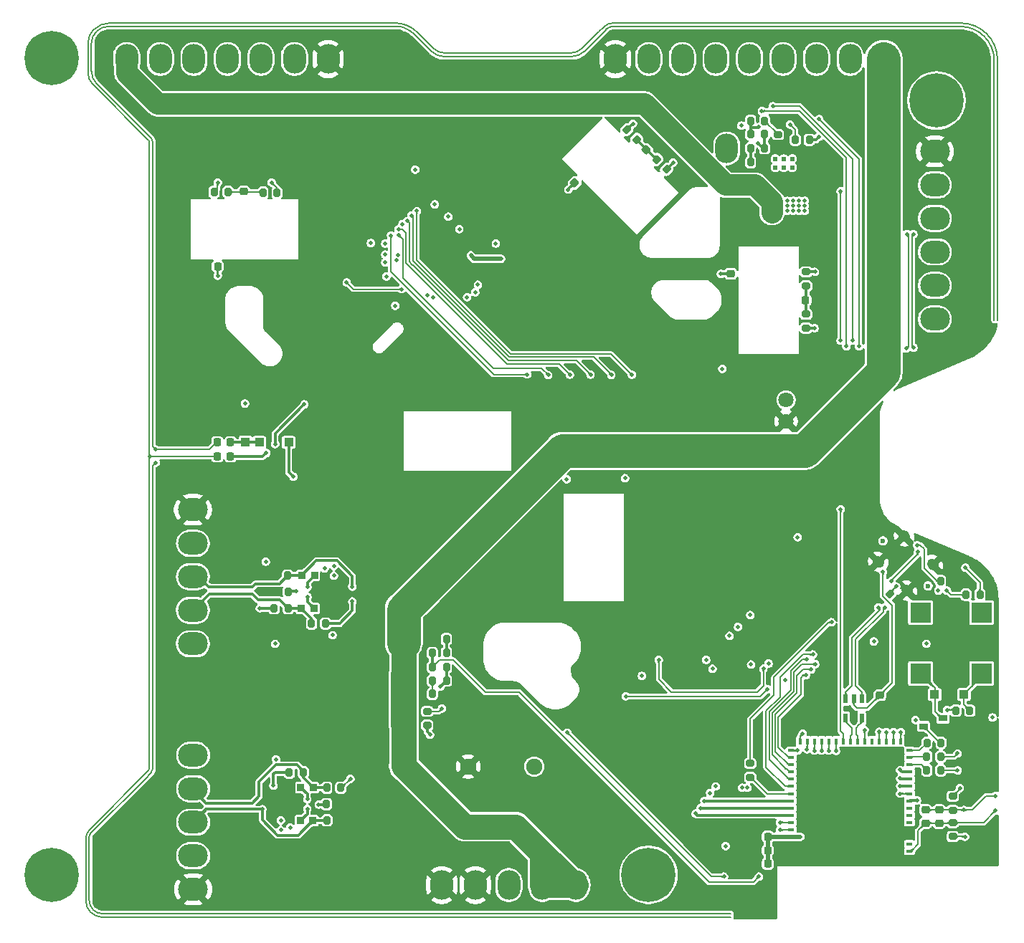
<source format=gbr>
%TF.GenerationSoftware,KiCad,Pcbnew,9.0.3*%
%TF.CreationDate,2025-07-25T14:59:07+02:00*%
%TF.ProjectId,HUB_MPE,4855425f-4d50-4452-9e6b-696361645f70,0.1*%
%TF.SameCoordinates,Original*%
%TF.FileFunction,Copper,L4,Bot*%
%TF.FilePolarity,Positive*%
%FSLAX46Y46*%
G04 Gerber Fmt 4.6, Leading zero omitted, Abs format (unit mm)*
G04 Created by KiCad (PCBNEW 9.0.3) date 2025-07-25 14:59:07*
%MOMM*%
%LPD*%
G01*
G04 APERTURE LIST*
G04 Aperture macros list*
%AMRoundRect*
0 Rectangle with rounded corners*
0 $1 Rounding radius*
0 $2 $3 $4 $5 $6 $7 $8 $9 X,Y pos of 4 corners*
0 Add a 4 corners polygon primitive as box body*
4,1,4,$2,$3,$4,$5,$6,$7,$8,$9,$2,$3,0*
0 Add four circle primitives for the rounded corners*
1,1,$1+$1,$2,$3*
1,1,$1+$1,$4,$5*
1,1,$1+$1,$6,$7*
1,1,$1+$1,$8,$9*
0 Add four rect primitives between the rounded corners*
20,1,$1+$1,$2,$3,$4,$5,0*
20,1,$1+$1,$4,$5,$6,$7,0*
20,1,$1+$1,$6,$7,$8,$9,0*
20,1,$1+$1,$8,$9,$2,$3,0*%
%AMHorizOval*
0 Thick line with rounded ends*
0 $1 width*
0 $2 $3 position (X,Y) of the first rounded end (center of the circle)*
0 $4 $5 position (X,Y) of the second rounded end (center of the circle)*
0 Add line between two ends*
20,1,$1,$2,$3,$4,$5,0*
0 Add two circle primitives to create the rounded ends*
1,1,$1,$2,$3*
1,1,$1,$4,$5*%
G04 Aperture macros list end*
%TA.AperFunction,ComponentPad*%
%ADD10C,1.900000*%
%TD*%
%TA.AperFunction,ComponentPad*%
%ADD11C,1.800000*%
%TD*%
%TA.AperFunction,ComponentPad*%
%ADD12R,1.800000X1.800000*%
%TD*%
%TA.AperFunction,ComponentPad*%
%ADD13O,2.700000X3.500000*%
%TD*%
%TA.AperFunction,ComponentPad*%
%ADD14C,0.610000*%
%TD*%
%TA.AperFunction,ComponentPad*%
%ADD15O,3.500000X2.700000*%
%TD*%
%TA.AperFunction,ComponentPad*%
%ADD16C,0.800000*%
%TD*%
%TA.AperFunction,ComponentPad*%
%ADD17C,6.400000*%
%TD*%
%TA.AperFunction,ComponentPad*%
%ADD18HorizOval,1.200000X0.106066X-0.106066X-0.106066X0.106066X0*%
%TD*%
%TA.AperFunction,ComponentPad*%
%ADD19C,0.600000*%
%TD*%
%TA.AperFunction,SMDPad,CuDef*%
%ADD20RoundRect,0.225000X-0.017678X0.335876X-0.335876X0.017678X0.017678X-0.335876X0.335876X-0.017678X0*%
%TD*%
%TA.AperFunction,SMDPad,CuDef*%
%ADD21R,0.800000X0.800000*%
%TD*%
%TA.AperFunction,SMDPad,CuDef*%
%ADD22R,1.200000X1.200000*%
%TD*%
%TA.AperFunction,SMDPad,CuDef*%
%ADD23R,0.400000X0.800000*%
%TD*%
%TA.AperFunction,SMDPad,CuDef*%
%ADD24R,0.800000X0.400000*%
%TD*%
%TA.AperFunction,SMDPad,CuDef*%
%ADD25RoundRect,0.200000X0.200000X0.275000X-0.200000X0.275000X-0.200000X-0.275000X0.200000X-0.275000X0*%
%TD*%
%TA.AperFunction,SMDPad,CuDef*%
%ADD26R,2.400000X2.400000*%
%TD*%
%TA.AperFunction,SMDPad,CuDef*%
%ADD27RoundRect,0.225000X0.250000X-0.225000X0.250000X0.225000X-0.250000X0.225000X-0.250000X-0.225000X0*%
%TD*%
%TA.AperFunction,SMDPad,CuDef*%
%ADD28R,0.810000X0.860000*%
%TD*%
%TA.AperFunction,SMDPad,CuDef*%
%ADD29RoundRect,0.200000X-0.200000X-0.275000X0.200000X-0.275000X0.200000X0.275000X-0.200000X0.275000X0*%
%TD*%
%TA.AperFunction,SMDPad,CuDef*%
%ADD30RoundRect,0.225000X-0.225000X-0.250000X0.225000X-0.250000X0.225000X0.250000X-0.225000X0.250000X0*%
%TD*%
%TA.AperFunction,SMDPad,CuDef*%
%ADD31RoundRect,0.225000X0.225000X0.250000X-0.225000X0.250000X-0.225000X-0.250000X0.225000X-0.250000X0*%
%TD*%
%TA.AperFunction,SMDPad,CuDef*%
%ADD32RoundRect,0.200000X0.275000X-0.200000X0.275000X0.200000X-0.275000X0.200000X-0.275000X-0.200000X0*%
%TD*%
%TA.AperFunction,SMDPad,CuDef*%
%ADD33R,1.100000X1.000000*%
%TD*%
%TA.AperFunction,SMDPad,CuDef*%
%ADD34R,1.000000X0.800000*%
%TD*%
%TA.AperFunction,SMDPad,CuDef*%
%ADD35RoundRect,0.200000X-0.275000X0.200000X-0.275000X-0.200000X0.275000X-0.200000X0.275000X0.200000X0*%
%TD*%
%TA.AperFunction,SMDPad,CuDef*%
%ADD36RoundRect,0.225000X0.335876X0.017678X0.017678X0.335876X-0.335876X-0.017678X-0.017678X-0.335876X0*%
%TD*%
%TA.AperFunction,SMDPad,CuDef*%
%ADD37RoundRect,0.225000X-0.250000X0.225000X-0.250000X-0.225000X0.250000X-0.225000X0.250000X0.225000X0*%
%TD*%
%TA.AperFunction,SMDPad,CuDef*%
%ADD38RoundRect,0.200000X0.335876X0.053033X0.053033X0.335876X-0.335876X-0.053033X-0.053033X-0.335876X0*%
%TD*%
%TA.AperFunction,SMDPad,CuDef*%
%ADD39R,0.530000X1.070000*%
%TD*%
%TA.AperFunction,SMDPad,CuDef*%
%ADD40RoundRect,0.200000X-0.335876X-0.053033X-0.053033X-0.335876X0.335876X0.053033X0.053033X0.335876X0*%
%TD*%
%TA.AperFunction,SMDPad,CuDef*%
%ADD41R,1.000000X1.100000*%
%TD*%
%TA.AperFunction,ViaPad*%
%ADD42C,0.500000*%
%TD*%
%TA.AperFunction,ViaPad*%
%ADD43C,0.650000*%
%TD*%
%TA.AperFunction,Conductor*%
%ADD44C,0.200000*%
%TD*%
%TA.AperFunction,Conductor*%
%ADD45C,4.000000*%
%TD*%
%TA.AperFunction,Conductor*%
%ADD46C,3.000000*%
%TD*%
%TA.AperFunction,Conductor*%
%ADD47C,0.300000*%
%TD*%
%TA.AperFunction,Conductor*%
%ADD48C,0.500000*%
%TD*%
%TA.AperFunction,Conductor*%
%ADD49C,2.500000*%
%TD*%
%TA.AperFunction,Conductor*%
%ADD50C,0.160000*%
%TD*%
G04 APERTURE END LIST*
D10*
%TO.P,TP4,1,1*%
%TO.N,+24V*%
X88100000Y-119600000D03*
%TD*%
%TO.P,TP5,1,1*%
%TO.N,GND*%
X95700000Y-119700000D03*
%TD*%
D11*
%TO.P,U1,3,+Vo*%
%TO.N,+3.3V*%
X133225000Y-76385000D03*
%TO.P,U1,2,GND*%
%TO.N,GND*%
X133225000Y-78925000D03*
D12*
%TO.P,U1,1,Vin*%
%TO.N,+24V*%
X133225000Y-81465000D03*
%TD*%
D13*
%TO.P,J1,9,Pin_9*%
%TO.N,GND*%
X113075000Y-36100000D03*
%TO.P,J1,8,Pin_8*%
%TO.N,/ETH_ROV_TX+*%
X117035000Y-36100000D03*
%TO.P,J1,7,Pin_7*%
%TO.N,/ETH_ROV_TX-*%
X120995000Y-36100000D03*
%TO.P,J1,6,Pin_6*%
%TO.N,/ETH_ROV_RX-*%
X124955000Y-36100000D03*
%TO.P,J1,5,Pin_5*%
%TO.N,/ETH_ROV_RX+*%
X128915000Y-36100000D03*
%TO.P,J1,4,Pin_4*%
%TO.N,/485_ROV-*%
X132875000Y-36100000D03*
%TO.P,J1,3,Pin_3*%
%TO.N,/485_ROV+*%
X136835000Y-36100000D03*
%TO.P,J1,2,Pin_2*%
%TO.N,+12V*%
X140795000Y-36100000D03*
%TO.P,J1,1,Pin_1*%
%TO.N,+24V*%
X144755000Y-36100000D03*
%TD*%
%TO.P,J2,1,Pin_1*%
%TO.N,+12V*%
X126225000Y-46675000D03*
%TD*%
D14*
%TO.P,U6,*%
%TO.N,+24V*%
X88600000Y-110800000D03*
X87600000Y-110800000D03*
X88599999Y-111800000D03*
X87600001Y-111800000D03*
X88600000Y-112800000D03*
X87600000Y-112800000D03*
%TD*%
D15*
%TO.P,J6,5,Pin_5*%
%TO.N,GND*%
X63200000Y-89355001D03*
%TO.P,J6,4,Pin_4*%
%TO.N,/EXPOSURE*%
X63200000Y-93314999D03*
%TO.P,J6,3,Pin_3*%
%TO.N,/485_LED2_-*%
X63200000Y-97275000D03*
%TO.P,J6,2,Pin_2*%
%TO.N,/485_LED2_+*%
X63200000Y-101235000D03*
%TO.P,J6,1,Pin_1*%
%TO.N,/+24V_FLASH2*%
X63200000Y-105195000D03*
%TD*%
D13*
%TO.P,J4,7,Pin_7*%
%TO.N,GND*%
X79154999Y-36100000D03*
%TO.P,J4,6,Pin_6*%
%TO.N,/ETH_BD3D_RX+*%
X75194999Y-36100000D03*
%TO.P,J4,5,Pin_5*%
%TO.N,/ETH_BD3D_RX-*%
X71234998Y-36100000D03*
%TO.P,J4,4,Pin_4*%
%TO.N,/ETH_BD3D_TX-*%
X67275000Y-36100000D03*
%TO.P,J4,3,Pin_3*%
%TO.N,/ETH_BD3D_TX+*%
X63314999Y-36100000D03*
%TO.P,J4,2,Pin_2*%
%TO.N,/EXPOSURE*%
X59354999Y-36100000D03*
%TO.P,J4,1,Pin_1*%
%TO.N,/+12V_BD3D*%
X55394999Y-36100000D03*
%TD*%
D10*
%TO.P,TP6,1,1*%
%TO.N,+3.3V*%
X103500000Y-119700000D03*
%TD*%
D15*
%TO.P,J5,5,Pin_5*%
%TO.N,GND*%
X63225000Y-134204999D03*
%TO.P,J5,4,Pin_4*%
%TO.N,/EXPOSURE*%
X63225000Y-130245001D03*
%TO.P,J5,3,Pin_3*%
%TO.N,/485_LED1_-*%
X63225000Y-126285000D03*
%TO.P,J5,2,Pin_2*%
%TO.N,/485_LED1_+*%
X63225000Y-122325000D03*
%TO.P,J5,1,Pin_1*%
%TO.N,/+24V_FLASH1*%
X63225000Y-118365000D03*
%TD*%
D14*
%TO.P,U5,*%
%TO.N,+12V*%
X131950000Y-47900002D03*
X131950000Y-48900002D03*
X132950000Y-47900003D03*
X132950000Y-48900001D03*
X133950000Y-47900002D03*
X133950000Y-48900002D03*
%TD*%
D16*
%TO.P,H1,1,1*%
%TO.N,unconnected-(H1-Pad1)_6*%
X48900000Y-36000000D03*
%TO.N,unconnected-(H1-Pad1)*%
X48197056Y-37697056D03*
%TO.N,unconnected-(H1-Pad1)_4*%
X48197056Y-34302944D03*
%TO.N,unconnected-(H1-Pad1)_8*%
X46500000Y-38400000D03*
D17*
%TO.N,unconnected-(H1-Pad1)_7*%
X46500000Y-36000000D03*
D16*
%TO.N,unconnected-(H1-Pad1)_5*%
X46500000Y-33600000D03*
%TO.N,unconnected-(H1-Pad1)_3*%
X44802944Y-37697056D03*
%TO.N,unconnected-(H1-Pad1)_2*%
X44802944Y-34302944D03*
%TO.N,unconnected-(H1-Pad1)_1*%
X44100000Y-36000000D03*
%TD*%
%TO.P,H4,1,1*%
%TO.N,unconnected-(H4-Pad1)_4*%
X119400000Y-132500000D03*
%TO.N,unconnected-(H4-Pad1)_6*%
X118697056Y-134197056D03*
%TO.N,unconnected-(H4-Pad1)_1*%
X118697056Y-130802944D03*
%TO.N,unconnected-(H4-Pad1)_2*%
X117000000Y-134900000D03*
D17*
%TO.N,unconnected-(H4-Pad1)_8*%
X117000000Y-132500000D03*
D16*
%TO.N,unconnected-(H4-Pad1)_3*%
X117000000Y-130100000D03*
%TO.N,unconnected-(H4-Pad1)_7*%
X115302944Y-134197056D03*
%TO.N,unconnected-(H4-Pad1)*%
X115302944Y-130802944D03*
%TO.N,unconnected-(H4-Pad1)_5*%
X114600000Y-132500000D03*
%TD*%
%TO.P,H2,1,1*%
%TO.N,unconnected-(H2-Pad1)_4*%
X48900000Y-132500000D03*
%TO.N,unconnected-(H2-Pad1)_1*%
X48197056Y-134197056D03*
%TO.N,unconnected-(H2-Pad1)_8*%
X48197056Y-130802944D03*
%TO.N,unconnected-(H2-Pad1)_2*%
X46500000Y-134900000D03*
D17*
%TO.N,unconnected-(H2-Pad1)_3*%
X46500000Y-132500000D03*
D16*
%TO.N,unconnected-(H2-Pad1)*%
X46500000Y-130100000D03*
%TO.N,unconnected-(H2-Pad1)_7*%
X44802944Y-134197056D03*
%TO.N,unconnected-(H2-Pad1)_6*%
X44802944Y-130802944D03*
%TO.N,unconnected-(H2-Pad1)_5*%
X44100000Y-132500000D03*
%TD*%
D18*
%TO.P,USB2,4,GND*%
%TO.N,GND*%
X147508076Y-98918270D03*
%TO.P,USB2,3,GND*%
X150548635Y-95877711D03*
%TO.P,USB2,2,GND*%
X144113963Y-95524157D03*
%TO.P,USB2,1,GND*%
X147154522Y-92483598D03*
D19*
%TO.P,USB2,*%
%TO.N,*%
X149982949Y-98352584D03*
X144679649Y-93049284D03*
%TD*%
D16*
%TO.P,H3,1,1*%
%TO.N,unconnected-(H3-Pad1)_5*%
X153400000Y-41000000D03*
%TO.N,unconnected-(H3-Pad1)_6*%
X152697056Y-42697056D03*
%TO.N,unconnected-(H3-Pad1)*%
X152697056Y-39302944D03*
%TO.N,unconnected-(H3-Pad1)_1*%
X151000000Y-43400000D03*
D17*
%TO.N,unconnected-(H3-Pad1)_3*%
X151000000Y-41000000D03*
D16*
%TO.N,unconnected-(H3-Pad1)_7*%
X151000000Y-38600000D03*
%TO.N,unconnected-(H3-Pad1)_2*%
X149302944Y-42697056D03*
%TO.N,unconnected-(H3-Pad1)_4*%
X149302944Y-39302944D03*
%TO.N,unconnected-(H3-Pad1)_8*%
X148600000Y-41000000D03*
%TD*%
D15*
%TO.P,J3,6,Pin_6*%
%TO.N,GND*%
X150800000Y-47015000D03*
%TO.P,J3,5,Pin_5*%
%TO.N,/ETH_IPCAM_RX+*%
X150800000Y-50975000D03*
%TO.P,J3,4,Pin_4*%
%TO.N,/ETH_IPCAM_RX-*%
X150800000Y-54935000D03*
%TO.P,J3,3,Pin_3*%
%TO.N,/ETH_IPCAM_TX-*%
X150800000Y-58895000D03*
%TO.P,J3,2,Pin_2*%
%TO.N,/ETH_IPCAM_TX+*%
X150800000Y-62855000D03*
%TO.P,J3,1,Pin_1*%
%TO.N,/+12V_LIGHT_IPCAM*%
X150800000Y-66815000D03*
%TD*%
D13*
%TO.P,J7,5,Pin_5*%
%TO.N,GND*%
X92580001Y-133700000D03*
%TO.P,J7,4,Pin_4*%
X96539999Y-133700000D03*
%TO.P,J7,3,Pin_3*%
%TO.N,/PWM_LIGHT*%
X100500000Y-133700000D03*
%TO.P,J7,2,Pin_2*%
%TO.N,+24V*%
X104460000Y-133700000D03*
%TO.P,J7,1,Pin_1*%
X108420000Y-133700000D03*
%TD*%
D20*
%TO.P,C32,2*%
%TO.N,Net-(C32-Pad2)*%
X116724602Y-46844206D03*
%TO.P,C32,1*%
%TO.N,GND*%
X117820618Y-45748190D03*
%TD*%
D21*
%TO.P,U4,GND,GND*%
%TO.N,GND*%
X147824132Y-130750000D03*
X147824132Y-116750000D03*
D22*
X142474132Y-125400000D03*
X142474132Y-123750000D03*
X142474132Y-122100000D03*
X140824132Y-125400000D03*
X140824132Y-123750000D03*
X140824132Y-122100000D03*
X139174132Y-125400000D03*
X139174132Y-123750000D03*
X139174132Y-122100000D03*
D21*
X133824132Y-130750000D03*
X133824132Y-116750000D03*
D23*
%TO.P,U4,60,GND*%
X134874132Y-130780000D03*
%TO.P,U4,59,GND*%
X135724132Y-130780000D03*
%TO.P,U4,58,GND*%
X136574132Y-130780000D03*
%TO.P,U4,57,GND*%
X137424132Y-130780000D03*
%TO.P,U4,56,GND*%
X138274132Y-130780000D03*
%TO.P,U4,55,GND*%
X139124132Y-130780000D03*
%TO.P,U4,54,GND*%
X139974132Y-130780000D03*
%TO.P,U4,53,GND*%
X140824132Y-130780000D03*
%TO.P,U4,52,GND*%
X141674132Y-130780000D03*
%TO.P,U4,51,GND*%
X142524132Y-130780000D03*
%TO.P,U4,50,GND*%
X143374132Y-130780000D03*
%TO.P,U4,49,GND*%
X144224132Y-130780000D03*
%TO.P,U4,48,GND*%
X145074132Y-130780000D03*
%TO.P,U4,47,GND*%
X145924132Y-130780000D03*
%TO.P,U4,46,GND*%
X146774132Y-130780000D03*
D24*
%TO.P,U4,45,EN*%
%TO.N,/MCU_ESP32/EN*%
X147804132Y-129700000D03*
%TO.P,U4,44,IO46*%
%TO.N,unconnected-(U4-IO46-Pad44)*%
X147804132Y-128850000D03*
%TO.P,U4,43,GND*%
%TO.N,GND*%
X147804132Y-128000000D03*
%TO.P,U4,42,GND*%
X147804132Y-127150000D03*
%TO.P,U4,41,IO45*%
%TO.N,unconnected-(U4-IO45-Pad41)*%
X147804132Y-126300000D03*
%TO.P,U4,40,RXD0*%
%TO.N,unconnected-(U4-RXD0-Pad40)*%
X147804132Y-125450000D03*
%TO.P,U4,39,TXD0*%
%TO.N,unconnected-(U4-TXD0-Pad39)*%
X147804132Y-124600000D03*
%TO.P,U4,38,IO42*%
%TO.N,/MCU_ESP32/TX1_485_ROV*%
X147804132Y-123750000D03*
%TO.P,U4,37,IO41*%
%TO.N,/MCU_ESP32/R{slash}W_485_ROV*%
X147804132Y-122900000D03*
%TO.P,U4,36,IO40*%
%TO.N,/MCU_ESP32/RX1_485_ROV*%
X147804132Y-122050000D03*
%TO.P,U4,35,IO39*%
%TO.N,/PWM_LIGHT*%
X147804132Y-121200000D03*
%TO.P,U4,34,IO38*%
%TO.N,/MCU_ESP32/WATER_PROBE*%
X147804132Y-120350000D03*
%TO.P,U4,33,IO37*%
%TO.N,/MCU_ESP32/LED1*%
X147804132Y-119500000D03*
%TO.P,U4,32,IO36*%
%TO.N,/MCU_ESP32/LED2*%
X147804132Y-118650000D03*
%TO.P,U4,31,IO35*%
%TO.N,/MCU_ESP32/BUZZ*%
X147804132Y-117800000D03*
D23*
%TO.P,U4,30,IO48*%
%TO.N,/MCU_ESP32/SCL*%
X146774132Y-116720000D03*
%TO.P,U4,29,IO34*%
%TO.N,/MCU_ESP32/SDA*%
X145924132Y-116720000D03*
%TO.P,U4,28,IO33*%
%TO.N,/MCU_ESP32/12V_SEL_1*%
X145074132Y-116720000D03*
%TO.P,U4,27,IO47*%
%TO.N,/MCU_ESP32/12V_SEL_0*%
X144224132Y-116720000D03*
%TO.P,U4,26,IO26*%
%TO.N,unconnected-(U4-IO26-Pad26)*%
X143374132Y-116720000D03*
%TO.P,U4,25,IO21*%
%TO.N,/MCU_ESP32/12V_EC_0*%
X142524132Y-116720000D03*
%TO.P,U4,24,IO20*%
%TO.N,/MCU_ESP32/USB_ESD_D+*%
X141674132Y-116720000D03*
%TO.P,U4,23,IO19*%
%TO.N,/MCU_ESP32/USB_ESD_D-*%
X140824132Y-116720000D03*
%TO.P,U4,22,IO18*%
%TO.N,/MCU_ESP32/12V_EC_1*%
X139974132Y-116720000D03*
%TO.P,U4,21,IO17*%
%TO.N,/MCU_ESP32/24V_EC_0*%
X139124132Y-116720000D03*
%TO.P,U4,20,IO16*%
%TO.N,/MCU_ESP32/24V_SEL_0*%
X138274132Y-116720000D03*
%TO.P,U4,19,IO15*%
%TO.N,/MCU_ESP32/24V_SEL_1*%
X137424132Y-116720000D03*
%TO.P,U4,18,IO14*%
%TO.N,/MCU_ESP32/24V_EC_1*%
X136574132Y-116720000D03*
%TO.P,U4,17,IO13*%
%TO.N,/MCU_ESP32/RX3_485_LED2*%
X135724132Y-116720000D03*
%TO.P,U4,16,IO12*%
%TO.N,/MCU_ESP32/R{slash}W_485_LED2*%
X134874132Y-116720000D03*
D24*
%TO.P,U4,15,IO11*%
%TO.N,/MCU_ESP32/TX3_485_LED2*%
X133844132Y-117800000D03*
%TO.P,U4,14,IO10*%
%TO.N,/Ethernet_Module/{slash}SPI-SCS*%
X133844132Y-118650000D03*
%TO.P,U4,13,IO9*%
%TO.N,/Ethernet_Module/SCLK*%
X133844132Y-119500000D03*
%TO.P,U4,12,IO8*%
%TO.N,/Ethernet_Module/MISO*%
X133844132Y-120350000D03*
%TO.P,U4,11,IO7*%
%TO.N,/Ethernet_Module/MOSI*%
X133844132Y-121200000D03*
%TO.P,U4,10,IO6*%
%TO.N,/Ethernet_Module/{slash}INT*%
X133844132Y-122050000D03*
%TO.P,U4,9,IO5*%
%TO.N,/Ethernet_Module/RSTn*%
X133844132Y-122900000D03*
%TO.P,U4,8,IO4*%
%TO.N,/MCU_ESP32/TX2_485_LED1*%
X133844132Y-123750000D03*
%TO.P,U4,7,IO3*%
%TO.N,/MCU_ESP32/R{slash}W_485_LED1*%
X133844132Y-124600000D03*
%TO.P,U4,6,IO2*%
%TO.N,/MCU_ESP32/RX2_485_LED1*%
X133844132Y-125450000D03*
%TO.P,U4,5,IO1*%
%TO.N,/MCU_ESP32/CONV_RDY*%
X133844132Y-126300000D03*
%TO.P,U4,4,IO0*%
%TO.N,/MCU_ESP32/BOOT*%
X133844132Y-127150000D03*
%TO.P,U4,3,3V3*%
%TO.N,+3.3V*%
X133844132Y-128000000D03*
%TO.P,U4,2,GND*%
%TO.N,GND*%
X133844132Y-128850000D03*
%TO.P,U4,1,GND*%
X133844132Y-129700000D03*
%TD*%
D25*
%TO.P,R29,2*%
%TO.N,GND*%
X72800000Y-99050000D03*
%TO.P,R29,1*%
%TO.N,/MCU_ESP32/R{slash}W_485_LED2*%
X74450000Y-99050000D03*
%TD*%
%TO.P,R27,2*%
%TO.N,/485_LED2_+*%
X77200000Y-102800000D03*
%TO.P,R27,1*%
%TO.N,Net-(R102-Pad2)*%
X78850000Y-102800000D03*
%TD*%
%TO.P,R8,2*%
%TO.N,Net-(R8-Pad2)*%
X65700000Y-51800000D03*
%TO.P,R8,1*%
%TO.N,Net-(C23-Pad2)*%
X67350000Y-51800000D03*
%TD*%
D26*
%TO.P,BUZZER1,4,4*%
%TO.N,unconnected-(BUZZER1-Pad4)*%
X156300000Y-101500000D03*
%TO.P,BUZZER1,3,3*%
%TO.N,unconnected-(BUZZER1-Pad3)*%
X149100000Y-101500000D03*
%TO.P,BUZZER1,2,2*%
%TO.N,Net-(D1-A)*%
X149100000Y-108700000D03*
%TO.P,BUZZER1,1,+*%
%TO.N,Net-(BUZZER1-+)*%
X156300000Y-108700000D03*
%TD*%
D27*
%TO.P,C47,2*%
%TO.N,GND*%
X151300000Y-123275000D03*
%TO.P,C47,1*%
%TO.N,/MCU_ESP32/BOOT*%
X151300000Y-124825000D03*
%TD*%
D28*
%TO.P,R94,2,2*%
%TO.N,/485_LED1_+*%
X77425000Y-122200000D03*
%TO.P,R94,1,1*%
%TO.N,Net-(U10-A)*%
X75925000Y-122200000D03*
%TD*%
D25*
%TO.P,R42,2*%
%TO.N,Net-(U5-MultiSense)*%
X129050000Y-45000000D03*
%TO.P,R42,1*%
%TO.N,/+12V_MULTISENSE*%
X130700000Y-45000000D03*
%TD*%
D28*
%TO.P,R93,2,2*%
%TO.N,/485_LED1_-*%
X77375000Y-126100000D03*
%TO.P,R93,1,1*%
%TO.N,Net-(U10-B)*%
X75875000Y-126100000D03*
%TD*%
D29*
%TO.P,R36,2*%
%TO.N,Net-(BUZZER1-+)*%
X154925000Y-113100000D03*
%TO.P,R36,1*%
%TO.N,+3.3V*%
X153275000Y-113100000D03*
%TD*%
D30*
%TO.P,C43,2,2*%
%TO.N,+3.3V*%
X131074131Y-127990000D03*
%TO.P,C43,1,1*%
%TO.N,GND*%
X129524131Y-127990000D03*
%TD*%
D31*
%TO.P,C27,2*%
%TO.N,Net-(C27-Pad2)*%
X135525000Y-64600000D03*
%TO.P,C27,1*%
%TO.N,GND*%
X137075000Y-64600000D03*
%TD*%
D28*
%TO.P,R31,2,2*%
%TO.N,/485_LED2_+*%
X76000000Y-101000000D03*
%TO.P,R31,1,1*%
%TO.N,Net-(U3-A)*%
X77500000Y-101000000D03*
%TD*%
D32*
%TO.P,R88,2*%
%TO.N,Net-(U6-SEn)*%
X90850001Y-113175000D03*
%TO.P,R88,1*%
%TO.N,+3.3V*%
X90850001Y-114825000D03*
%TD*%
D33*
%TO.P,D1,2,A*%
%TO.N,Net-(D1-A)*%
X150770000Y-111200000D03*
%TO.P,D1,1,K*%
%TO.N,Net-(BUZZER1-+)*%
X154230000Y-111200000D03*
%TD*%
D27*
%TO.P,C24,2*%
%TO.N,GND*%
X126700000Y-59925000D03*
%TO.P,C24,1*%
%TO.N,Net-(C24-Pad1)*%
X126700000Y-61475000D03*
%TD*%
D29*
%TO.P,R33,2*%
%TO.N,Net-(LED11-+)*%
X151499132Y-120150000D03*
%TO.P,R33,1*%
%TO.N,/MCU_ESP32/LED1*%
X149849132Y-120150000D03*
%TD*%
D30*
%TO.P,C22,2*%
%TO.N,GND*%
X67675000Y-60600000D03*
%TO.P,C22,1*%
%TO.N,Net-(C22-Pad1)*%
X66125000Y-60600000D03*
%TD*%
D34*
%TO.P,Q1,3,D*%
%TO.N,Net-(D1-A)*%
X151750000Y-114000000D03*
%TO.P,Q1,2,S*%
%TO.N,GND*%
X149450000Y-113050000D03*
%TO.P,Q1,1,G*%
%TO.N,Net-(Q1-G)*%
X149450000Y-114950000D03*
%TD*%
D35*
%TO.P,R11,2*%
%TO.N,Net-(R11-Pad2)*%
X135600000Y-67900000D03*
%TO.P,R11,1*%
%TO.N,Net-(C27-Pad2)*%
X135600000Y-66250000D03*
%TD*%
D31*
%TO.P,C41,2,2*%
%TO.N,GND*%
X129524132Y-131190000D03*
%TO.P,C41,1,1*%
%TO.N,+3.3V*%
X131074132Y-131190000D03*
%TD*%
D29*
%TO.P,R101,2*%
%TO.N,Net-(R101-Pad2)*%
X93125002Y-104650000D03*
%TO.P,R101,1*%
%TO.N,GND*%
X91475002Y-104650000D03*
%TD*%
D36*
%TO.P,C31,2*%
%TO.N,GND*%
X107178661Y-49637278D03*
%TO.P,C31,1*%
%TO.N,Net-(C31-Pad1)*%
X108274677Y-50733294D03*
%TD*%
D25*
%TO.P,R34,2*%
%TO.N,/MCU_ESP32/LED2*%
X149849132Y-118550000D03*
%TO.P,R34,1*%
%TO.N,Net-(LED12-A)*%
X151499132Y-118550000D03*
%TD*%
D30*
%TO.P,C75,2,2*%
%TO.N,Net-(U8-J)*%
X67625000Y-83050000D03*
%TO.P,C75,1,1*%
%TO.N,/MCU_ESP32/UPTRACE_WATER*%
X66075000Y-83050000D03*
%TD*%
D27*
%TO.P,C44,2,2*%
%TO.N,/MCU_ESP32/EN*%
X149700000Y-126375001D03*
%TO.P,C44,1,1*%
%TO.N,GND*%
X149700000Y-127925001D03*
%TD*%
D37*
%TO.P,C45,2*%
%TO.N,GND*%
X151300000Y-127925000D03*
%TO.P,C45,1*%
%TO.N,/MCU_ESP32/EN*%
X151300000Y-126375000D03*
%TD*%
D27*
%TO.P,C40,2,2*%
%TO.N,GND*%
X144300000Y-109725000D03*
%TO.P,C40,1,1*%
%TO.N,/MCU_ESP32/USB_VBUS*%
X144300000Y-111275000D03*
%TD*%
D25*
%TO.P,R111,2*%
%TO.N,/485_ROV+*%
X154475000Y-99400000D03*
%TO.P,R111,1*%
%TO.N,Net-(R104-Pad2)*%
X156125000Y-99400000D03*
%TD*%
D35*
%TO.P,R57,2*%
%TO.N,/Ethernet_Module/RSTn*%
X129000000Y-120975000D03*
%TO.P,R57,1*%
%TO.N,/Ethernet_Module/{slash}RST*%
X129000000Y-119325000D03*
%TD*%
D29*
%TO.P,R25,2*%
%TO.N,/485_LED2_-*%
X74375000Y-97150000D03*
%TO.P,R25,1*%
%TO.N,GND*%
X72725000Y-97150000D03*
%TD*%
D37*
%TO.P,C23,2*%
%TO.N,Net-(C23-Pad2)*%
X69200000Y-51775000D03*
%TO.P,C23,1*%
%TO.N,GND*%
X69200000Y-50225000D03*
%TD*%
D29*
%TO.P,R97,2*%
%TO.N,+3.3V*%
X80650000Y-122200000D03*
%TO.P,R97,1*%
%TO.N,/485_LED1_+*%
X79000000Y-122200000D03*
%TD*%
%TO.P,R96,2*%
%TO.N,/485_LED1_+*%
X76225000Y-120400000D03*
%TO.P,R96,1*%
%TO.N,Net-(R103-Pad2)*%
X74575000Y-120400000D03*
%TD*%
D25*
%TO.P,R50,2*%
%TO.N,Net-(R49-Pad1)*%
X91475002Y-111124999D03*
%TO.P,R50,1*%
%TO.N,GND*%
X93125002Y-111124999D03*
%TD*%
D29*
%TO.P,R49,2*%
%TO.N,Net-(U6-MultiSense)*%
X93125002Y-109549999D03*
%TO.P,R49,1*%
%TO.N,Net-(R49-Pad1)*%
X91475002Y-109549999D03*
%TD*%
D33*
%TO.P,D5,2,A*%
%TO.N,Net-(D4-K)*%
X71040000Y-81400000D03*
%TO.P,D5,1,K*%
%TO.N,Net-(D5-K)*%
X74500000Y-81400000D03*
%TD*%
D31*
%TO.P,C74,2,2*%
%TO.N,/MCU_ESP32/DOWNTRACE_WATER*%
X66075000Y-81400000D03*
%TO.P,C74,1,1*%
%TO.N,Net-(D4-K)*%
X67625000Y-81400000D03*
%TD*%
D38*
%TO.P,R12,2*%
%TO.N,Net-(R12-Pad2)*%
X114426506Y-44440043D03*
%TO.P,R12,1*%
%TO.N,Net-(C32-Pad2)*%
X115593232Y-45606769D03*
%TD*%
D32*
%TO.P,R39,2*%
%TO.N,/MCU_ESP32/EN*%
X152900000Y-126325000D03*
%TO.P,R39,1*%
%TO.N,+3.3V*%
X152900000Y-127975000D03*
%TD*%
D29*
%TO.P,R98,2*%
%TO.N,/+12V_MULTISENSE*%
X130699999Y-46650000D03*
%TO.P,R98,1*%
%TO.N,Net-(R100-Pad2)*%
X129049999Y-46650000D03*
%TD*%
%TO.P,R48,2*%
%TO.N,Net-(U6-MultiSense)*%
X93125002Y-107949999D03*
%TO.P,R48,1*%
%TO.N,/+24V_MULTISENSE*%
X91475002Y-107949999D03*
%TD*%
%TO.P,R10,2*%
%TO.N,Net-(R10-Pad2)*%
X73125000Y-51900000D03*
%TO.P,R10,1*%
%TO.N,Net-(C23-Pad2)*%
X71475000Y-51900000D03*
%TD*%
D25*
%TO.P,R43,2*%
%TO.N,Net-(U5-MultiSense)*%
X129049999Y-43400000D03*
%TO.P,R43,1*%
%TO.N,Net-(R43-Pad1)*%
X130699999Y-43400000D03*
%TD*%
D28*
%TO.P,R26,2,2*%
%TO.N,/485_LED2_-*%
X76050000Y-97100000D03*
%TO.P,R26,1,1*%
%TO.N,Net-(U3-B)*%
X77550000Y-97100000D03*
%TD*%
D25*
%TO.P,R99,2*%
%TO.N,/+24V_MULTISENSE*%
X91475002Y-106299999D03*
%TO.P,R99,1*%
%TO.N,Net-(R101-Pad2)*%
X93125002Y-106299999D03*
%TD*%
D30*
%TO.P,C42,2,2*%
%TO.N,+3.3V*%
X131074132Y-129599999D03*
%TO.P,C42,1,1*%
%TO.N,GND*%
X129524132Y-129599999D03*
%TD*%
D35*
%TO.P,R44,2*%
%TO.N,Net-(R43-Pad1)*%
X132274998Y-45025000D03*
%TO.P,R44,1*%
%TO.N,GND*%
X132274998Y-43375000D03*
%TD*%
%TO.P,R40,2*%
%TO.N,/MCU_ESP32/BOOT*%
X152900000Y-124875000D03*
%TO.P,R40,1*%
%TO.N,+3.3V*%
X152900000Y-123225000D03*
%TD*%
D25*
%TO.P,R100,2*%
%TO.N,Net-(R100-Pad2)*%
X129049999Y-48300000D03*
%TO.P,R100,1*%
%TO.N,GND*%
X130699999Y-48300000D03*
%TD*%
D29*
%TO.P,R91,2*%
%TO.N,GND*%
X80625000Y-124150000D03*
%TO.P,R91,1*%
%TO.N,/MCU_ESP32/R{slash}W_485_LED1*%
X78975000Y-124150000D03*
%TD*%
D37*
%TO.P,C46,2,2*%
%TO.N,/MCU_ESP32/BOOT*%
X149700000Y-124825001D03*
%TO.P,C46,1,1*%
%TO.N,GND*%
X149700000Y-123275001D03*
%TD*%
D29*
%TO.P,R37,2*%
%TO.N,GND*%
X153125000Y-97800000D03*
%TO.P,R37,1*%
%TO.N,Net-(USB2-CC1)*%
X151475000Y-97800000D03*
%TD*%
D25*
%TO.P,R95,2*%
%TO.N,/485_LED1_-*%
X79050000Y-126050000D03*
%TO.P,R95,1*%
%TO.N,GND*%
X80700000Y-126050000D03*
%TD*%
%TO.P,R110,2*%
%TO.N,/MCU_ESP32/BUZZ*%
X149875000Y-116900000D03*
%TO.P,R110,1*%
%TO.N,Net-(Q1-G)*%
X151525000Y-116900000D03*
%TD*%
%TO.P,R87,2*%
%TO.N,Net-(U5-SEn)*%
X134325000Y-45650001D03*
%TO.P,R87,1*%
%TO.N,+3.3V*%
X135975000Y-45650001D03*
%TD*%
%TO.P,R32,2*%
%TO.N,+3.3V*%
X72775000Y-101000000D03*
%TO.P,R32,1*%
%TO.N,/485_LED2_+*%
X74425000Y-101000000D03*
%TD*%
D39*
%TO.P,D2,6,I/O1*%
%TO.N,/MCU_ESP32/USB_D+*%
X142174132Y-111700000D03*
%TO.P,D2,5,VBUS*%
%TO.N,/MCU_ESP32/USB_VBUS*%
X141224132Y-111700000D03*
%TO.P,D2,4,I/O2*%
%TO.N,/MCU_ESP32/USB_D-*%
X140274132Y-111700000D03*
%TO.P,D2,3,I/O2*%
%TO.N,/MCU_ESP32/USB_ESD_D-*%
X140274132Y-114000000D03*
%TO.P,D2,2,GND*%
%TO.N,GND*%
X141224132Y-114000000D03*
%TO.P,D2,1,I/O1*%
%TO.N,/MCU_ESP32/USB_ESD_D+*%
X142174132Y-114000000D03*
%TD*%
D40*
%TO.P,R14,2*%
%TO.N,Net-(R14-Pad2)*%
X119128766Y-49142303D03*
%TO.P,R14,1*%
%TO.N,Net-(C32-Pad2)*%
X117962040Y-47975577D03*
%TD*%
%TO.P,R38,2*%
%TO.N,GND*%
X146683363Y-100483363D03*
%TO.P,R38,1*%
%TO.N,Net-(USB2-CC2)*%
X145516637Y-99316637D03*
%TD*%
D41*
%TO.P,D4,2,A*%
%TO.N,GND*%
X69400000Y-84830000D03*
%TO.P,D4,1,K*%
%TO.N,Net-(D4-K)*%
X69400000Y-81370000D03*
%TD*%
D32*
%TO.P,R9,2*%
%TO.N,Net-(R9-Pad2)*%
X135600000Y-61250000D03*
%TO.P,R9,1*%
%TO.N,Net-(C27-Pad2)*%
X135600000Y-62900000D03*
%TD*%
D42*
%TO.N,GND*%
X156875000Y-129325000D03*
X156875000Y-104325000D03*
X151875000Y-34325000D03*
X136875000Y-89325000D03*
X131875000Y-39325000D03*
X121875000Y-134325000D03*
X121875000Y-114325000D03*
X121875000Y-69325000D03*
X121875000Y-39325000D03*
X116875000Y-114325000D03*
X116875000Y-69325000D03*
X111875000Y-134325000D03*
X111875000Y-129325000D03*
X111875000Y-114325000D03*
X111875000Y-104325000D03*
X111875000Y-69325000D03*
X111875000Y-64325000D03*
X106875000Y-69325000D03*
X106875000Y-64325000D03*
X106875000Y-44325000D03*
X101875000Y-99325000D03*
X101875000Y-69325000D03*
X101875000Y-64325000D03*
X101875000Y-49325000D03*
X101875000Y-44325000D03*
X96875000Y-114325000D03*
X96875000Y-99325000D03*
X96875000Y-49325000D03*
X96875000Y-44325000D03*
X91875000Y-129325000D03*
X91875000Y-44325000D03*
X86875000Y-134325000D03*
X86875000Y-129325000D03*
X86875000Y-49325000D03*
X86875000Y-44325000D03*
X81875000Y-134325000D03*
X81875000Y-104325000D03*
X81875000Y-79325000D03*
X81875000Y-54325000D03*
X81875000Y-49325000D03*
X81875000Y-44325000D03*
X81875000Y-34325000D03*
X76875000Y-134325000D03*
X76875000Y-49325000D03*
X76875000Y-44325000D03*
X71875000Y-134325000D03*
X66875000Y-134325000D03*
X66875000Y-129325000D03*
X66875000Y-119325000D03*
X66875000Y-104325000D03*
X66875000Y-94325000D03*
X66875000Y-89325000D03*
X66875000Y-79325000D03*
X66875000Y-74325000D03*
X66875000Y-44325000D03*
X56875000Y-134325000D03*
X56875000Y-129325000D03*
D43*
%TO.N,+24V*%
X130200000Y-82400000D03*
X127500000Y-82405592D03*
X122200000Y-82405592D03*
X124800000Y-82405592D03*
D42*
%TO.N,GND*%
X85575000Y-67975000D03*
X137600000Y-115600000D03*
X85575000Y-67000000D03*
X73830000Y-121619999D03*
X136800000Y-115600000D03*
D43*
X143600000Y-123750000D03*
D42*
X141459130Y-113974986D03*
X129259010Y-104009010D03*
X143000000Y-108500000D03*
X125900000Y-93750000D03*
X144000000Y-108500000D03*
X130100000Y-126900000D03*
X71250000Y-99100000D03*
D43*
X143600000Y-125250000D03*
D42*
X129300000Y-130400000D03*
D43*
X138100000Y-125250000D03*
D42*
X91819670Y-59930330D03*
X128728680Y-104539340D03*
X86175000Y-67450000D03*
X92350000Y-60460660D03*
X92350000Y-58339340D03*
X90759010Y-58869670D03*
X131910661Y-104539340D03*
X130319670Y-104009010D03*
X136800000Y-114900000D03*
X91289340Y-59400000D03*
X130850000Y-104539340D03*
X92350000Y-59400000D03*
D43*
X138100000Y-126500000D03*
X138100000Y-123750000D03*
D42*
X130319670Y-102948350D03*
X130319670Y-105069670D03*
D43*
X143600000Y-121000000D03*
D42*
X93410661Y-59400000D03*
D43*
X138100000Y-121000000D03*
X141850000Y-126500000D03*
D42*
X121133983Y-94531992D03*
X91289340Y-60460660D03*
D43*
X143600000Y-122250000D03*
X138100000Y-122250000D03*
D42*
X73860000Y-122250000D03*
X129789340Y-103478680D03*
X92880331Y-59930330D03*
X143000000Y-110400000D03*
D43*
X143600000Y-126500000D03*
D42*
X79565000Y-100950000D03*
X91819670Y-58869670D03*
X130850000Y-105600000D03*
X91819670Y-57809010D03*
X91819670Y-60990990D03*
X131380331Y-104009010D03*
X143000000Y-109500000D03*
X136000000Y-114900000D03*
X131380331Y-105069670D03*
X91289340Y-58339340D03*
D43*
X141850000Y-121000000D03*
X140100000Y-126500000D03*
D42*
X130850000Y-103478680D03*
D43*
X140100000Y-121000000D03*
D42*
X92880331Y-58869670D03*
X129259010Y-105069670D03*
X79595000Y-101580000D03*
X129789340Y-104539340D03*
X90228680Y-59400000D03*
X145000000Y-108500000D03*
X136000000Y-115600000D03*
X92600000Y-112100000D03*
X129789340Y-105600000D03*
X90759010Y-59930330D03*
X130319670Y-106130330D03*
%TO.N,+3.3V*%
X131175000Y-107525000D03*
X91200001Y-115950000D03*
X96025000Y-59300000D03*
X148500000Y-114200000D03*
X86050000Y-61800001D03*
X95566548Y-64250000D03*
X79837500Y-95987500D03*
X134600000Y-92600000D03*
X94650000Y-56200000D03*
X126100000Y-129100000D03*
X134924132Y-128000000D03*
X132624132Y-128000000D03*
X85900000Y-59200000D03*
X90875000Y-63975000D03*
X114225000Y-85625000D03*
X127550000Y-103200000D03*
X123800000Y-107100000D03*
X126550000Y-104250000D03*
X128650000Y-122200000D03*
X87375000Y-59250000D03*
X78745000Y-96280000D03*
X157600000Y-113900000D03*
X99575000Y-59700000D03*
X143600000Y-104912500D03*
X116199999Y-108983883D03*
X85900000Y-60125000D03*
X96850000Y-62771357D03*
X79695000Y-104180000D03*
X128050000Y-122200000D03*
X79845000Y-97140000D03*
X129000000Y-101800000D03*
X73587501Y-127212500D03*
X129100000Y-107650000D03*
X124550000Y-108150000D03*
X73580000Y-126060000D03*
X107325000Y-85750000D03*
X152250000Y-113000000D03*
X74680000Y-126920000D03*
X69350000Y-76800000D03*
X87255000Y-59850000D03*
X154350000Y-128000000D03*
X81800000Y-121150000D03*
X87922595Y-55627405D03*
X133140031Y-109459969D03*
X71100000Y-101000000D03*
X73000000Y-118850000D03*
X137100000Y-45300001D03*
X89450000Y-49175000D03*
X153750000Y-122250000D03*
X149800000Y-105200000D03*
%TO.N,/Switch/AVDDL*%
X96530438Y-63669562D03*
X84198008Y-57848008D03*
X85898008Y-57900000D03*
X98962500Y-57912500D03*
X91750000Y-53275000D03*
X87075000Y-65250000D03*
X93350000Y-54725000D03*
X91600000Y-64300000D03*
%TO.N,Net-(C22-Pad1)*%
X66130000Y-61700000D03*
%TO.N,Net-(C31-Pad1)*%
X107514537Y-51528789D03*
%TO.N,/+24V_MULTISENSE*%
X130025000Y-132700000D03*
%TO.N,/+12V_MULTISENSE*%
X129900000Y-46050000D03*
X125900000Y-132700000D03*
X107400000Y-115700000D03*
%TO.N,/MCU_ESP32/USB_VBUS*%
X144675843Y-96700000D03*
%TO.N,/MCU_ESP32/EN*%
X157962500Y-124912500D03*
%TO.N,/MCU_ESP32/BOOT*%
X157975000Y-123174999D03*
X132500000Y-127200000D03*
X154250000Y-124825000D03*
%TO.N,/MCU_ESP32/USB_D+*%
X148800000Y-94322076D03*
X145639193Y-97817305D03*
X144875000Y-100900000D03*
%TO.N,/MCU_ESP32/USB_D-*%
X144125000Y-100900000D03*
%TO.N,/485_ROV-*%
X151200000Y-98900000D03*
X147525000Y-56800000D03*
X147400000Y-70300000D03*
%TO.N,+12V*%
X125700000Y-72700000D03*
%TO.N,/485_ROV+*%
X148275000Y-70200000D03*
X152200000Y-98900000D03*
X148275000Y-56800000D03*
%TO.N,/PWM_LIGHT*%
X146700000Y-121100000D03*
%TO.N,/+12V_LIGHT_IPCAM*%
X134774999Y-54050000D03*
X135425000Y-53450000D03*
X134074998Y-54050000D03*
X133374999Y-53450000D03*
X135425000Y-54050000D03*
X133374999Y-52850000D03*
X134074999Y-53449999D03*
X134774999Y-52850000D03*
X133374999Y-54050000D03*
X135425000Y-52850000D03*
X134074999Y-52849999D03*
X134774999Y-53450000D03*
%TO.N,/+12V_BD3D*%
X131875000Y-54050000D03*
X130550000Y-54050000D03*
X131174999Y-52850000D03*
X130550000Y-53450000D03*
X132574999Y-53450000D03*
X131174999Y-54050000D03*
X131874999Y-52849999D03*
X132574999Y-52850000D03*
X131874999Y-53449999D03*
X130550000Y-52850000D03*
X132574999Y-54050000D03*
X131174999Y-53450000D03*
%TO.N,Net-(R102-Pad2)*%
X82025000Y-100200000D03*
%TO.N,/Switch/P2LED*%
X107700000Y-73400000D03*
X87475000Y-56225000D03*
%TO.N,/Switch/P4LED*%
X102655000Y-73375000D03*
X86575000Y-56950000D03*
%TO.N,Net-(C24-Pad1)*%
X125536548Y-61481356D03*
%TO.N,/Switch/P0LED*%
X112600000Y-73425000D03*
X89000000Y-54575000D03*
%TO.N,/Switch/P1LED*%
X88514823Y-55241206D03*
X110150000Y-73400000D03*
%TO.N,/Switch/P3LED*%
X87475000Y-56925003D03*
X105150000Y-73450000D03*
%TO.N,/Switch/LDIND{slash}DIS_LD*%
X89637976Y-54057877D03*
X115025000Y-73400000D03*
%TO.N,Net-(LED11-+)*%
X153475000Y-120150000D03*
%TO.N,Net-(LED12-A)*%
X153474132Y-118150000D03*
%TO.N,/MCU_ESP32/12V_EC_0*%
X137124575Y-43200425D03*
X142500000Y-115375000D03*
X141850000Y-70050000D03*
%TO.N,/MCU_ESP32/12V_SEL_0*%
X131675000Y-41675000D03*
X141100000Y-69350000D03*
X144225000Y-115600000D03*
%TO.N,/MCU_ESP32/12V_SEL_1*%
X130375000Y-42250000D03*
X145075000Y-115625000D03*
X140350003Y-70050000D03*
%TO.N,/MCU_ESP32/12V_EC_1*%
X127954311Y-43961688D03*
X139675000Y-51725000D03*
X139650000Y-69375000D03*
X139675000Y-89300000D03*
%TO.N,/MCU_ESP32/24V_EC_0*%
X139125000Y-117850000D03*
%TO.N,/MCU_ESP32/24V_SEL_0*%
X138275000Y-117825000D03*
%TO.N,/MCU_ESP32/24V_SEL_1*%
X137450000Y-117825000D03*
%TO.N,/MCU_ESP32/24V_EC_1*%
X136575000Y-117825000D03*
%TO.N,/Switch/IBREF*%
X81350000Y-62500000D03*
X87850000Y-63300000D03*
%TO.N,Net-(R8-Pad2)*%
X66130000Y-50700000D03*
%TO.N,Net-(R9-Pad2)*%
X136650000Y-61250000D03*
%TO.N,Net-(R10-Pad2)*%
X72500000Y-50700000D03*
%TO.N,Net-(R11-Pad2)*%
X136600000Y-67900000D03*
%TO.N,Net-(R14-Pad2)*%
X119888905Y-48346808D03*
%TO.N,Net-(U3-B)*%
X76725000Y-98500000D03*
%TO.N,/485_LED1_-*%
X71400000Y-124750000D03*
%TO.N,Net-(U3-A)*%
X76725000Y-99650000D03*
%TO.N,Net-(U5-MultiSense)*%
X130036812Y-44136592D03*
%TO.N,Net-(U6-MultiSense)*%
X92400000Y-110275000D03*
%TO.N,/Ethernet_Module/{slash}RST*%
X138600000Y-102650000D03*
%TO.N,/Ethernet_Module/{slash}INT*%
X136400000Y-106462500D03*
%TO.N,/Ethernet_Module/{slash}SPI-SCS*%
X135575000Y-108925000D03*
%TO.N,/Ethernet_Module/ACTLED*%
X130550000Y-108150000D03*
X118200000Y-107100000D03*
%TO.N,/Ethernet_Module/LINKLED*%
X114300000Y-111400000D03*
X131050000Y-110550000D03*
%TO.N,/485_LED2_-*%
X82025000Y-98450000D03*
%TO.N,/Ethernet_Module/MISO*%
X136675000Y-107600000D03*
%TO.N,Net-(R104-Pad2)*%
X154400000Y-96200000D03*
%TO.N,Net-(R103-Pad2)*%
X72700000Y-121950000D03*
%TO.N,/Ethernet_Module/MOSI*%
X135668440Y-107031560D03*
%TO.N,/Ethernet_Module/SCLK*%
X136200000Y-108225000D03*
%TO.N,/MCU_ESP32/RX3_485_LED2*%
X135699427Y-117658074D03*
X71800000Y-95500000D03*
%TO.N,/MCU_ESP32/R{slash}W_485_LED2*%
X75375000Y-99000000D03*
X135200000Y-115800000D03*
%TO.N,/MCU_ESP32/TX3_485_LED2*%
X134600000Y-117800000D03*
X72900000Y-105200000D03*
%TO.N,Net-(USB2-CC1)*%
X148710157Y-93544258D03*
%TO.N,Net-(USB2-CC2)*%
X146235284Y-98423295D03*
%TO.N,/MCU_ESP32/SDA*%
X124925000Y-122050000D03*
X145925000Y-115625000D03*
%TO.N,Net-(U5-SEn)*%
X133700001Y-43850001D03*
%TO.N,Net-(U6-SEn)*%
X92587609Y-112850000D03*
%TO.N,Net-(R12-Pad2)*%
X115151290Y-43750614D03*
%TO.N,/MCU_ESP32/CONV_RDY*%
X132500000Y-126300000D03*
%TO.N,/MCU_ESP32/RX2_485_LED1*%
X122550000Y-125250000D03*
%TO.N,/MCU_ESP32/R{slash}W_485_LED1*%
X123150000Y-124600000D03*
X78050000Y-124200000D03*
%TO.N,/MCU_ESP32/TX2_485_LED1*%
X123575000Y-123750000D03*
%TO.N,Net-(U10-B)*%
X76700000Y-124700000D03*
%TO.N,Net-(U10-A)*%
X76700000Y-123550000D03*
%TO.N,/MCU_ESP32/RX1_485_ROV*%
X146700000Y-122000000D03*
%TO.N,/MCU_ESP32/R{slash}W_485_ROV*%
X146700000Y-122900000D03*
%TO.N,/MCU_ESP32/TX1_485_ROV*%
X148700000Y-123700000D03*
%TO.N,/MCU_ESP32/SCL*%
X124250000Y-122825000D03*
X146775000Y-115625000D03*
%TO.N,/MCU_ESP32/DOWNTRACE_WATER*%
X58800000Y-82250000D03*
X58800000Y-83800000D03*
%TO.N,/MCU_ESP32/UPTRACE_WATER*%
X58150000Y-83050000D03*
%TO.N,Net-(U8-J)*%
X71850000Y-82650000D03*
%TO.N,Net-(D5-K)*%
X75050000Y-85450000D03*
%TO.N,/MCU_ESP32/WATER_PROBE*%
X146700000Y-120100000D03*
%TO.N,Net-(U8-E)*%
X76350000Y-76900000D03*
X72900000Y-81600000D03*
%TD*%
D44*
%TO.N,Net-(D1-A)*%
X151600000Y-114000000D02*
X150800000Y-113200000D01*
X150800000Y-111210001D02*
X150810001Y-111200000D01*
X150800000Y-113200000D02*
X150800000Y-111210001D01*
X150810000Y-110409999D02*
X149100000Y-108699999D01*
X150810000Y-111200000D02*
X150810000Y-110409999D01*
X151750000Y-114000000D02*
X151600000Y-114000000D01*
%TO.N,Net-(BUZZER1-+)*%
X154190000Y-112365000D02*
X154925000Y-113100000D01*
X154190000Y-111200000D02*
X154190000Y-112365000D01*
X156300000Y-109090000D02*
X154190000Y-111200000D01*
D45*
%TO.N,+24V*%
X130194408Y-82405592D02*
X127500000Y-82405592D01*
X124800000Y-82405592D02*
X127500000Y-82405592D01*
X135444408Y-82405592D02*
X144755000Y-73095000D01*
D46*
X88125000Y-119675000D02*
X88125000Y-105075000D01*
X101300000Y-126800000D02*
X95300000Y-126800000D01*
D45*
X88100000Y-101150000D02*
X88100000Y-105050000D01*
X144755000Y-73095000D02*
X144755000Y-36100000D01*
D46*
X88125000Y-105075000D02*
X88100000Y-105050000D01*
D45*
X130200000Y-82400000D02*
X130205592Y-82405592D01*
D46*
X104460000Y-133700000D02*
X104460000Y-129960000D01*
D45*
X122200000Y-82405592D02*
X106844408Y-82405592D01*
D46*
X104640000Y-133700000D02*
X108420000Y-133700000D01*
D45*
X122200000Y-82405592D02*
X124800000Y-82405592D01*
X130205592Y-82405592D02*
X135444408Y-82405592D01*
D46*
X95300000Y-126800000D02*
X88100000Y-119600000D01*
D45*
X130200000Y-82400000D02*
X130194408Y-82405592D01*
D46*
X108420000Y-133700000D02*
X108200000Y-133700000D01*
X104460000Y-129960000D02*
X101300000Y-126800000D01*
X108200000Y-133700000D02*
X104460000Y-129960000D01*
D45*
X106844408Y-82405592D02*
X88100000Y-101150000D01*
D47*
%TO.N,GND*%
X71250000Y-99100000D02*
X71300000Y-99050000D01*
X71300000Y-99050000D02*
X72800000Y-99050000D01*
D44*
%TO.N,+3.3V*%
X154325000Y-127975000D02*
X154350000Y-128000000D01*
D47*
X135975000Y-45650001D02*
X136749999Y-45650001D01*
D44*
X152900000Y-127975000D02*
X154325000Y-127975000D01*
D47*
X90850001Y-114825000D02*
X90850001Y-115600000D01*
D48*
X134924132Y-128000000D02*
X132624132Y-128000000D01*
D47*
X136749999Y-45650001D02*
X137100000Y-45300001D01*
D48*
X99575000Y-59700000D02*
X96425000Y-59700000D01*
D44*
X153750000Y-122250000D02*
X153750000Y-122375000D01*
D47*
X90850001Y-115600000D02*
X91200001Y-115950000D01*
D48*
X96425000Y-59700000D02*
X96025000Y-59300000D01*
D44*
X80750000Y-122200000D02*
X81800000Y-121150000D01*
D48*
X132624132Y-128000000D02*
X131409132Y-128000000D01*
D47*
X72775000Y-101000000D02*
X71100000Y-101000000D01*
D44*
X153175000Y-113000000D02*
X152250000Y-113000000D01*
D48*
X131074132Y-131190000D02*
X131074132Y-127990000D01*
D44*
X153750000Y-122375000D02*
X152900000Y-123225000D01*
X153200000Y-113025000D02*
X153175000Y-113000000D01*
%TO.N,Net-(C22-Pad1)*%
X66130000Y-61700000D02*
X66100000Y-61670000D01*
X66100000Y-61670000D02*
X66100000Y-60625000D01*
D47*
%TO.N,Net-(C31-Pad1)*%
X108274677Y-50733294D02*
X107514537Y-51493433D01*
X107514537Y-51493433D02*
X107514537Y-51528789D01*
%TO.N,Net-(C32-Pad2)*%
X115593232Y-45606769D02*
X117962039Y-47975577D01*
D44*
%TO.N,/+24V_MULTISENSE*%
X92325001Y-107100000D02*
X93900000Y-107100000D01*
D47*
X91475001Y-107949998D02*
X91475002Y-106299999D01*
D44*
X91475002Y-107949999D02*
X92325001Y-107100000D01*
X97725000Y-110925000D02*
X101725000Y-110925000D01*
X129375000Y-133350000D02*
X130025000Y-132700000D01*
X93900000Y-107100000D02*
X97725000Y-110925000D01*
X101725000Y-110925000D02*
X124150000Y-133350000D01*
X124150000Y-133350000D02*
X129375000Y-133350000D01*
%TO.N,/+12V_MULTISENSE*%
X107400000Y-115700000D02*
X124400000Y-132700000D01*
X124400000Y-132700000D02*
X125900000Y-132700000D01*
D47*
X130699999Y-45000001D02*
X130699999Y-46650000D01*
X130500000Y-46650000D02*
X129900000Y-46050000D01*
D44*
%TO.N,/MCU_ESP32/USB_VBUS*%
X141224132Y-111700000D02*
X141224132Y-112435000D01*
X141564132Y-112775000D02*
X142800000Y-112775000D01*
X144675843Y-96700000D02*
X144675843Y-99573275D01*
X142800000Y-112775000D02*
X144300000Y-111275000D01*
X145762320Y-109812680D02*
X144300000Y-111275000D01*
X141224132Y-112435000D02*
X141564132Y-112775000D01*
X144675843Y-99573275D02*
X145762320Y-100659752D01*
X145762320Y-100659752D02*
X145762320Y-109812680D01*
%TO.N,/MCU_ESP32/EN*%
X156550000Y-126325000D02*
X152900000Y-126325000D01*
X147804132Y-129700000D02*
X148150000Y-129700000D01*
X149700000Y-126375001D02*
X152849999Y-126375001D01*
X148800000Y-127275001D02*
X148800000Y-128904132D01*
X157962500Y-124912500D02*
X156550000Y-126325000D01*
X148800000Y-128904132D02*
X148004132Y-129700000D01*
X149700000Y-126375001D02*
X148800000Y-127275001D01*
%TO.N,/MCU_ESP32/BOOT*%
X155225000Y-124825000D02*
X154250000Y-124825000D01*
X156875000Y-123175000D02*
X157975000Y-123174999D01*
X132500000Y-127200000D02*
X133794132Y-127200000D01*
X154250000Y-124825000D02*
X149700000Y-124825001D01*
X156875000Y-123175000D02*
X155225000Y-124825000D01*
%TO.N,/MCU_ESP32/USB_D+*%
X144725001Y-101049999D02*
X144725001Y-101393197D01*
X144875000Y-100900000D02*
X144725001Y-101049999D01*
X142174132Y-110897499D02*
X142174132Y-111700000D01*
X141449132Y-110172499D02*
X142174132Y-110897499D01*
X144725001Y-101393197D02*
X141449132Y-104669066D01*
X148800000Y-94585787D02*
X145639193Y-97746594D01*
X141449132Y-104669066D02*
X141449132Y-110172499D01*
X148800000Y-94322076D02*
X148800000Y-94585787D01*
%TO.N,/MCU_ESP32/USB_D-*%
X144125000Y-100900000D02*
X144274999Y-101049999D01*
X144274999Y-101206803D02*
X140999132Y-104482670D01*
X140274132Y-110897499D02*
X140274132Y-111700000D01*
X144274999Y-101049999D02*
X144274999Y-101206803D01*
X140999132Y-110172499D02*
X140274132Y-110897499D01*
X140999132Y-104482670D02*
X140999132Y-110172499D01*
%TO.N,/MCU_ESP32/USB_ESD_D+*%
X142174132Y-114000001D02*
X142174132Y-114450001D01*
X141788132Y-114836000D02*
X141474132Y-115150000D01*
X141674132Y-116119999D02*
X141674132Y-116720001D01*
X141790132Y-114836000D02*
X141788132Y-114836000D01*
X141474132Y-115150000D02*
X141474132Y-115919999D01*
X141790132Y-114834000D02*
X141790132Y-114836000D01*
X141474132Y-115919999D02*
X141674132Y-116119999D01*
X142174132Y-114450001D02*
X141790132Y-114834000D01*
%TO.N,/MCU_ESP32/USB_ESD_D-*%
X141024133Y-115150000D02*
X141024132Y-115919999D01*
X140824132Y-116119999D02*
X140824132Y-116720000D01*
X141024132Y-115919999D02*
X140824132Y-116119999D01*
X140274132Y-114400000D02*
X141024133Y-115150000D01*
%TO.N,/485_ROV-*%
X147425000Y-70300000D02*
X147674999Y-70050001D01*
X147674999Y-70050001D02*
X147674999Y-56949999D01*
X147674999Y-56949999D02*
X147525000Y-56800000D01*
X147400000Y-70300000D02*
X147425000Y-70300000D01*
%TO.N,/485_ROV+*%
X148125001Y-70050001D02*
X148275000Y-70200000D01*
X152200000Y-98900000D02*
X152700000Y-99400000D01*
X148275000Y-56800000D02*
X148125001Y-56949999D01*
X152700000Y-99400000D02*
X154475000Y-99400000D01*
X148125001Y-56949999D02*
X148125001Y-70050001D01*
D47*
%TO.N,/PWM_LIGHT*%
X146800000Y-121200000D02*
X146700000Y-121100000D01*
X147804132Y-121200000D02*
X146800000Y-121200000D01*
D49*
%TO.N,/+12V_BD3D*%
X55394999Y-37744999D02*
X55394999Y-36100000D01*
X131575000Y-54250000D02*
X131575000Y-52975000D01*
X131575000Y-52975000D02*
X129600000Y-51000000D01*
X59050000Y-41400000D02*
X55394999Y-37744999D01*
X126100000Y-51000000D02*
X116500000Y-41400000D01*
X116500000Y-41400000D02*
X59050000Y-41400000D01*
X129600000Y-51000000D02*
X126100000Y-51000000D01*
D47*
%TO.N,Net-(R102-Pad2)*%
X82025000Y-101300000D02*
X80525000Y-102800000D01*
X82025000Y-100200000D02*
X82025000Y-101300000D01*
X80525000Y-102800000D02*
X78850000Y-102800000D01*
D50*
%TO.N,/Switch/P2LED*%
X87475000Y-56225000D02*
X87941594Y-56225000D01*
X87941594Y-56225000D02*
X88372000Y-56655406D01*
X100278000Y-72128000D02*
X106428000Y-72128000D01*
X88372000Y-56655406D02*
X88372000Y-60222000D01*
X88372000Y-60222000D02*
X100278000Y-72128000D01*
X106428000Y-72128000D02*
X107700000Y-73400000D01*
D44*
%TO.N,Net-(C23-Pad2)*%
X67350000Y-51800000D02*
X71375000Y-51800000D01*
D50*
%TO.N,/Switch/P4LED*%
X86575000Y-61225000D02*
X86575000Y-56950000D01*
X102655000Y-73375000D02*
X98725000Y-73375000D01*
X98725000Y-73375000D02*
X86575000Y-61225000D01*
D47*
%TO.N,Net-(C24-Pad1)*%
X125536548Y-61481356D02*
X125542904Y-61475000D01*
X125542904Y-61475000D02*
X126700000Y-61475000D01*
%TO.N,Net-(C27-Pad2)*%
X135600000Y-62900000D02*
X135600000Y-66250000D01*
D50*
%TO.N,/Switch/P0LED*%
X89174000Y-55042025D02*
X89174000Y-59949000D01*
X89174000Y-59949000D02*
X100531000Y-71306000D01*
X89000000Y-54600000D02*
X89175000Y-54775000D01*
X89175000Y-55041025D02*
X89174000Y-55042025D01*
X100531000Y-71306000D02*
X100606000Y-71306000D01*
X110501000Y-71326000D02*
X112600000Y-73425000D01*
X89000000Y-54575000D02*
X89000000Y-54600000D01*
X100606000Y-71306000D02*
X100626000Y-71326000D01*
X100626000Y-71326000D02*
X110501000Y-71326000D01*
X89175000Y-54775000D02*
X89175000Y-55041025D01*
%TO.N,/Switch/P1LED*%
X100456469Y-71667001D02*
X100367652Y-71667001D01*
X108477000Y-71727000D02*
X100652000Y-71727000D01*
X100367652Y-71667001D02*
X89267655Y-60567000D01*
X89056185Y-60355532D02*
X88773000Y-60072347D01*
X100612000Y-71687000D02*
X100476468Y-71687000D01*
X100652000Y-71727000D02*
X100612000Y-71687000D01*
X89267655Y-60567000D02*
X89056185Y-60355532D01*
X88773000Y-60072347D02*
X88773000Y-55503260D01*
X100476468Y-71687000D02*
X100456469Y-71667001D01*
X88773000Y-55503260D02*
X88678823Y-55409083D01*
X88678823Y-55405206D02*
X88514823Y-55241206D01*
X88678823Y-55409083D02*
X88678823Y-55405206D01*
X110150000Y-73400000D02*
X108477000Y-71727000D01*
%TO.N,/Switch/P3LED*%
X88000000Y-61982900D02*
X98671050Y-72653950D01*
X98671050Y-72653950D02*
X104353950Y-72653950D01*
X104353950Y-72653950D02*
X105150000Y-73450000D01*
X87475000Y-56925003D02*
X88000000Y-57450003D01*
X88000000Y-57450003D02*
X88000000Y-61982900D01*
%TO.N,/Switch/LDIND{slash}DIS_LD*%
X112550000Y-70925000D02*
X115025000Y-73400000D01*
X89637976Y-54057877D02*
X89637976Y-59887976D01*
X89637976Y-59887976D02*
X100675000Y-70925000D01*
X100675000Y-70925000D02*
X112550000Y-70925000D01*
%TO.N,Net-(LED11-+)*%
X153475000Y-120150000D02*
X151499132Y-120150000D01*
%TO.N,Net-(LED12-A)*%
X153074132Y-118550000D02*
X151499132Y-118550000D01*
X153474132Y-118150000D02*
X153074132Y-118550000D01*
D44*
%TO.N,/MCU_ESP32/BUZZ*%
X148975000Y-117800000D02*
X149875000Y-116900000D01*
X147804132Y-117800000D02*
X148975000Y-117800000D01*
%TO.N,/MCU_ESP32/12V_EC_0*%
X141850000Y-47925850D02*
X141850000Y-70050000D01*
X142500000Y-115375000D02*
X142500000Y-116695868D01*
X137124575Y-43200425D02*
X141850000Y-47925850D01*
%TO.N,/MCU_ESP32/12V_SEL_0*%
X134821331Y-41675000D02*
X141100000Y-47953669D01*
X144225000Y-115600000D02*
X144224132Y-115600868D01*
X141100000Y-47953669D02*
X141100000Y-69350000D01*
X131675000Y-41675000D02*
X134821331Y-41675000D01*
X144224132Y-115600868D02*
X144224132Y-116720000D01*
%TO.N,/MCU_ESP32/12V_SEL_1*%
X145075000Y-115625000D02*
X145074132Y-115625868D01*
X130400000Y-42225000D02*
X130375000Y-42250000D01*
X140350003Y-47770772D02*
X134804231Y-42225000D01*
X134804231Y-42225000D02*
X130400000Y-42225000D01*
X140350003Y-70050000D02*
X140350003Y-47770772D01*
X145074132Y-115625868D02*
X145074132Y-116720000D01*
%TO.N,/MCU_ESP32/12V_EC_1*%
X139675000Y-115525000D02*
X139975000Y-115825000D01*
X139975000Y-115825000D02*
X139975000Y-116719132D01*
X139675000Y-89300000D02*
X139675000Y-115525000D01*
X139675000Y-51725000D02*
X139650000Y-51750000D01*
X139650000Y-51750000D02*
X139650000Y-69375000D01*
%TO.N,/MCU_ESP32/24V_EC_0*%
X139125000Y-117850000D02*
X139125000Y-116720868D01*
%TO.N,/MCU_ESP32/24V_SEL_0*%
X138275000Y-117825000D02*
X138275000Y-116720868D01*
%TO.N,/MCU_ESP32/24V_SEL_1*%
X137450000Y-117825000D02*
X137450000Y-116745868D01*
%TO.N,/MCU_ESP32/24V_EC_1*%
X136575000Y-117825000D02*
X136575000Y-116720868D01*
D50*
%TO.N,/Switch/IBREF*%
X82150000Y-63300000D02*
X81350000Y-62500000D01*
X87850000Y-63300000D02*
X82150000Y-63300000D01*
D44*
%TO.N,Net-(R8-Pad2)*%
X66100000Y-51400000D02*
X65700000Y-51800000D01*
X66130000Y-50800000D02*
X66100000Y-50830000D01*
X66130000Y-50700000D02*
X66130000Y-50800000D01*
X66100000Y-50830000D02*
X66100000Y-51400000D01*
D47*
%TO.N,Net-(R9-Pad2)*%
X136650000Y-61250000D02*
X135600000Y-61250000D01*
D44*
%TO.N,Net-(R10-Pad2)*%
X73125000Y-51900000D02*
X73125000Y-51325000D01*
X73125000Y-51325000D02*
X72500000Y-50700000D01*
D47*
%TO.N,Net-(R11-Pad2)*%
X135600000Y-67900000D02*
X136600000Y-67900000D01*
%TO.N,Net-(R14-Pad2)*%
X119888905Y-48382163D02*
X119888905Y-48346808D01*
X119128766Y-49142303D02*
X119888905Y-48382163D01*
%TO.N,Net-(U3-B)*%
X76725000Y-97925000D02*
X77550000Y-97100000D01*
X76725000Y-98500000D02*
X76725000Y-97925000D01*
%TO.N,/485_LED1_+*%
X76225000Y-120225000D02*
X75500000Y-119500000D01*
X76225000Y-121000000D02*
X77425000Y-122200000D01*
X71000000Y-123200000D02*
X70200000Y-124000000D01*
X77425000Y-122200000D02*
X79000000Y-122200000D01*
X76225000Y-120400000D02*
X76225000Y-121000000D01*
X70200000Y-124000000D02*
X64725000Y-124000000D01*
X73000000Y-119500000D02*
X71000000Y-121500000D01*
X64725000Y-124000000D02*
X63225000Y-122500000D01*
X71000000Y-121500000D02*
X71000000Y-123200000D01*
X75500000Y-119500000D02*
X73000000Y-119500000D01*
%TO.N,/485_LED1_-*%
X71400000Y-126000001D02*
X71400000Y-124750000D01*
X77375000Y-126100000D02*
X75654999Y-127820000D01*
X64760000Y-124750000D02*
X63225000Y-126285000D01*
X71400000Y-124750000D02*
X64760000Y-124750000D01*
X77375000Y-126100000D02*
X79000000Y-126100000D01*
X75654999Y-127820000D02*
X73219999Y-127820000D01*
X73219999Y-127820000D02*
X71400000Y-126000001D01*
%TO.N,/485_LED2_+*%
X77200000Y-102200000D02*
X76000000Y-101000000D01*
X70200000Y-99300000D02*
X65135000Y-99300000D01*
X77200000Y-102800000D02*
X77200000Y-102200000D01*
X74425000Y-101000000D02*
X73425000Y-100000000D01*
X65135000Y-99300000D02*
X63200000Y-101235000D01*
X76000000Y-101000000D02*
X74425000Y-101000000D01*
X73425000Y-100000000D02*
X70900000Y-100000000D01*
X70900000Y-100000000D02*
X70200000Y-99300000D01*
%TO.N,Net-(U3-A)*%
X76725000Y-100225000D02*
X77500000Y-101000000D01*
X76725000Y-99650000D02*
X76725000Y-100225000D01*
D50*
%TO.N,/MCU_ESP32/LED1*%
X149199132Y-119500000D02*
X149849132Y-120150000D01*
X147804132Y-119500000D02*
X149199132Y-119500000D01*
%TO.N,/MCU_ESP32/LED2*%
X149849132Y-118550000D02*
X147904132Y-118550000D01*
D47*
%TO.N,Net-(U5-MultiSense)*%
X129973404Y-44200000D02*
X129149999Y-44200000D01*
X129049998Y-43400001D02*
X129049999Y-44999999D01*
X130036812Y-44136592D02*
X129973404Y-44200000D01*
%TO.N,Net-(U6-MultiSense)*%
X93125002Y-109549999D02*
X93125002Y-107949999D01*
X92400000Y-110275000D02*
X93125002Y-109549999D01*
D50*
%TO.N,/Ethernet_Module/{slash}RST*%
X138600000Y-102650000D02*
X138300000Y-102650000D01*
X131800000Y-109150000D02*
X131800000Y-111250000D01*
X129000000Y-114050000D02*
X129000000Y-119325000D01*
X138300000Y-102650000D02*
X131800000Y-109150000D01*
X131800000Y-111250000D02*
X129000000Y-114050000D01*
%TO.N,/Ethernet_Module/RSTn*%
X131000000Y-122900000D02*
X129075000Y-120975000D01*
X133844132Y-122900000D02*
X131000000Y-122900000D01*
%TO.N,/Ethernet_Module/{slash}INT*%
X136400000Y-106462500D02*
X135216438Y-106462500D01*
X132500000Y-111468406D02*
X130875000Y-113093406D01*
X130875000Y-113093406D02*
X130875000Y-119775000D01*
X133150000Y-122050000D02*
X133844132Y-122050000D01*
X132500000Y-109178938D02*
X132500000Y-111468406D01*
X135216438Y-106462500D02*
X132500000Y-109178938D01*
X130875000Y-119775000D02*
X133150000Y-122050000D01*
%TO.N,/Ethernet_Module/{slash}SPI-SCS*%
X135007780Y-109192220D02*
X135007780Y-111192220D01*
X132318132Y-117436000D02*
X133532132Y-118650000D01*
X135007780Y-111192220D02*
X132318132Y-113881868D01*
X135575000Y-108925000D02*
X135275000Y-108925000D01*
X132318132Y-113881868D02*
X132318132Y-117436000D01*
X135275000Y-108925000D02*
X135007780Y-109192220D01*
%TO.N,/Ethernet_Module/ACTLED*%
X130550000Y-110150000D02*
X129800000Y-110900000D01*
X119700000Y-110900000D02*
X118200000Y-109400000D01*
X118200000Y-109400000D02*
X118200000Y-107100000D01*
X130550000Y-108150000D02*
X130550000Y-110150000D01*
X129800000Y-110900000D02*
X119700000Y-110900000D01*
%TO.N,/Ethernet_Module/LINKLED*%
X130200000Y-111400000D02*
X114300000Y-111400000D01*
X131050000Y-110550000D02*
X130200000Y-111400000D01*
D47*
%TO.N,/485_LED2_-*%
X76050000Y-97100000D02*
X74425000Y-97100000D01*
X80205000Y-95380000D02*
X82025000Y-97200000D01*
X74375000Y-97150000D02*
X73425000Y-98100000D01*
X77770000Y-95380000D02*
X80205000Y-95380000D01*
X82025000Y-97200000D02*
X82025000Y-98450000D01*
X76050000Y-97100000D02*
X77770000Y-95380000D01*
X73425000Y-98100000D02*
X70600000Y-98100000D01*
X70200000Y-98500000D02*
X65100000Y-98500000D01*
X65100000Y-98500000D02*
X63875000Y-97275000D01*
X70600000Y-98100000D02*
X70200000Y-98500000D01*
D50*
%TO.N,/Ethernet_Module/MISO*%
X136675000Y-107600000D02*
X135549533Y-107600000D01*
X134140780Y-110848688D02*
X131596132Y-113393336D01*
X133163132Y-119981000D02*
X133275132Y-119981000D01*
X131596132Y-113393336D02*
X131596132Y-118302000D01*
X135549533Y-107600000D02*
X135544241Y-107594708D01*
X135544241Y-107594708D02*
X135104345Y-107594708D01*
X133275132Y-119981000D02*
X133644132Y-120350000D01*
X131596132Y-118302000D02*
X133163132Y-119869000D01*
X133163132Y-119869000D02*
X133163132Y-119981000D01*
X134793293Y-107905760D02*
X135104345Y-107594708D01*
X134140780Y-108559220D02*
X134140780Y-110848688D01*
X134793293Y-107905760D02*
X134793293Y-107906707D01*
X134793293Y-107906707D02*
X134140780Y-108559220D01*
D44*
%TO.N,Net-(R104-Pad2)*%
X156125000Y-99400000D02*
X156125000Y-97925000D01*
X156125000Y-97925000D02*
X154400000Y-96200000D01*
D47*
%TO.N,Net-(R103-Pad2)*%
X72900000Y-120400000D02*
X74575000Y-120400001D01*
X72700000Y-121950000D02*
X72700000Y-120600000D01*
X72700000Y-120600000D02*
X72900000Y-120400000D01*
D50*
%TO.N,/Ethernet_Module/MOSI*%
X135157908Y-107031560D02*
X133779780Y-108409689D01*
X131235132Y-113243806D02*
X131235132Y-118903000D01*
X133779780Y-110699158D02*
X131235132Y-113243806D01*
X135668440Y-107031560D02*
X135157908Y-107031560D01*
X131235132Y-118903000D02*
X133532132Y-121200000D01*
X133779780Y-108409689D02*
X133779780Y-110699158D01*
%TO.N,/Ethernet_Module/SCLK*%
X134501780Y-110998220D02*
X131957132Y-113542868D01*
X136200000Y-108225000D02*
X135225001Y-108225000D01*
X131957132Y-113542868D02*
X131957132Y-117925000D01*
X131957132Y-117925000D02*
X133532132Y-119500000D01*
X135225001Y-108225000D02*
X134501780Y-108948221D01*
X134501780Y-108948221D02*
X134501780Y-110998220D01*
D44*
%TO.N,/MCU_ESP32/RX3_485_LED2*%
X135724132Y-116720000D02*
X135724132Y-117633369D01*
X135724132Y-117633369D02*
X135699427Y-117658074D01*
D47*
%TO.N,/MCU_ESP32/R{slash}W_485_LED2*%
X75375000Y-99000000D02*
X74500000Y-99000000D01*
D44*
X134900000Y-116100000D02*
X134900000Y-116694132D01*
X135200000Y-115800000D02*
X134900000Y-116100000D01*
%TO.N,/MCU_ESP32/TX3_485_LED2*%
X133844132Y-117800000D02*
X134600000Y-117800000D01*
%TO.N,Net-(USB2-CC1)*%
X149541570Y-96266570D02*
X151075000Y-97800000D01*
X148710157Y-93544258D02*
X149065125Y-93544258D01*
X149065125Y-93544258D02*
X149541570Y-94020703D01*
X149541570Y-94020703D02*
X149541570Y-96266570D01*
X151075000Y-97800000D02*
X151475000Y-97800000D01*
%TO.N,Net-(USB2-CC2)*%
X146235284Y-98423295D02*
X145516637Y-99141942D01*
%TO.N,/MCU_ESP32/SDA*%
X145924132Y-116720000D02*
X145924132Y-115625868D01*
X145924132Y-115625868D02*
X145925000Y-115625000D01*
D50*
%TO.N,Net-(U5-SEn)*%
X134325000Y-44475001D02*
X133700001Y-43850001D01*
X134324999Y-45650002D02*
X134325000Y-44475001D01*
%TO.N,Net-(U6-SEn)*%
X92587609Y-112850000D02*
X92262609Y-113175000D01*
X92262609Y-113175000D02*
X90850001Y-113175000D01*
%TO.N,Net-(R43-Pad1)*%
X132274999Y-44975000D02*
X130699999Y-43400000D01*
D44*
%TO.N,Net-(R49-Pad1)*%
X91475002Y-109549999D02*
X91475002Y-111124999D01*
D47*
%TO.N,Net-(R12-Pad2)*%
X114426506Y-44440043D02*
X115115935Y-43750614D01*
X115115935Y-43750614D02*
X115151290Y-43750614D01*
D44*
%TO.N,/MCU_ESP32/CONV_RDY*%
X132500000Y-126300000D02*
X133844132Y-126300000D01*
D47*
%TO.N,/MCU_ESP32/RX2_485_LED1*%
X133844132Y-125450000D02*
X122750000Y-125450000D01*
X122750000Y-125450000D02*
X122550000Y-125250000D01*
%TO.N,/MCU_ESP32/R{slash}W_485_LED1*%
X78050000Y-124200000D02*
X78925000Y-124200000D01*
X123150000Y-124600000D02*
X133844132Y-124600000D01*
%TO.N,/MCU_ESP32/TX2_485_LED1*%
X133844132Y-123750000D02*
X123575000Y-123750000D01*
%TO.N,Net-(U10-B)*%
X76700000Y-125275000D02*
X75875000Y-126100000D01*
X76700000Y-124700000D02*
X76700000Y-125275000D01*
%TO.N,Net-(U10-A)*%
X76700000Y-123550000D02*
X76700000Y-122975001D01*
X76700000Y-122975001D02*
X75925000Y-122200000D01*
%TO.N,Net-(R100-Pad2)*%
X129049999Y-46650000D02*
X129049999Y-48300000D01*
%TO.N,Net-(R101-Pad2)*%
X93125002Y-106299999D02*
X93125002Y-104650000D01*
%TO.N,/MCU_ESP32/RX1_485_ROV*%
X146700000Y-122000000D02*
X147754132Y-122000000D01*
D44*
%TO.N,/MCU_ESP32/R{slash}W_485_ROV*%
X146700000Y-122900000D02*
X147804132Y-122900000D01*
D47*
%TO.N,/MCU_ESP32/TX1_485_ROV*%
X148700000Y-123700000D02*
X147854132Y-123700000D01*
D44*
%TO.N,/MCU_ESP32/SCL*%
X146774132Y-116720000D02*
X146774132Y-115625868D01*
X146774132Y-115625868D02*
X146775000Y-115625000D01*
%TO.N,Net-(Q1-G)*%
X151400000Y-116900000D02*
X149450000Y-114950000D01*
X151525000Y-116900000D02*
X151400000Y-116900000D01*
D47*
%TO.N,Net-(D4-K)*%
X71040000Y-81400000D02*
X67675000Y-81400000D01*
D44*
%TO.N,/MCU_ESP32/DOWNTRACE_WATER*%
X58800000Y-83800000D02*
X58450000Y-84150000D01*
X58200965Y-45377756D02*
X51830413Y-39007204D01*
X87277519Y-32252458D02*
X87639257Y-32293215D01*
X88665732Y-32652394D02*
X88973962Y-32846068D01*
X58450000Y-84150000D02*
X58450000Y-119956440D01*
X109391896Y-35214213D02*
X111868805Y-32737304D01*
X65150000Y-82250000D02*
X58800000Y-82250000D01*
X88973962Y-32846068D02*
X89258569Y-33073034D01*
X112790000Y-32250000D02*
X153787042Y-32250000D01*
X58806109Y-82250000D02*
X58456109Y-81900000D01*
X88337755Y-32494449D02*
X88665732Y-32652394D01*
X66075000Y-81400000D02*
X66000000Y-81400000D01*
X89347559Y-33158550D02*
X91403223Y-35214214D01*
X66000000Y-81400000D02*
X65150000Y-82250000D01*
X89258569Y-33073034D02*
X89341629Y-33156094D01*
X87095506Y-32250000D02*
X87277519Y-32252458D01*
X87994156Y-32374219D02*
X88337755Y-32494449D01*
X58230330Y-120486770D02*
X57583550Y-121133550D01*
X50959070Y-128095717D02*
X50959070Y-135510790D01*
X53243024Y-32250000D02*
X87095506Y-32250000D01*
X51206109Y-37500000D02*
X51206109Y-34286915D01*
X89341629Y-33156094D02*
X89347559Y-33158550D01*
X87639257Y-32293215D02*
X87994156Y-32374219D01*
X157806109Y-36269067D02*
X157806109Y-66950000D01*
X111868805Y-32737304D02*
X112049301Y-32556808D01*
X57583550Y-121133550D02*
X57574483Y-121155440D01*
X58456109Y-81900000D02*
X58456109Y-45993729D01*
X52548280Y-137100000D02*
X126700000Y-137100000D01*
X57574483Y-121155440D02*
X51188779Y-127541144D01*
X92817436Y-35800000D02*
X107977682Y-35800000D01*
X51188779Y-127541144D02*
X51037419Y-127803309D01*
X51037419Y-127803309D02*
X50959070Y-128095717D01*
X107977682Y-35800000D02*
G75*
G03*
X109391905Y-35214222I18J2000000D01*
G01*
X153787042Y-32250000D02*
G75*
G02*
X157806100Y-36269067I-42J-4019100D01*
G01*
X58200965Y-45377756D02*
G75*
G02*
X58456091Y-45993729I-615965J-615944D01*
G01*
X51206109Y-34286915D02*
G75*
G02*
X53243024Y-32250009I2036891J15D01*
G01*
X112049301Y-32556808D02*
G75*
G02*
X112790000Y-32249998I740699J-740692D01*
G01*
X50959070Y-135510790D02*
G75*
G03*
X52548280Y-137100030I1589230J-10D01*
G01*
X51830413Y-39007204D02*
G75*
G02*
X51206104Y-37500000I1507187J1507204D01*
G01*
X58450000Y-119956440D02*
G75*
G02*
X58230310Y-120486750I-750000J40D01*
G01*
X91403223Y-35214214D02*
G75*
G03*
X92817436Y-35799974I1414177J1414214D01*
G01*
%TO.N,/MCU_ESP32/UPTRACE_WATER*%
X107751472Y-35400000D02*
X92950000Y-35400000D01*
X50800000Y-34219239D02*
X50800000Y-37701472D01*
X58049000Y-119893893D02*
X58049000Y-83151000D01*
X58049000Y-46038819D02*
X58049000Y-82066100D01*
X57916501Y-45670113D02*
X58002781Y-45819558D01*
X66075000Y-83050000D02*
X58150000Y-83050000D01*
X58047440Y-45986242D02*
X58049000Y-46038819D01*
X91584315Y-34834315D02*
X89688492Y-32938492D01*
X58050000Y-82067100D02*
X58050000Y-82950000D01*
X111147207Y-32850000D02*
X109200000Y-34797207D01*
X58002781Y-45819558D02*
X58047440Y-45986242D01*
X111150000Y-32850000D02*
X111147207Y-32850000D01*
X109200000Y-34797207D02*
X109200000Y-34800000D01*
X126700000Y-137500000D02*
X52510275Y-137500000D01*
X158200000Y-66950000D02*
X158200000Y-36203982D01*
X111690381Y-32309619D02*
X111150000Y-32850000D01*
X51400000Y-39150000D02*
X57857297Y-45607297D01*
X87060640Y-31850000D02*
X53381371Y-31850000D01*
X57857297Y-45607297D02*
X57916501Y-45670113D01*
X58049000Y-82066100D02*
X58050000Y-82067100D01*
X50549000Y-135538725D02*
X50549000Y-128238810D01*
X51000000Y-127150000D02*
X57902553Y-120247447D01*
X153846018Y-31850000D02*
X112800000Y-31850000D01*
X52510275Y-137500000D02*
G75*
G02*
X50549000Y-135538725I25J1961300D01*
G01*
X51450000Y-32650000D02*
G75*
G03*
X50800016Y-34219239I1569200J-1569200D01*
G01*
X89688492Y-32938492D02*
G75*
G03*
X87060640Y-31849959I-2627892J-2627808D01*
G01*
X53381371Y-31850000D02*
G75*
G03*
X51450009Y-32650009I29J-2731400D01*
G01*
X92950000Y-35400000D02*
G75*
G02*
X91584309Y-34834321I0J1931400D01*
G01*
X57902553Y-120247447D02*
G75*
G03*
X58048995Y-119893893I-353553J353547D01*
G01*
X109200000Y-34800000D02*
G75*
G02*
X107751472Y-35399988I-1448500J1448500D01*
G01*
X112800000Y-31850000D02*
G75*
G03*
X111690389Y-32309627I0J-1569200D01*
G01*
X50549000Y-128238810D02*
G75*
G02*
X50999997Y-127149997I1539800J10D01*
G01*
X158200000Y-36203982D02*
G75*
G03*
X153846018Y-31850000I-4354000J-18D01*
G01*
X50800000Y-37701472D02*
G75*
G03*
X51399992Y-39150008I2048500J-28D01*
G01*
D47*
%TO.N,Net-(U8-J)*%
X67625000Y-83050000D02*
X71450000Y-83050000D01*
X71450000Y-83050000D02*
X71850000Y-82650000D01*
%TO.N,Net-(D5-K)*%
X74500000Y-84900000D02*
X75050000Y-85450000D01*
X74500000Y-81400000D02*
X74500000Y-84900000D01*
%TO.N,/MCU_ESP32/WATER_PROBE*%
X146900000Y-120350000D02*
X147804132Y-120350000D01*
X146700000Y-120150000D02*
X146900000Y-120350000D01*
X146700000Y-120100000D02*
X146700000Y-120150000D01*
%TO.N,Net-(U8-E)*%
X72900000Y-81600000D02*
X72900000Y-80350000D01*
X72900000Y-80350000D02*
X76350000Y-76900000D01*
%TD*%
%TA.AperFunction,Conductor*%
%TO.N,GND*%
G36*
X75430703Y-119997542D02*
G01*
X75437181Y-120003574D01*
X75495608Y-120062001D01*
X75503319Y-120070459D01*
X75508613Y-120076834D01*
X75517937Y-120091716D01*
X75543399Y-120118720D01*
X75545892Y-120121721D01*
X75558248Y-120150349D01*
X75572388Y-120178155D01*
X75572972Y-120184462D01*
X75573580Y-120185870D01*
X75573274Y-120187719D01*
X75574500Y-120200944D01*
X75574500Y-120239589D01*
X75574115Y-120249351D01*
X75573070Y-120262582D01*
X75574006Y-120273038D01*
X75574500Y-120284093D01*
X75574500Y-120729269D01*
X75577353Y-120759699D01*
X75577353Y-120759701D01*
X75622206Y-120887880D01*
X75622207Y-120887882D01*
X75700464Y-120993918D01*
X75702850Y-120997150D01*
X75801014Y-121069598D01*
X75843263Y-121125243D01*
X75847151Y-121137264D01*
X75849049Y-121144348D01*
X75851793Y-121154589D01*
X75875713Y-121196018D01*
X75904520Y-121245913D01*
X75904522Y-121245915D01*
X75966426Y-121307819D01*
X75999911Y-121369142D01*
X75994927Y-121438834D01*
X75953055Y-121494767D01*
X75887591Y-121519184D01*
X75878745Y-121519500D01*
X75495323Y-121519500D01*
X75422264Y-121534032D01*
X75422260Y-121534033D01*
X75339399Y-121589399D01*
X75284033Y-121672260D01*
X75284032Y-121672264D01*
X75269500Y-121745321D01*
X75269500Y-122654678D01*
X75284032Y-122727735D01*
X75284033Y-122727739D01*
X75284034Y-122727740D01*
X75339399Y-122810601D01*
X75422260Y-122865966D01*
X75422264Y-122865967D01*
X75495321Y-122880499D01*
X75495324Y-122880500D01*
X75495326Y-122880500D01*
X75956511Y-122880500D01*
X75976688Y-122882153D01*
X75985643Y-122883629D01*
X75988687Y-122884632D01*
X76000437Y-122886069D01*
X76002999Y-122886492D01*
X76032229Y-122900577D01*
X76062030Y-122913434D01*
X76064775Y-122915782D01*
X76112134Y-122957490D01*
X76120245Y-122965315D01*
X76145824Y-122992349D01*
X76145847Y-122992373D01*
X76145846Y-122992373D01*
X76146253Y-122992802D01*
X76146362Y-122992917D01*
X76173804Y-123021742D01*
X76175984Y-123024003D01*
X76176185Y-123024209D01*
X76178386Y-123026438D01*
X76188300Y-123033062D01*
X76207091Y-123048484D01*
X76263181Y-123104574D01*
X76296666Y-123165897D01*
X76299500Y-123192255D01*
X76299500Y-123209460D01*
X76282887Y-123271460D01*
X76233609Y-123356810D01*
X76233609Y-123356811D01*
X76233608Y-123356813D01*
X76233608Y-123356814D01*
X76199500Y-123484108D01*
X76199500Y-123615892D01*
X76216554Y-123679539D01*
X76233608Y-123743187D01*
X76246717Y-123765892D01*
X76299500Y-123857314D01*
X76392686Y-123950500D01*
X76449475Y-123983287D01*
X76508928Y-124017613D01*
X76557143Y-124068181D01*
X76570365Y-124136788D01*
X76544397Y-124201652D01*
X76508928Y-124232387D01*
X76392686Y-124299500D01*
X76392683Y-124299502D01*
X76299502Y-124392683D01*
X76299500Y-124392686D01*
X76233608Y-124506812D01*
X76201806Y-124625500D01*
X76199500Y-124634108D01*
X76199500Y-124765892D01*
X76233608Y-124893186D01*
X76282887Y-124978540D01*
X76287037Y-124994027D01*
X76294477Y-125005604D01*
X76299500Y-125040539D01*
X76299500Y-125057743D01*
X76279815Y-125124782D01*
X76263181Y-125145425D01*
X76153484Y-125255121D01*
X76137215Y-125268811D01*
X76123803Y-125278259D01*
X76123799Y-125278261D01*
X76097559Y-125305826D01*
X76096861Y-125306554D01*
X76048592Y-125356438D01*
X76039409Y-125365012D01*
X76011451Y-125388584D01*
X75952699Y-125415961D01*
X75942793Y-125417678D01*
X75921616Y-125419500D01*
X75445323Y-125419500D01*
X75372264Y-125434032D01*
X75372260Y-125434033D01*
X75289399Y-125489399D01*
X75234033Y-125572260D01*
X75234032Y-125572264D01*
X75219500Y-125645321D01*
X75219500Y-126452324D01*
X75199815Y-126519363D01*
X75147011Y-126565118D01*
X75077853Y-126575062D01*
X75014297Y-126546037D01*
X75007819Y-126540005D01*
X74987316Y-126519502D01*
X74987314Y-126519500D01*
X74899032Y-126468530D01*
X74873187Y-126453608D01*
X74809539Y-126436554D01*
X74745892Y-126419500D01*
X74614108Y-126419500D01*
X74486812Y-126453608D01*
X74372686Y-126519500D01*
X74372683Y-126519502D01*
X74279502Y-126612683D01*
X74279500Y-126612686D01*
X74214184Y-126725817D01*
X74213608Y-126726814D01*
X74190783Y-126812000D01*
X74183825Y-126837967D01*
X74147460Y-126897627D01*
X74084613Y-126928156D01*
X74015237Y-126919861D01*
X73976369Y-126893554D01*
X73894817Y-126812002D01*
X73894815Y-126812000D01*
X73780687Y-126746108D01*
X73780686Y-126746107D01*
X73773648Y-126742044D01*
X73775258Y-126739254D01*
X73732607Y-126704854D01*
X73710571Y-126638550D01*
X73727880Y-126570859D01*
X73772494Y-126526791D01*
X73773184Y-126526392D01*
X73773186Y-126526392D01*
X73887314Y-126460500D01*
X73980500Y-126367314D01*
X74046392Y-126253186D01*
X74080500Y-126125892D01*
X74080500Y-125994108D01*
X74046392Y-125866814D01*
X73980500Y-125752686D01*
X73887314Y-125659500D01*
X73830250Y-125626554D01*
X73773187Y-125593608D01*
X73693528Y-125572264D01*
X73645892Y-125559500D01*
X73514108Y-125559500D01*
X73386812Y-125593608D01*
X73272686Y-125659500D01*
X73272683Y-125659502D01*
X73179502Y-125752683D01*
X73179500Y-125752686D01*
X73113608Y-125866812D01*
X73079500Y-125994108D01*
X73079500Y-126125891D01*
X73113608Y-126253187D01*
X73133770Y-126288108D01*
X73179500Y-126367314D01*
X73272686Y-126460500D01*
X73386814Y-126526392D01*
X73393853Y-126530456D01*
X73392238Y-126533252D01*
X73434862Y-126567601D01*
X73456927Y-126633895D01*
X73439648Y-126701594D01*
X73395007Y-126745708D01*
X73280187Y-126812000D01*
X73280184Y-126812002D01*
X73187003Y-126905183D01*
X73186999Y-126905189D01*
X73152346Y-126965208D01*
X73101778Y-127013423D01*
X73033171Y-127026644D01*
X72968307Y-127000675D01*
X72957279Y-126990887D01*
X71836819Y-125870427D01*
X71803334Y-125809104D01*
X71800500Y-125782746D01*
X71800500Y-125090539D01*
X71817112Y-125028540D01*
X71866392Y-124943186D01*
X71900500Y-124815892D01*
X71900500Y-124684108D01*
X71866392Y-124556814D01*
X71865055Y-124554499D01*
X71841868Y-124514337D01*
X71800500Y-124442686D01*
X71707314Y-124349500D01*
X71625494Y-124302261D01*
X71593187Y-124283608D01*
X71526897Y-124265846D01*
X71465892Y-124249500D01*
X71334108Y-124249500D01*
X71206814Y-124283608D01*
X71206813Y-124283608D01*
X71206811Y-124283609D01*
X71206810Y-124283609D01*
X71121460Y-124332887D01*
X71059460Y-124349500D01*
X70716255Y-124349500D01*
X70649216Y-124329815D01*
X70603461Y-124277011D01*
X70593517Y-124207853D01*
X70622542Y-124144297D01*
X70628574Y-124137819D01*
X70966893Y-123799500D01*
X71320480Y-123445913D01*
X71373207Y-123354588D01*
X71400500Y-123252727D01*
X71400500Y-123147273D01*
X71400500Y-121717255D01*
X71420185Y-121650216D01*
X71436819Y-121629574D01*
X72087819Y-120978574D01*
X72149142Y-120945089D01*
X72218834Y-120950073D01*
X72274767Y-120991945D01*
X72299184Y-121057409D01*
X72299500Y-121066255D01*
X72299500Y-121609460D01*
X72282887Y-121671460D01*
X72233609Y-121756810D01*
X72233609Y-121756811D01*
X72233608Y-121756813D01*
X72233608Y-121756814D01*
X72199500Y-121884108D01*
X72199500Y-122015892D01*
X72205496Y-122038269D01*
X72233608Y-122143187D01*
X72262476Y-122193186D01*
X72299500Y-122257314D01*
X72392686Y-122350500D01*
X72489003Y-122406109D01*
X72495453Y-122409833D01*
X72506814Y-122416392D01*
X72634108Y-122450500D01*
X72634110Y-122450500D01*
X72765890Y-122450500D01*
X72765892Y-122450500D01*
X72893186Y-122416392D01*
X73007314Y-122350500D01*
X73100500Y-122257314D01*
X73166392Y-122143186D01*
X73200500Y-122015892D01*
X73200500Y-121884108D01*
X73166392Y-121756814D01*
X73162169Y-121749500D01*
X73117113Y-121671460D01*
X73100500Y-121609460D01*
X73100500Y-120924500D01*
X73120185Y-120857461D01*
X73172989Y-120811706D01*
X73224500Y-120800500D01*
X73853648Y-120800500D01*
X73920687Y-120820185D01*
X73966442Y-120872989D01*
X73970690Y-120883548D01*
X73972205Y-120887878D01*
X73972206Y-120887881D01*
X73981519Y-120900500D01*
X74052850Y-120997150D01*
X74162118Y-121077793D01*
X74183192Y-121085167D01*
X74290299Y-121122646D01*
X74320730Y-121125500D01*
X74320734Y-121125500D01*
X74829270Y-121125500D01*
X74859699Y-121122646D01*
X74859701Y-121122646D01*
X74932134Y-121097300D01*
X74987882Y-121077793D01*
X75097150Y-120997150D01*
X75177793Y-120887882D01*
X75204154Y-120812547D01*
X75222646Y-120759701D01*
X75222646Y-120759699D01*
X75225500Y-120729269D01*
X75225500Y-120091255D01*
X75245185Y-120024216D01*
X75297989Y-119978461D01*
X75367147Y-119968517D01*
X75430703Y-119997542D01*
G37*
%TD.AperFunction*%
%TA.AperFunction,Conductor*%
G36*
X73798455Y-98430542D02*
G01*
X73841647Y-98485463D01*
X73848290Y-98555016D01*
X73843572Y-98572505D01*
X73802353Y-98690301D01*
X73799500Y-98720730D01*
X73799500Y-99379269D01*
X73802353Y-99409696D01*
X73802353Y-99409698D01*
X73802354Y-99409699D01*
X73840384Y-99518384D01*
X73843572Y-99527493D01*
X73847133Y-99597272D01*
X73812404Y-99657900D01*
X73750411Y-99690127D01*
X73680836Y-99683722D01*
X73664529Y-99675834D01*
X73579593Y-99626795D01*
X73579591Y-99626794D01*
X73579588Y-99626793D01*
X73477727Y-99599500D01*
X73477726Y-99599500D01*
X71117255Y-99599500D01*
X71050216Y-99579815D01*
X71029574Y-99563181D01*
X70454074Y-98987681D01*
X70420589Y-98926358D01*
X70425573Y-98856666D01*
X70454074Y-98812319D01*
X70729574Y-98536819D01*
X70790897Y-98503334D01*
X70817255Y-98500500D01*
X73477725Y-98500500D01*
X73477727Y-98500500D01*
X73579588Y-98473207D01*
X73664532Y-98424163D01*
X73732428Y-98407691D01*
X73798455Y-98430542D01*
G37*
%TD.AperFunction*%
%TA.AperFunction,Conductor*%
G36*
X87093952Y-32600510D02*
G01*
X87249366Y-32602609D01*
X87261559Y-32603377D01*
X87573548Y-32638529D01*
X87587228Y-32640853D01*
X87890180Y-32710000D01*
X87903536Y-32713848D01*
X87949265Y-32729849D01*
X88196856Y-32816484D01*
X88209678Y-32821796D01*
X88489648Y-32956622D01*
X88501806Y-32963341D01*
X88637461Y-33048579D01*
X88764920Y-33128666D01*
X88776258Y-33136711D01*
X88905796Y-33240014D01*
X89019206Y-33330455D01*
X89029574Y-33339721D01*
X89071803Y-33381950D01*
X89082495Y-33394141D01*
X89091660Y-33406084D01*
X89103596Y-33415242D01*
X89110320Y-33420788D01*
X89113128Y-33423275D01*
X89126417Y-33436564D01*
X89131341Y-33439407D01*
X89140717Y-33447711D01*
X89141867Y-33449544D01*
X89146182Y-33452855D01*
X91111791Y-35418464D01*
X91111812Y-35418487D01*
X91119042Y-35425716D01*
X91119085Y-35425795D01*
X91155367Y-35462075D01*
X91155367Y-35462076D01*
X91248708Y-35555415D01*
X91248712Y-35555418D01*
X91248716Y-35555422D01*
X91277961Y-35578743D01*
X91455094Y-35719998D01*
X91455116Y-35720015D01*
X91455118Y-35720017D01*
X91529630Y-35766834D01*
X91678658Y-35860471D01*
X91916519Y-35975015D01*
X91916522Y-35975016D01*
X91916524Y-35975017D01*
X91970751Y-35993990D01*
X92165709Y-36062206D01*
X92423096Y-36120948D01*
X92685440Y-36150503D01*
X92817442Y-36150500D01*
X107977679Y-36150500D01*
X108023826Y-36150500D01*
X108032471Y-36150500D01*
X108032649Y-36150487D01*
X108109680Y-36150489D01*
X108263094Y-36133204D01*
X108372007Y-36120934D01*
X108372012Y-36120933D01*
X108372022Y-36120932D01*
X108629406Y-36062188D01*
X108878594Y-35974996D01*
X109099557Y-35868587D01*
X109116444Y-35860455D01*
X109116448Y-35860453D01*
X109116448Y-35860452D01*
X109116452Y-35860451D01*
X109339990Y-35719995D01*
X109517107Y-35578751D01*
X111225000Y-35578751D01*
X111225000Y-36621248D01*
X111225001Y-36621264D01*
X111256653Y-36861687D01*
X111319421Y-37095939D01*
X111386584Y-37258085D01*
X112269108Y-36375561D01*
X112321740Y-36502626D01*
X112414762Y-36641844D01*
X112533156Y-36760238D01*
X112672374Y-36853260D01*
X112799437Y-36905891D01*
X111832017Y-37873311D01*
X111852595Y-37893890D01*
X112044990Y-38041519D01*
X112255006Y-38162772D01*
X112255021Y-38162779D01*
X112479060Y-38255578D01*
X112713312Y-38318346D01*
X112953735Y-38349998D01*
X112953752Y-38350000D01*
X113196248Y-38350000D01*
X113196264Y-38349998D01*
X113436687Y-38318346D01*
X113670939Y-38255578D01*
X113894978Y-38162779D01*
X113894993Y-38162772D01*
X114105009Y-38041519D01*
X114297404Y-37893889D01*
X114317981Y-37873311D01*
X113350561Y-36905891D01*
X113477626Y-36853260D01*
X113616844Y-36760238D01*
X113735238Y-36641844D01*
X113828260Y-36502626D01*
X113880891Y-36375562D01*
X114763414Y-37258085D01*
X114830578Y-37095939D01*
X114893346Y-36861687D01*
X114924998Y-36621264D01*
X114925000Y-36621248D01*
X114925000Y-35578743D01*
X114924999Y-35578742D01*
X114924380Y-35574038D01*
X115434500Y-35574038D01*
X115434500Y-36625962D01*
X115455767Y-36760238D01*
X115473910Y-36874785D01*
X115551760Y-37114383D01*
X115666132Y-37338848D01*
X115814201Y-37542649D01*
X115814205Y-37542654D01*
X115992345Y-37720794D01*
X115992350Y-37720798D01*
X116151180Y-37836194D01*
X116196155Y-37868870D01*
X116339184Y-37941747D01*
X116420616Y-37983239D01*
X116420618Y-37983239D01*
X116420621Y-37983241D01*
X116660215Y-38061090D01*
X116909038Y-38100500D01*
X116909039Y-38100500D01*
X117160961Y-38100500D01*
X117160962Y-38100500D01*
X117409785Y-38061090D01*
X117649379Y-37983241D01*
X117873845Y-37868870D01*
X118077656Y-37720793D01*
X118255793Y-37542656D01*
X118403870Y-37338845D01*
X118518241Y-37114379D01*
X118596090Y-36874785D01*
X118635500Y-36625962D01*
X118635500Y-35574038D01*
X119394500Y-35574038D01*
X119394500Y-36625962D01*
X119415767Y-36760238D01*
X119433910Y-36874785D01*
X119511760Y-37114383D01*
X119626132Y-37338848D01*
X119774201Y-37542649D01*
X119774205Y-37542654D01*
X119952345Y-37720794D01*
X119952350Y-37720798D01*
X120111180Y-37836194D01*
X120156155Y-37868870D01*
X120299184Y-37941747D01*
X120380616Y-37983239D01*
X120380618Y-37983239D01*
X120380621Y-37983241D01*
X120620215Y-38061090D01*
X120869038Y-38100500D01*
X120869039Y-38100500D01*
X121120961Y-38100500D01*
X121120962Y-38100500D01*
X121369785Y-38061090D01*
X121609379Y-37983241D01*
X121833845Y-37868870D01*
X122037656Y-37720793D01*
X122215793Y-37542656D01*
X122363870Y-37338845D01*
X122478241Y-37114379D01*
X122556090Y-36874785D01*
X122595500Y-36625962D01*
X122595500Y-35574038D01*
X123354500Y-35574038D01*
X123354500Y-36625962D01*
X123375767Y-36760238D01*
X123393910Y-36874785D01*
X123471760Y-37114383D01*
X123586132Y-37338848D01*
X123734201Y-37542649D01*
X123734205Y-37542654D01*
X123912345Y-37720794D01*
X123912350Y-37720798D01*
X124071180Y-37836194D01*
X124116155Y-37868870D01*
X124259184Y-37941747D01*
X124340616Y-37983239D01*
X124340618Y-37983239D01*
X124340621Y-37983241D01*
X124580215Y-38061090D01*
X124829038Y-38100500D01*
X124829039Y-38100500D01*
X125080961Y-38100500D01*
X125080962Y-38100500D01*
X125329785Y-38061090D01*
X125569379Y-37983241D01*
X125793845Y-37868870D01*
X125997656Y-37720793D01*
X126175793Y-37542656D01*
X126323870Y-37338845D01*
X126438241Y-37114379D01*
X126516090Y-36874785D01*
X126555500Y-36625962D01*
X126555500Y-35574038D01*
X127314500Y-35574038D01*
X127314500Y-36625962D01*
X127335767Y-36760238D01*
X127353910Y-36874785D01*
X127431760Y-37114383D01*
X127546132Y-37338848D01*
X127694201Y-37542649D01*
X127694205Y-37542654D01*
X127872345Y-37720794D01*
X127872350Y-37720798D01*
X128031180Y-37836194D01*
X128076155Y-37868870D01*
X128219184Y-37941747D01*
X128300616Y-37983239D01*
X128300618Y-37983239D01*
X128300621Y-37983241D01*
X128540215Y-38061090D01*
X128789038Y-38100500D01*
X128789039Y-38100500D01*
X129040961Y-38100500D01*
X129040962Y-38100500D01*
X129289785Y-38061090D01*
X129529379Y-37983241D01*
X129753845Y-37868870D01*
X129957656Y-37720793D01*
X130135793Y-37542656D01*
X130283870Y-37338845D01*
X130398241Y-37114379D01*
X130476090Y-36874785D01*
X130515500Y-36625962D01*
X130515500Y-35574038D01*
X131274500Y-35574038D01*
X131274500Y-36625962D01*
X131295767Y-36760238D01*
X131313910Y-36874785D01*
X131391760Y-37114383D01*
X131506132Y-37338848D01*
X131654201Y-37542649D01*
X131654205Y-37542654D01*
X131832345Y-37720794D01*
X131832350Y-37720798D01*
X131991180Y-37836194D01*
X132036155Y-37868870D01*
X132179184Y-37941747D01*
X132260616Y-37983239D01*
X132260618Y-37983239D01*
X132260621Y-37983241D01*
X132500215Y-38061090D01*
X132749038Y-38100500D01*
X132749039Y-38100500D01*
X133000961Y-38100500D01*
X133000962Y-38100500D01*
X133249785Y-38061090D01*
X133489379Y-37983241D01*
X133713845Y-37868870D01*
X133917656Y-37720793D01*
X134095793Y-37542656D01*
X134243870Y-37338845D01*
X134358241Y-37114379D01*
X134436090Y-36874785D01*
X134475500Y-36625962D01*
X134475500Y-35574038D01*
X135234500Y-35574038D01*
X135234500Y-36625962D01*
X135255767Y-36760238D01*
X135273910Y-36874785D01*
X135351760Y-37114383D01*
X135466132Y-37338848D01*
X135614201Y-37542649D01*
X135614205Y-37542654D01*
X135792345Y-37720794D01*
X135792350Y-37720798D01*
X135951180Y-37836194D01*
X135996155Y-37868870D01*
X136139184Y-37941747D01*
X136220616Y-37983239D01*
X136220618Y-37983239D01*
X136220621Y-37983241D01*
X136460215Y-38061090D01*
X136709038Y-38100500D01*
X136709039Y-38100500D01*
X136960961Y-38100500D01*
X136960962Y-38100500D01*
X137209785Y-38061090D01*
X137449379Y-37983241D01*
X137673845Y-37868870D01*
X137877656Y-37720793D01*
X138055793Y-37542656D01*
X138203870Y-37338845D01*
X138318241Y-37114379D01*
X138396090Y-36874785D01*
X138435500Y-36625962D01*
X138435500Y-35574038D01*
X138396090Y-35325215D01*
X138318241Y-35085621D01*
X138318239Y-35085618D01*
X138318239Y-35085616D01*
X138262805Y-34976822D01*
X138203870Y-34861155D01*
X138147111Y-34783033D01*
X138055798Y-34657350D01*
X138055794Y-34657345D01*
X137877654Y-34479205D01*
X137877649Y-34479201D01*
X137673848Y-34331132D01*
X137673847Y-34331131D01*
X137673845Y-34331130D01*
X137582664Y-34284671D01*
X137449383Y-34216760D01*
X137209785Y-34138910D01*
X136960962Y-34099500D01*
X136709038Y-34099500D01*
X136584626Y-34119205D01*
X136460214Y-34138910D01*
X136220616Y-34216760D01*
X135996151Y-34331132D01*
X135792350Y-34479201D01*
X135792345Y-34479205D01*
X135614205Y-34657345D01*
X135614201Y-34657350D01*
X135466132Y-34861151D01*
X135351760Y-35085616D01*
X135273910Y-35325214D01*
X135237015Y-35558156D01*
X135234500Y-35574038D01*
X134475500Y-35574038D01*
X134436090Y-35325215D01*
X134358241Y-35085621D01*
X134358239Y-35085618D01*
X134358239Y-35085616D01*
X134302805Y-34976822D01*
X134243870Y-34861155D01*
X134187111Y-34783033D01*
X134095798Y-34657350D01*
X134095794Y-34657345D01*
X133917654Y-34479205D01*
X133917649Y-34479201D01*
X133713848Y-34331132D01*
X133713847Y-34331131D01*
X133713845Y-34331130D01*
X133622664Y-34284671D01*
X133489383Y-34216760D01*
X133249785Y-34138910D01*
X133000962Y-34099500D01*
X132749038Y-34099500D01*
X132624626Y-34119205D01*
X132500214Y-34138910D01*
X132260616Y-34216760D01*
X132036151Y-34331132D01*
X131832350Y-34479201D01*
X131832345Y-34479205D01*
X131654205Y-34657345D01*
X131654201Y-34657350D01*
X131506132Y-34861151D01*
X131391760Y-35085616D01*
X131313910Y-35325214D01*
X131277015Y-35558156D01*
X131274500Y-35574038D01*
X130515500Y-35574038D01*
X130476090Y-35325215D01*
X130398241Y-35085621D01*
X130398239Y-35085618D01*
X130398239Y-35085616D01*
X130342805Y-34976822D01*
X130283870Y-34861155D01*
X130227111Y-34783033D01*
X130135798Y-34657350D01*
X130135794Y-34657345D01*
X129957654Y-34479205D01*
X129957649Y-34479201D01*
X129753848Y-34331132D01*
X129753847Y-34331131D01*
X129753845Y-34331130D01*
X129662664Y-34284671D01*
X129529383Y-34216760D01*
X129289785Y-34138910D01*
X129040962Y-34099500D01*
X128789038Y-34099500D01*
X128664626Y-34119205D01*
X128540214Y-34138910D01*
X128300616Y-34216760D01*
X128076151Y-34331132D01*
X127872350Y-34479201D01*
X127872345Y-34479205D01*
X127694205Y-34657345D01*
X127694201Y-34657350D01*
X127546132Y-34861151D01*
X127431760Y-35085616D01*
X127353910Y-35325214D01*
X127317015Y-35558156D01*
X127314500Y-35574038D01*
X126555500Y-35574038D01*
X126516090Y-35325215D01*
X126438241Y-35085621D01*
X126438239Y-35085618D01*
X126438239Y-35085616D01*
X126382805Y-34976822D01*
X126323870Y-34861155D01*
X126267111Y-34783033D01*
X126175798Y-34657350D01*
X126175794Y-34657345D01*
X125997654Y-34479205D01*
X125997649Y-34479201D01*
X125793848Y-34331132D01*
X125793847Y-34331131D01*
X125793845Y-34331130D01*
X125702664Y-34284671D01*
X125569383Y-34216760D01*
X125329785Y-34138910D01*
X125080962Y-34099500D01*
X124829038Y-34099500D01*
X124704626Y-34119205D01*
X124580214Y-34138910D01*
X124340616Y-34216760D01*
X124116151Y-34331132D01*
X123912350Y-34479201D01*
X123912345Y-34479205D01*
X123734205Y-34657345D01*
X123734201Y-34657350D01*
X123586132Y-34861151D01*
X123471760Y-35085616D01*
X123393910Y-35325214D01*
X123357015Y-35558156D01*
X123354500Y-35574038D01*
X122595500Y-35574038D01*
X122556090Y-35325215D01*
X122478241Y-35085621D01*
X122478239Y-35085618D01*
X122478239Y-35085616D01*
X122422805Y-34976822D01*
X122363870Y-34861155D01*
X122307111Y-34783033D01*
X122215798Y-34657350D01*
X122215794Y-34657345D01*
X122037654Y-34479205D01*
X122037649Y-34479201D01*
X121833848Y-34331132D01*
X121833847Y-34331131D01*
X121833845Y-34331130D01*
X121742664Y-34284671D01*
X121609383Y-34216760D01*
X121369785Y-34138910D01*
X121120962Y-34099500D01*
X120869038Y-34099500D01*
X120744626Y-34119205D01*
X120620214Y-34138910D01*
X120380616Y-34216760D01*
X120156151Y-34331132D01*
X119952350Y-34479201D01*
X119952345Y-34479205D01*
X119774205Y-34657345D01*
X119774201Y-34657350D01*
X119626132Y-34861151D01*
X119511760Y-35085616D01*
X119433910Y-35325214D01*
X119397015Y-35558156D01*
X119394500Y-35574038D01*
X118635500Y-35574038D01*
X118596090Y-35325215D01*
X118518241Y-35085621D01*
X118518239Y-35085618D01*
X118518239Y-35085616D01*
X118462805Y-34976822D01*
X118403870Y-34861155D01*
X118347111Y-34783033D01*
X118255798Y-34657350D01*
X118255794Y-34657345D01*
X118077654Y-34479205D01*
X118077649Y-34479201D01*
X117873848Y-34331132D01*
X117873847Y-34331131D01*
X117873845Y-34331130D01*
X117782664Y-34284671D01*
X117649383Y-34216760D01*
X117409785Y-34138910D01*
X117160962Y-34099500D01*
X116909038Y-34099500D01*
X116784626Y-34119205D01*
X116660214Y-34138910D01*
X116420616Y-34216760D01*
X116196151Y-34331132D01*
X115992350Y-34479201D01*
X115992345Y-34479205D01*
X115814205Y-34657345D01*
X115814201Y-34657350D01*
X115666132Y-34861151D01*
X115551760Y-35085616D01*
X115473910Y-35325214D01*
X115437015Y-35558156D01*
X115434500Y-35574038D01*
X114924380Y-35574038D01*
X114893346Y-35338312D01*
X114830578Y-35104060D01*
X114763414Y-34941913D01*
X113880891Y-35824437D01*
X113828260Y-35697374D01*
X113735238Y-35558156D01*
X113616844Y-35439762D01*
X113477626Y-35346740D01*
X113350562Y-35294108D01*
X114317982Y-34326687D01*
X114297404Y-34306109D01*
X114105009Y-34158480D01*
X113894993Y-34037227D01*
X113894978Y-34037220D01*
X113670939Y-33944421D01*
X113436687Y-33881653D01*
X113196264Y-33850001D01*
X113196248Y-33850000D01*
X112953752Y-33850000D01*
X112953735Y-33850001D01*
X112713312Y-33881653D01*
X112479060Y-33944421D01*
X112255021Y-34037220D01*
X112255006Y-34037227D01*
X112044990Y-34158480D01*
X111852596Y-34306109D01*
X111852587Y-34306117D01*
X111832017Y-34326686D01*
X111832016Y-34326687D01*
X112799437Y-35294108D01*
X112672374Y-35346740D01*
X112533156Y-35439762D01*
X112414762Y-35558156D01*
X112321740Y-35697374D01*
X112269108Y-35824437D01*
X111386584Y-34941913D01*
X111319422Y-35104056D01*
X111256653Y-35338312D01*
X111225001Y-35578735D01*
X111225000Y-35578751D01*
X109517107Y-35578751D01*
X109546396Y-35555394D01*
X109601036Y-35500753D01*
X109607106Y-35494683D01*
X109607108Y-35494683D01*
X112073807Y-33027981D01*
X112073812Y-33027978D01*
X112084015Y-33017774D01*
X112084017Y-33017774D01*
X112292837Y-32808953D01*
X112301836Y-32800797D01*
X112393326Y-32725711D01*
X112413530Y-32712211D01*
X112512510Y-32659306D01*
X112534939Y-32650015D01*
X112642340Y-32617435D01*
X112666171Y-32612695D01*
X112783929Y-32601097D01*
X112796083Y-32600500D01*
X112845514Y-32600500D01*
X153783984Y-32600500D01*
X153790070Y-32600649D01*
X153829958Y-32602609D01*
X154140538Y-32617870D01*
X154152646Y-32619063D01*
X154222848Y-32629477D01*
X154496713Y-32670103D01*
X154508643Y-32672476D01*
X154846067Y-32756999D01*
X154857692Y-32760526D01*
X155185210Y-32877716D01*
X155196430Y-32882364D01*
X155510877Y-33031088D01*
X155521596Y-33036817D01*
X155819945Y-33215643D01*
X155830060Y-33222401D01*
X155853811Y-33240016D01*
X156109447Y-33429609D01*
X156118853Y-33437329D01*
X156376585Y-33670924D01*
X156385190Y-33679529D01*
X156618771Y-33937247D01*
X156626491Y-33946653D01*
X156833701Y-34226042D01*
X156840461Y-34236160D01*
X157019277Y-34534496D01*
X157025014Y-34545228D01*
X157057045Y-34612952D01*
X157162615Y-34836160D01*
X157173737Y-34859674D01*
X157178391Y-34870913D01*
X157226979Y-35006703D01*
X157295572Y-35198405D01*
X157299104Y-35210047D01*
X157376489Y-35518976D01*
X157383625Y-35547460D01*
X157385999Y-35559396D01*
X157437037Y-35903461D01*
X157438230Y-35915570D01*
X157445436Y-36062207D01*
X157454564Y-36247990D01*
X157455460Y-36266212D01*
X157455609Y-36272298D01*
X157455609Y-66996143D01*
X157479496Y-67085290D01*
X157479497Y-67085293D01*
X157525635Y-67165205D01*
X157525638Y-67165209D01*
X157525640Y-67165212D01*
X157590897Y-67230469D01*
X157590900Y-67230470D01*
X157590903Y-67230473D01*
X157670815Y-67276611D01*
X157670816Y-67276611D01*
X157670821Y-67276614D01*
X157759965Y-67300500D01*
X157759967Y-67300500D01*
X157852251Y-67300500D01*
X157852253Y-67300500D01*
X157941397Y-67276614D01*
X157941401Y-67276611D01*
X157948908Y-67273503D01*
X157949436Y-67274778D01*
X158008951Y-67260339D01*
X158039650Y-67265722D01*
X158052976Y-67269838D01*
X158064712Y-67276614D01*
X158141674Y-67297236D01*
X158143889Y-67297920D01*
X158171149Y-67315982D01*
X158199046Y-67332987D01*
X158200106Y-67335170D01*
X158202133Y-67336513D01*
X158215298Y-67366443D01*
X158229576Y-67395833D01*
X158229534Y-67398807D01*
X158230266Y-67400469D01*
X158229439Y-67405694D01*
X158228962Y-67440327D01*
X158184544Y-67666166D01*
X158182320Y-67675536D01*
X158070213Y-68077657D01*
X158067269Y-68086826D01*
X157924288Y-68479052D01*
X157920640Y-68487965D01*
X157747665Y-68867882D01*
X157743338Y-68876485D01*
X157541384Y-69241865D01*
X157536401Y-69250106D01*
X157306718Y-69598687D01*
X157301112Y-69606516D01*
X157045058Y-69936237D01*
X157038860Y-69943608D01*
X156757999Y-70252454D01*
X156751248Y-70259322D01*
X156447264Y-70545444D01*
X156440001Y-70551767D01*
X156114725Y-70813441D01*
X156106993Y-70819181D01*
X155762394Y-71054820D01*
X155754239Y-71059943D01*
X155392402Y-71268123D01*
X155383875Y-71272598D01*
X155004787Y-71453113D01*
X155000399Y-71455099D01*
X146419449Y-75139547D01*
X146418814Y-75139818D01*
X146418760Y-75139841D01*
X146261381Y-75206378D01*
X146261375Y-75206380D01*
X146261366Y-75206385D01*
X146060838Y-75315374D01*
X145992536Y-75330093D01*
X145927120Y-75305548D01*
X145885358Y-75249532D01*
X145880510Y-75179831D01*
X145913943Y-75118745D01*
X146450641Y-74582047D01*
X146450641Y-74582046D01*
X146450646Y-74582042D01*
X146630238Y-74347994D01*
X146777743Y-74092507D01*
X146890639Y-73819952D01*
X146910594Y-73745480D01*
X146966994Y-73534993D01*
X147005500Y-73242506D01*
X147005500Y-72947495D01*
X147005500Y-70864937D01*
X147025185Y-70797898D01*
X147077989Y-70752143D01*
X147147147Y-70742199D01*
X147191500Y-70757550D01*
X147206814Y-70766392D01*
X147334108Y-70800500D01*
X147334110Y-70800500D01*
X147465890Y-70800500D01*
X147465892Y-70800500D01*
X147593186Y-70766392D01*
X147707314Y-70700500D01*
X147800052Y-70607761D01*
X147861371Y-70574279D01*
X147931063Y-70579263D01*
X147963223Y-70597074D01*
X147967679Y-70600493D01*
X147967686Y-70600500D01*
X148081814Y-70666392D01*
X148209108Y-70700500D01*
X148209110Y-70700500D01*
X148340890Y-70700500D01*
X148340892Y-70700500D01*
X148468186Y-70666392D01*
X148582314Y-70600500D01*
X148675500Y-70507314D01*
X148741392Y-70393186D01*
X148775500Y-70265892D01*
X148775500Y-70134108D01*
X148741392Y-70006814D01*
X148675500Y-69892686D01*
X148582314Y-69799500D01*
X148560475Y-69786891D01*
X148537499Y-69773625D01*
X148489284Y-69723057D01*
X148475501Y-69666239D01*
X148475501Y-66689038D01*
X148799500Y-66689038D01*
X148799500Y-66940962D01*
X148822360Y-67085293D01*
X148838910Y-67189785D01*
X148916760Y-67429383D01*
X148969199Y-67532299D01*
X149026997Y-67645734D01*
X149031132Y-67653848D01*
X149179201Y-67857649D01*
X149179205Y-67857654D01*
X149357345Y-68035794D01*
X149357350Y-68035798D01*
X149453363Y-68105555D01*
X149561155Y-68183870D01*
X149699409Y-68254314D01*
X149785616Y-68298239D01*
X149785618Y-68298239D01*
X149785621Y-68298241D01*
X150025215Y-68376090D01*
X150274038Y-68415500D01*
X150274039Y-68415500D01*
X151325961Y-68415500D01*
X151325962Y-68415500D01*
X151574785Y-68376090D01*
X151814379Y-68298241D01*
X152038845Y-68183870D01*
X152242656Y-68035793D01*
X152420793Y-67857656D01*
X152568870Y-67653845D01*
X152683241Y-67429379D01*
X152761090Y-67189785D01*
X152800500Y-66940962D01*
X152800500Y-66689038D01*
X152761090Y-66440215D01*
X152683241Y-66200621D01*
X152683239Y-66200618D01*
X152683239Y-66200616D01*
X152641747Y-66119184D01*
X152568870Y-65976155D01*
X152516157Y-65903601D01*
X152420798Y-65772350D01*
X152420794Y-65772345D01*
X152242654Y-65594205D01*
X152242649Y-65594201D01*
X152038848Y-65446132D01*
X152038847Y-65446131D01*
X152038845Y-65446130D01*
X151934752Y-65393092D01*
X151814383Y-65331760D01*
X151574785Y-65253910D01*
X151559455Y-65251482D01*
X151325962Y-65214500D01*
X150274038Y-65214500D01*
X150149626Y-65234205D01*
X150025214Y-65253910D01*
X149785616Y-65331760D01*
X149561151Y-65446132D01*
X149357350Y-65594201D01*
X149357345Y-65594205D01*
X149179205Y-65772345D01*
X149179201Y-65772350D01*
X149031132Y-65976151D01*
X148916760Y-66200616D01*
X148838910Y-66440214D01*
X148827195Y-66514182D01*
X148799500Y-66689038D01*
X148475501Y-66689038D01*
X148475501Y-62729038D01*
X148799500Y-62729038D01*
X148799500Y-62980962D01*
X148805712Y-63020185D01*
X148838910Y-63229785D01*
X148916760Y-63469383D01*
X148986155Y-63605577D01*
X149017801Y-63667686D01*
X149031132Y-63693848D01*
X149179201Y-63897649D01*
X149179205Y-63897654D01*
X149357345Y-64075794D01*
X149357350Y-64075798D01*
X149443745Y-64138567D01*
X149561155Y-64223870D01*
X149704184Y-64296747D01*
X149785616Y-64338239D01*
X149785618Y-64338239D01*
X149785621Y-64338241D01*
X150025215Y-64416090D01*
X150274038Y-64455500D01*
X150274039Y-64455500D01*
X151325961Y-64455500D01*
X151325962Y-64455500D01*
X151574785Y-64416090D01*
X151814379Y-64338241D01*
X152038845Y-64223870D01*
X152242656Y-64075793D01*
X152420793Y-63897656D01*
X152568870Y-63693845D01*
X152683241Y-63469379D01*
X152761090Y-63229785D01*
X152800500Y-62980962D01*
X152800500Y-62729038D01*
X152761090Y-62480215D01*
X152683241Y-62240621D01*
X152683239Y-62240618D01*
X152683239Y-62240616D01*
X152622611Y-62121628D01*
X152568870Y-62016155D01*
X152506439Y-61930226D01*
X152420798Y-61812350D01*
X152420794Y-61812345D01*
X152242654Y-61634205D01*
X152242649Y-61634201D01*
X152038848Y-61486132D01*
X152038847Y-61486131D01*
X152038845Y-61486130D01*
X151954563Y-61443186D01*
X151814383Y-61371760D01*
X151574785Y-61293910D01*
X151325962Y-61254500D01*
X150274038Y-61254500D01*
X150187572Y-61268195D01*
X150025214Y-61293910D01*
X149785616Y-61371760D01*
X149561151Y-61486132D01*
X149357350Y-61634201D01*
X149357345Y-61634205D01*
X149179205Y-61812345D01*
X149179201Y-61812350D01*
X149031132Y-62016151D01*
X148916760Y-62240616D01*
X148838910Y-62480214D01*
X148813764Y-62638982D01*
X148799500Y-62729038D01*
X148475501Y-62729038D01*
X148475501Y-58769038D01*
X148799500Y-58769038D01*
X148799500Y-59020962D01*
X148824660Y-59179815D01*
X148838910Y-59269785D01*
X148916760Y-59509383D01*
X148981348Y-59636142D01*
X149027170Y-59726074D01*
X149031132Y-59733848D01*
X149179201Y-59937649D01*
X149179205Y-59937654D01*
X149357345Y-60115794D01*
X149357350Y-60115798D01*
X149535117Y-60244952D01*
X149561155Y-60263870D01*
X149677819Y-60323313D01*
X149785616Y-60378239D01*
X149785618Y-60378239D01*
X149785621Y-60378241D01*
X150025215Y-60456090D01*
X150274038Y-60495500D01*
X150274039Y-60495500D01*
X151325961Y-60495500D01*
X151325962Y-60495500D01*
X151574785Y-60456090D01*
X151814379Y-60378241D01*
X152038845Y-60263870D01*
X152242656Y-60115793D01*
X152420793Y-59937656D01*
X152568870Y-59733845D01*
X152680352Y-59515048D01*
X152683239Y-59509383D01*
X152683239Y-59509382D01*
X152683241Y-59509379D01*
X152761090Y-59269785D01*
X152800500Y-59020962D01*
X152800500Y-58769038D01*
X152761090Y-58520215D01*
X152683241Y-58280621D01*
X152683239Y-58280618D01*
X152683239Y-58280616D01*
X152619398Y-58155322D01*
X152568870Y-58056155D01*
X152549952Y-58030117D01*
X152420798Y-57852350D01*
X152420794Y-57852345D01*
X152242654Y-57674205D01*
X152242649Y-57674201D01*
X152038848Y-57526132D01*
X152038847Y-57526131D01*
X152038845Y-57526130D01*
X151968747Y-57490413D01*
X151814383Y-57411760D01*
X151574785Y-57333910D01*
X151569721Y-57333108D01*
X151325962Y-57294500D01*
X150274038Y-57294500D01*
X150233479Y-57300924D01*
X150025214Y-57333910D01*
X149785616Y-57411760D01*
X149561151Y-57526132D01*
X149357350Y-57674201D01*
X149357345Y-57674205D01*
X149179205Y-57852345D01*
X149179201Y-57852350D01*
X149031132Y-58056151D01*
X148916760Y-58280616D01*
X148838910Y-58520214D01*
X148826352Y-58599500D01*
X148799500Y-58769038D01*
X148475501Y-58769038D01*
X148475501Y-57333759D01*
X148495186Y-57266720D01*
X148537501Y-57226372D01*
X148582314Y-57200500D01*
X148675500Y-57107314D01*
X148741392Y-56993186D01*
X148775500Y-56865892D01*
X148775500Y-56734108D01*
X148741392Y-56606814D01*
X148675500Y-56492686D01*
X148582314Y-56399500D01*
X148525250Y-56366554D01*
X148468187Y-56333608D01*
X148388752Y-56312324D01*
X148340892Y-56299500D01*
X148209108Y-56299500D01*
X148081814Y-56333608D01*
X148081813Y-56333608D01*
X148081811Y-56333609D01*
X148081810Y-56333609D01*
X147962000Y-56402782D01*
X147894100Y-56419255D01*
X147838000Y-56402782D01*
X147718189Y-56333609D01*
X147718186Y-56333608D01*
X147590892Y-56299500D01*
X147459108Y-56299500D01*
X147331812Y-56333608D01*
X147217686Y-56399500D01*
X147217683Y-56399502D01*
X147217181Y-56400005D01*
X147216653Y-56400293D01*
X147211240Y-56404447D01*
X147210592Y-56403602D01*
X147155858Y-56433490D01*
X147086166Y-56428506D01*
X147030233Y-56386634D01*
X147005816Y-56321170D01*
X147005500Y-56312324D01*
X147005500Y-54809038D01*
X148799500Y-54809038D01*
X148799500Y-55060962D01*
X148825783Y-55226905D01*
X148838910Y-55309785D01*
X148916760Y-55549383D01*
X148963221Y-55640566D01*
X149023366Y-55758608D01*
X149031132Y-55773848D01*
X149179201Y-55977649D01*
X149179205Y-55977654D01*
X149357345Y-56155794D01*
X149357350Y-56155798D01*
X149498719Y-56258508D01*
X149561155Y-56303870D01*
X149692181Y-56370631D01*
X149785616Y-56418239D01*
X149785618Y-56418239D01*
X149785621Y-56418241D01*
X150025215Y-56496090D01*
X150274038Y-56535500D01*
X150274039Y-56535500D01*
X151325961Y-56535500D01*
X151325962Y-56535500D01*
X151574785Y-56496090D01*
X151814379Y-56418241D01*
X152038845Y-56303870D01*
X152242656Y-56155793D01*
X152420793Y-55977656D01*
X152568870Y-55773845D01*
X152683241Y-55549379D01*
X152761090Y-55309785D01*
X152800500Y-55060962D01*
X152800500Y-54809038D01*
X152761090Y-54560215D01*
X152683241Y-54320621D01*
X152683239Y-54320618D01*
X152683239Y-54320616D01*
X152618431Y-54193425D01*
X152568870Y-54096155D01*
X152493188Y-53991987D01*
X152420798Y-53892350D01*
X152420794Y-53892345D01*
X152242654Y-53714205D01*
X152242649Y-53714201D01*
X152038848Y-53566132D01*
X152038847Y-53566131D01*
X152038845Y-53566130D01*
X151968747Y-53530413D01*
X151814383Y-53451760D01*
X151574785Y-53373910D01*
X151325962Y-53334500D01*
X150274038Y-53334500D01*
X150233681Y-53340892D01*
X150025214Y-53373910D01*
X149785616Y-53451760D01*
X149561151Y-53566132D01*
X149357350Y-53714201D01*
X149357345Y-53714205D01*
X149179205Y-53892345D01*
X149179201Y-53892350D01*
X149031132Y-54096151D01*
X148916760Y-54320616D01*
X148838910Y-54560214D01*
X148804921Y-54774814D01*
X148799500Y-54809038D01*
X147005500Y-54809038D01*
X147005500Y-50849038D01*
X148799500Y-50849038D01*
X148799500Y-51100962D01*
X148822312Y-51244988D01*
X148838910Y-51349785D01*
X148916760Y-51589383D01*
X148954173Y-51662809D01*
X149019434Y-51790891D01*
X149031132Y-51813848D01*
X149179201Y-52017649D01*
X149179205Y-52017654D01*
X149357345Y-52195794D01*
X149357350Y-52195798D01*
X149445303Y-52259699D01*
X149561155Y-52343870D01*
X149704184Y-52416747D01*
X149785616Y-52458239D01*
X149785618Y-52458239D01*
X149785621Y-52458241D01*
X150025215Y-52536090D01*
X150274038Y-52575500D01*
X150274039Y-52575500D01*
X151325961Y-52575500D01*
X151325962Y-52575500D01*
X151574785Y-52536090D01*
X151814379Y-52458241D01*
X152038845Y-52343870D01*
X152242656Y-52195793D01*
X152420793Y-52017656D01*
X152568870Y-51813845D01*
X152680352Y-51595048D01*
X152683239Y-51589383D01*
X152683239Y-51589382D01*
X152683241Y-51589379D01*
X152761090Y-51349785D01*
X152800500Y-51100962D01*
X152800500Y-50849038D01*
X152761090Y-50600215D01*
X152683241Y-50360621D01*
X152683239Y-50360618D01*
X152683239Y-50360616D01*
X152641747Y-50279184D01*
X152568870Y-50136155D01*
X152491038Y-50029028D01*
X152420798Y-49932350D01*
X152420794Y-49932345D01*
X152242654Y-49754205D01*
X152242649Y-49754201D01*
X152038848Y-49606132D01*
X152038847Y-49606131D01*
X152038845Y-49606130D01*
X151968747Y-49570413D01*
X151814383Y-49491760D01*
X151574785Y-49413910D01*
X151461056Y-49395897D01*
X151325962Y-49374500D01*
X150274038Y-49374500D01*
X150149626Y-49394205D01*
X150025214Y-49413910D01*
X149785616Y-49491760D01*
X149561151Y-49606132D01*
X149357350Y-49754201D01*
X149357345Y-49754205D01*
X149179205Y-49932345D01*
X149179201Y-49932350D01*
X149031132Y-50136151D01*
X148916760Y-50360616D01*
X148838910Y-50600214D01*
X148815032Y-50750971D01*
X148799500Y-50849038D01*
X147005500Y-50849038D01*
X147005500Y-46893751D01*
X148550000Y-46893751D01*
X148550000Y-47136248D01*
X148550001Y-47136264D01*
X148581653Y-47376687D01*
X148644421Y-47610939D01*
X148737220Y-47834978D01*
X148737227Y-47834993D01*
X148858480Y-48045009D01*
X149006109Y-48237404D01*
X149026687Y-48257981D01*
X149994107Y-47290561D01*
X150046740Y-47417626D01*
X150139762Y-47556844D01*
X150258156Y-47675238D01*
X150397374Y-47768260D01*
X150524437Y-47820891D01*
X149641913Y-48703414D01*
X149804060Y-48770578D01*
X150038312Y-48833346D01*
X150278735Y-48864998D01*
X150278752Y-48865000D01*
X151321248Y-48865000D01*
X151321264Y-48864998D01*
X151561687Y-48833346D01*
X151795939Y-48770578D01*
X151958085Y-48703414D01*
X151075562Y-47820891D01*
X151202626Y-47768260D01*
X151341844Y-47675238D01*
X151460238Y-47556844D01*
X151553260Y-47417626D01*
X151605891Y-47290561D01*
X152573311Y-48257981D01*
X152593889Y-48237404D01*
X152741519Y-48045009D01*
X152862772Y-47834993D01*
X152862779Y-47834978D01*
X152955578Y-47610939D01*
X153018346Y-47376687D01*
X153049998Y-47136264D01*
X153050000Y-47136248D01*
X153050000Y-46893751D01*
X153049998Y-46893735D01*
X153018346Y-46653312D01*
X152955578Y-46419060D01*
X152862779Y-46195021D01*
X152862772Y-46195006D01*
X152741519Y-45984990D01*
X152593890Y-45792595D01*
X152573312Y-45772017D01*
X152573311Y-45772017D01*
X151605891Y-46739437D01*
X151553260Y-46612374D01*
X151460238Y-46473156D01*
X151341844Y-46354762D01*
X151202626Y-46261740D01*
X151075562Y-46209108D01*
X151958085Y-45326584D01*
X151795939Y-45259421D01*
X151561687Y-45196653D01*
X151321264Y-45165001D01*
X151321248Y-45165000D01*
X150278752Y-45165000D01*
X150278735Y-45165001D01*
X150038312Y-45196653D01*
X149804056Y-45259422D01*
X149641913Y-45326584D01*
X150524437Y-46209108D01*
X150397374Y-46261740D01*
X150258156Y-46354762D01*
X150139762Y-46473156D01*
X150046740Y-46612374D01*
X149994108Y-46739437D01*
X149026687Y-45772016D01*
X149026686Y-45772017D01*
X149006117Y-45792587D01*
X149006109Y-45792596D01*
X148858480Y-45984990D01*
X148737227Y-46195006D01*
X148737220Y-46195021D01*
X148644421Y-46419060D01*
X148581653Y-46653312D01*
X148550001Y-46893735D01*
X148550000Y-46893751D01*
X147005500Y-46893751D01*
X147005500Y-40830488D01*
X147549500Y-40830488D01*
X147549500Y-41169512D01*
X147553351Y-41208608D01*
X147582729Y-41506901D01*
X147641697Y-41803348D01*
X147648871Y-41839414D01*
X147659074Y-41873048D01*
X147747284Y-42163841D01*
X147877024Y-42477060D01*
X147877026Y-42477065D01*
X148036831Y-42776039D01*
X148036842Y-42776057D01*
X148225184Y-43057930D01*
X148225194Y-43057944D01*
X148440269Y-43320014D01*
X148679985Y-43559730D01*
X148679990Y-43559734D01*
X148679991Y-43559735D01*
X148942061Y-43774810D01*
X149223949Y-43963162D01*
X149223958Y-43963167D01*
X149223960Y-43963168D01*
X149522934Y-44122973D01*
X149522936Y-44122973D01*
X149522942Y-44122977D01*
X149836160Y-44252716D01*
X150160586Y-44351129D01*
X150493096Y-44417270D01*
X150830488Y-44450500D01*
X150830491Y-44450500D01*
X151169509Y-44450500D01*
X151169512Y-44450500D01*
X151506904Y-44417270D01*
X151839414Y-44351129D01*
X152163840Y-44252716D01*
X152477058Y-44122977D01*
X152776051Y-43963162D01*
X153057939Y-43774810D01*
X153320009Y-43559735D01*
X153559735Y-43320009D01*
X153774810Y-43057939D01*
X153963162Y-42776051D01*
X154122977Y-42477058D01*
X154252716Y-42163840D01*
X154351129Y-41839414D01*
X154417270Y-41506904D01*
X154450500Y-41169512D01*
X154450500Y-40830488D01*
X154417270Y-40493096D01*
X154351129Y-40160586D01*
X154252716Y-39836160D01*
X154122977Y-39522942D01*
X154005187Y-39302573D01*
X153963168Y-39223960D01*
X153963167Y-39223958D01*
X153963162Y-39223949D01*
X153774810Y-38942061D01*
X153559735Y-38679991D01*
X153559734Y-38679990D01*
X153559730Y-38679985D01*
X153320014Y-38440269D01*
X153057944Y-38225194D01*
X153057943Y-38225193D01*
X153057939Y-38225190D01*
X152776051Y-38036838D01*
X152776046Y-38036835D01*
X152776039Y-38036831D01*
X152477065Y-37877026D01*
X152477060Y-37877024D01*
X152457367Y-37868867D01*
X152378488Y-37836194D01*
X152163841Y-37747284D01*
X151973382Y-37689509D01*
X151839414Y-37648871D01*
X151839411Y-37648870D01*
X151839410Y-37648870D01*
X151506901Y-37582729D01*
X151269199Y-37559318D01*
X151169512Y-37549500D01*
X150830488Y-37549500D01*
X150739738Y-37558437D01*
X150493098Y-37582729D01*
X150160589Y-37648870D01*
X149836158Y-37747284D01*
X149522939Y-37877024D01*
X149522934Y-37877026D01*
X149223960Y-38036831D01*
X149223942Y-38036842D01*
X148942069Y-38225184D01*
X148942055Y-38225194D01*
X148679985Y-38440269D01*
X148440269Y-38679985D01*
X148225194Y-38942055D01*
X148225184Y-38942069D01*
X148036842Y-39223942D01*
X148036831Y-39223960D01*
X147877026Y-39522934D01*
X147877024Y-39522939D01*
X147747284Y-39836158D01*
X147648870Y-40160589D01*
X147582729Y-40493098D01*
X147561793Y-40705670D01*
X147549500Y-40830488D01*
X147005500Y-40830488D01*
X147005500Y-35952500D01*
X147005499Y-35952486D01*
X146999838Y-35909489D01*
X146966993Y-35660007D01*
X146890639Y-35375048D01*
X146878913Y-35346740D01*
X146822294Y-35210049D01*
X146777743Y-35102493D01*
X146743425Y-35043053D01*
X146630238Y-34847006D01*
X146450647Y-34612959D01*
X146450641Y-34612952D01*
X146242047Y-34404358D01*
X146242040Y-34404352D01*
X146007993Y-34224761D01*
X145752510Y-34077258D01*
X145752500Y-34077254D01*
X145479961Y-33964364D01*
X145479954Y-33964362D01*
X145479952Y-33964361D01*
X145194993Y-33888007D01*
X145146113Y-33881571D01*
X144902513Y-33849500D01*
X144902506Y-33849500D01*
X144607494Y-33849500D01*
X144607486Y-33849500D01*
X144329085Y-33886153D01*
X144315007Y-33888007D01*
X144107619Y-33943576D01*
X144030048Y-33964361D01*
X144030038Y-33964364D01*
X143757499Y-34077254D01*
X143757489Y-34077258D01*
X143502006Y-34224761D01*
X143267959Y-34404352D01*
X143267952Y-34404358D01*
X143059358Y-34612952D01*
X143059352Y-34612959D01*
X142879761Y-34847006D01*
X142732258Y-35102489D01*
X142732254Y-35102499D01*
X142619364Y-35375038D01*
X142619362Y-35375045D01*
X142609845Y-35410564D01*
X142573480Y-35470224D01*
X142510632Y-35500753D01*
X142441257Y-35492458D01*
X142387379Y-35447973D01*
X142367597Y-35397867D01*
X142356090Y-35325215D01*
X142356090Y-35325214D01*
X142314887Y-35198405D01*
X142278241Y-35085621D01*
X142278239Y-35085618D01*
X142278239Y-35085616D01*
X142222805Y-34976822D01*
X142163870Y-34861155D01*
X142107111Y-34783033D01*
X142015798Y-34657350D01*
X142015794Y-34657345D01*
X141837654Y-34479205D01*
X141837649Y-34479201D01*
X141633848Y-34331132D01*
X141633847Y-34331131D01*
X141633845Y-34331130D01*
X141542664Y-34284671D01*
X141409383Y-34216760D01*
X141169785Y-34138910D01*
X140920962Y-34099500D01*
X140669038Y-34099500D01*
X140544626Y-34119205D01*
X140420214Y-34138910D01*
X140180616Y-34216760D01*
X139956151Y-34331132D01*
X139752350Y-34479201D01*
X139752345Y-34479205D01*
X139574205Y-34657345D01*
X139574201Y-34657350D01*
X139426132Y-34861151D01*
X139311760Y-35085616D01*
X139233910Y-35325214D01*
X139197015Y-35558156D01*
X139194500Y-35574038D01*
X139194500Y-36625962D01*
X139215767Y-36760238D01*
X139233910Y-36874785D01*
X139311760Y-37114383D01*
X139426132Y-37338848D01*
X139574201Y-37542649D01*
X139574205Y-37542654D01*
X139752345Y-37720794D01*
X139752350Y-37720798D01*
X139911180Y-37836194D01*
X139956155Y-37868870D01*
X140099184Y-37941747D01*
X140180616Y-37983239D01*
X140180618Y-37983239D01*
X140180621Y-37983241D01*
X140420215Y-38061090D01*
X140669038Y-38100500D01*
X140669039Y-38100500D01*
X140920961Y-38100500D01*
X140920962Y-38100500D01*
X141169785Y-38061090D01*
X141409379Y-37983241D01*
X141633845Y-37868870D01*
X141837656Y-37720793D01*
X142015793Y-37542656D01*
X142163870Y-37338845D01*
X142270015Y-37130522D01*
X142317989Y-37079727D01*
X142385810Y-37062932D01*
X142451945Y-37085469D01*
X142495397Y-37140184D01*
X142504500Y-37186818D01*
X142504500Y-69719852D01*
X142495380Y-69750908D01*
X142487603Y-69782342D01*
X142485593Y-69784240D01*
X142484815Y-69786891D01*
X142460360Y-69808081D01*
X142436816Y-69830326D01*
X142434098Y-69830836D01*
X142432011Y-69832646D01*
X142399964Y-69837253D01*
X142368149Y-69843235D01*
X142365589Y-69842196D01*
X142362853Y-69842590D01*
X142333393Y-69829136D01*
X142303404Y-69816971D01*
X142301226Y-69814445D01*
X142299297Y-69813565D01*
X142279165Y-69791317D01*
X142275923Y-69786720D01*
X142250500Y-69742686D01*
X142231395Y-69723581D01*
X142225266Y-69714890D01*
X142217284Y-69691484D01*
X142206666Y-69672038D01*
X142206256Y-69672150D01*
X142205789Y-69670431D01*
X142205435Y-69669783D01*
X142204949Y-69667339D01*
X142204838Y-69666931D01*
X142204777Y-69666476D01*
X142204570Y-69665434D01*
X142203887Y-69661647D01*
X142204127Y-69661603D01*
X142200500Y-69634419D01*
X142200500Y-47879708D01*
X142200500Y-47879706D01*
X142176614Y-47790562D01*
X142162569Y-47766236D01*
X142130470Y-47710638D01*
X137674347Y-43254515D01*
X137660485Y-43238003D01*
X137656269Y-43231987D01*
X137655320Y-43230010D01*
X137648695Y-43221182D01*
X137647532Y-43219522D01*
X137636969Y-43188247D01*
X137625401Y-43157337D01*
X137625265Y-43153592D01*
X137625175Y-43153326D01*
X137625245Y-43153045D01*
X137625075Y-43148353D01*
X137625075Y-43134535D01*
X137625075Y-43134533D01*
X137590967Y-43007239D01*
X137525075Y-42893111D01*
X137431889Y-42799925D01*
X137374825Y-42766979D01*
X137317762Y-42734033D01*
X137251923Y-42716392D01*
X137190467Y-42699925D01*
X137058683Y-42699925D01*
X136931387Y-42734033D01*
X136817261Y-42799925D01*
X136817258Y-42799927D01*
X136718328Y-42898858D01*
X136716099Y-42896629D01*
X136671641Y-42929067D01*
X136601893Y-42933195D01*
X136542056Y-42900043D01*
X135036544Y-41394531D01*
X135036539Y-41394527D01*
X134956621Y-41348387D01*
X134956620Y-41348386D01*
X134956619Y-41348386D01*
X134867475Y-41324500D01*
X134867474Y-41324500D01*
X132101999Y-41324500D01*
X132080521Y-41322626D01*
X132073286Y-41321353D01*
X132071213Y-41320625D01*
X132060269Y-41319064D01*
X132058288Y-41318716D01*
X132028705Y-41304070D01*
X131998669Y-41290394D01*
X131995925Y-41287842D01*
X131995672Y-41287717D01*
X131995522Y-41287468D01*
X131992085Y-41284271D01*
X131982316Y-41274502D01*
X131982314Y-41274500D01*
X131925250Y-41241554D01*
X131868187Y-41208608D01*
X131804539Y-41191554D01*
X131740892Y-41174500D01*
X131609108Y-41174500D01*
X131481812Y-41208608D01*
X131367686Y-41274500D01*
X131367683Y-41274502D01*
X131274502Y-41367683D01*
X131274500Y-41367686D01*
X131208608Y-41481812D01*
X131174500Y-41609108D01*
X131174500Y-41749019D01*
X131171341Y-41749019D01*
X131162869Y-41803348D01*
X131116490Y-41855605D01*
X131050695Y-41874500D01*
X130784125Y-41874500D01*
X130765206Y-41873048D01*
X130759197Y-41872120D01*
X130748107Y-41869276D01*
X130736739Y-41868653D01*
X130730694Y-41867720D01*
X130717052Y-41861318D01*
X130687613Y-41852559D01*
X130568189Y-41783609D01*
X130568186Y-41783608D01*
X130440892Y-41749500D01*
X130309108Y-41749500D01*
X130181812Y-41783608D01*
X130067686Y-41849500D01*
X130067683Y-41849502D01*
X129974502Y-41942683D01*
X129974500Y-41942686D01*
X129908608Y-42056812D01*
X129874500Y-42184108D01*
X129874500Y-42315891D01*
X129908608Y-42443187D01*
X129928164Y-42477058D01*
X129974500Y-42557314D01*
X130067686Y-42650500D01*
X130092206Y-42664656D01*
X130103610Y-42671241D01*
X130151826Y-42721807D01*
X130165050Y-42790414D01*
X130141382Y-42852261D01*
X130097206Y-42912118D01*
X130097205Y-42912119D01*
X130052352Y-43040298D01*
X130052352Y-43040300D01*
X130049499Y-43070730D01*
X130049499Y-43519888D01*
X130041654Y-43546603D01*
X130037036Y-43574069D01*
X130031945Y-43579668D01*
X130029814Y-43586927D01*
X130008772Y-43605159D01*
X129990037Y-43625769D01*
X129980054Y-43630044D01*
X129977010Y-43632682D01*
X129957593Y-43639662D01*
X129856591Y-43666725D01*
X129786743Y-43665063D01*
X129728880Y-43625901D01*
X129701376Y-43561672D01*
X129700499Y-43546951D01*
X129700499Y-43070730D01*
X129697645Y-43040300D01*
X129697645Y-43040298D01*
X129657381Y-42925233D01*
X129652792Y-42912118D01*
X129572149Y-42802850D01*
X129462881Y-42722207D01*
X129462879Y-42722206D01*
X129334699Y-42677353D01*
X129304269Y-42674500D01*
X129304265Y-42674500D01*
X128795733Y-42674500D01*
X128795729Y-42674500D01*
X128765299Y-42677353D01*
X128765297Y-42677353D01*
X128637118Y-42722206D01*
X128637116Y-42722207D01*
X128527849Y-42802850D01*
X128447206Y-42912117D01*
X128447205Y-42912119D01*
X128402352Y-43040298D01*
X128402352Y-43040300D01*
X128399499Y-43070730D01*
X128399499Y-43426015D01*
X128379814Y-43493054D01*
X128327010Y-43538809D01*
X128257852Y-43548753D01*
X128213499Y-43533402D01*
X128147500Y-43495297D01*
X128147497Y-43495296D01*
X128020203Y-43461188D01*
X127888419Y-43461188D01*
X127761123Y-43495296D01*
X127646997Y-43561188D01*
X127646994Y-43561190D01*
X127553813Y-43654371D01*
X127553811Y-43654374D01*
X127487919Y-43768500D01*
X127470285Y-43834312D01*
X127453811Y-43895796D01*
X127453811Y-44027580D01*
X127461943Y-44057928D01*
X127487919Y-44154875D01*
X127495575Y-44168135D01*
X127553811Y-44269002D01*
X127646997Y-44362188D01*
X127761125Y-44428080D01*
X127888419Y-44462188D01*
X127888421Y-44462188D01*
X128020201Y-44462188D01*
X128020203Y-44462188D01*
X128147497Y-44428080D01*
X128261625Y-44362188D01*
X128261626Y-44362186D01*
X128268663Y-44358124D01*
X128270094Y-44360602D01*
X128322343Y-44340390D01*
X128390791Y-44354414D01*
X128440791Y-44403217D01*
X128456469Y-44471305D01*
X128449728Y-44504913D01*
X128402353Y-44640298D01*
X128402353Y-44640300D01*
X128399500Y-44670730D01*
X128399500Y-45329269D01*
X128402353Y-45359699D01*
X128402353Y-45359701D01*
X128442629Y-45474799D01*
X128447207Y-45487882D01*
X128527850Y-45597150D01*
X128637118Y-45677793D01*
X128702011Y-45700500D01*
X128723325Y-45707958D01*
X128780101Y-45748679D01*
X128805848Y-45813632D01*
X128792392Y-45882194D01*
X128744004Y-45932596D01*
X128723327Y-45942040D01*
X128658122Y-45964857D01*
X128637117Y-45972207D01*
X128637116Y-45972207D01*
X128637115Y-45972208D01*
X128527849Y-46052850D01*
X128447206Y-46162117D01*
X128447205Y-46162119D01*
X128402352Y-46290298D01*
X128402352Y-46290300D01*
X128399499Y-46320730D01*
X128399499Y-46979269D01*
X128402352Y-47009699D01*
X128402352Y-47009701D01*
X128444656Y-47130595D01*
X128447206Y-47137882D01*
X128527848Y-47247149D01*
X128527850Y-47247151D01*
X128599132Y-47299759D01*
X128602153Y-47303738D01*
X128606702Y-47305816D01*
X128623075Y-47331294D01*
X128641383Y-47355406D01*
X128642510Y-47361535D01*
X128644476Y-47364594D01*
X128649499Y-47399529D01*
X128649499Y-47550470D01*
X128629814Y-47617509D01*
X128599133Y-47650240D01*
X128527849Y-47702850D01*
X128447206Y-47812117D01*
X128447205Y-47812119D01*
X128402352Y-47940298D01*
X128402352Y-47940300D01*
X128399499Y-47970730D01*
X128399499Y-48629269D01*
X128402352Y-48659699D01*
X128402352Y-48659701D01*
X128439945Y-48767132D01*
X128447206Y-48787882D01*
X128527849Y-48897150D01*
X128637117Y-48977793D01*
X128677793Y-48992026D01*
X128765298Y-49022646D01*
X128795729Y-49025500D01*
X128795733Y-49025500D01*
X129304269Y-49025500D01*
X129334698Y-49022646D01*
X129334700Y-49022646D01*
X129422205Y-48992026D01*
X129462881Y-48977793D01*
X129572149Y-48897150D01*
X129652792Y-48787882D01*
X129683462Y-48700233D01*
X129697645Y-48659701D01*
X129697645Y-48659699D01*
X129700499Y-48629269D01*
X129700499Y-47973132D01*
X131394499Y-47973132D01*
X131432358Y-48114420D01*
X131469751Y-48179186D01*
X131505490Y-48241087D01*
X131505491Y-48241088D01*
X131505492Y-48241089D01*
X131576724Y-48312321D01*
X131610209Y-48373644D01*
X131605225Y-48443336D01*
X131576724Y-48487683D01*
X131505492Y-48558914D01*
X131505488Y-48558920D01*
X131432358Y-48685583D01*
X131432357Y-48685587D01*
X131394500Y-48826869D01*
X131394500Y-48826871D01*
X131394500Y-48973132D01*
X131394499Y-48973132D01*
X131399562Y-48992026D01*
X131430934Y-49109108D01*
X131432358Y-49114420D01*
X131479076Y-49195336D01*
X131505490Y-49241087D01*
X131608915Y-49344512D01*
X131660856Y-49374500D01*
X131735581Y-49417643D01*
X131735582Y-49417643D01*
X131735585Y-49417645D01*
X131876867Y-49455502D01*
X131876870Y-49455502D01*
X132023130Y-49455502D01*
X132023133Y-49455502D01*
X132164415Y-49417645D01*
X132291085Y-49344512D01*
X132362322Y-49273274D01*
X132423641Y-49239792D01*
X132493333Y-49244776D01*
X132537681Y-49273277D01*
X132608915Y-49344511D01*
X132697918Y-49395897D01*
X132735581Y-49417642D01*
X132735582Y-49417642D01*
X132735585Y-49417644D01*
X132876867Y-49455501D01*
X132876870Y-49455501D01*
X133023130Y-49455501D01*
X133023133Y-49455501D01*
X133164415Y-49417644D01*
X133291085Y-49344511D01*
X133362321Y-49273274D01*
X133423640Y-49239792D01*
X133493332Y-49244776D01*
X133537680Y-49273277D01*
X133608915Y-49344512D01*
X133660856Y-49374500D01*
X133735581Y-49417643D01*
X133735582Y-49417643D01*
X133735585Y-49417645D01*
X133876867Y-49455502D01*
X133876870Y-49455502D01*
X134023130Y-49455502D01*
X134023133Y-49455502D01*
X134164415Y-49417645D01*
X134291085Y-49344512D01*
X134394510Y-49241087D01*
X134467643Y-49114417D01*
X134505500Y-48973135D01*
X134505500Y-48826869D01*
X134467643Y-48685587D01*
X134394510Y-48558917D01*
X134323276Y-48487683D01*
X134289791Y-48426360D01*
X134294775Y-48356668D01*
X134323276Y-48312321D01*
X134354681Y-48280916D01*
X134394510Y-48241087D01*
X134467643Y-48114417D01*
X134505500Y-47973135D01*
X134505500Y-47826869D01*
X134467643Y-47685587D01*
X134394510Y-47558917D01*
X134291085Y-47455492D01*
X134253451Y-47433764D01*
X134164418Y-47382360D01*
X134164419Y-47382360D01*
X134128166Y-47372646D01*
X134023133Y-47344502D01*
X133876867Y-47344502D01*
X133771834Y-47372646D01*
X133735581Y-47382360D01*
X133608918Y-47455490D01*
X133608916Y-47455491D01*
X133537680Y-47526727D01*
X133476356Y-47560211D01*
X133406665Y-47555226D01*
X133362318Y-47526726D01*
X133291087Y-47455495D01*
X133291085Y-47455493D01*
X133253451Y-47433765D01*
X133164418Y-47382361D01*
X133164419Y-47382361D01*
X133143243Y-47376687D01*
X133023133Y-47344503D01*
X132876867Y-47344503D01*
X132756757Y-47376687D01*
X132735581Y-47382361D01*
X132608918Y-47455491D01*
X132608916Y-47455492D01*
X132537681Y-47526727D01*
X132476357Y-47560211D01*
X132406666Y-47555226D01*
X132362319Y-47526726D01*
X132291087Y-47455494D01*
X132291085Y-47455492D01*
X132253451Y-47433764D01*
X132164418Y-47382360D01*
X132164419Y-47382360D01*
X132128166Y-47372646D01*
X132023133Y-47344502D01*
X131876867Y-47344502D01*
X131771834Y-47372646D01*
X131735581Y-47382360D01*
X131608918Y-47455490D01*
X131608912Y-47455494D01*
X131505492Y-47558914D01*
X131505488Y-47558920D01*
X131432358Y-47685583D01*
X131432357Y-47685587D01*
X131394500Y-47826869D01*
X131394500Y-47826871D01*
X131394500Y-47973132D01*
X131394499Y-47973132D01*
X129700499Y-47973132D01*
X129700499Y-47970730D01*
X129697645Y-47940301D01*
X129697644Y-47940298D01*
X129652792Y-47812118D01*
X129572149Y-47702850D01*
X129500865Y-47650240D01*
X129497842Y-47646259D01*
X129493296Y-47644183D01*
X129476925Y-47618709D01*
X129458614Y-47594592D01*
X129457486Y-47588461D01*
X129455522Y-47585405D01*
X129450499Y-47550470D01*
X129450499Y-47399529D01*
X129470184Y-47332490D01*
X129500866Y-47299759D01*
X129523851Y-47282795D01*
X129572149Y-47247150D01*
X129652792Y-47137882D01*
X129685178Y-47045329D01*
X129697645Y-47009701D01*
X129697645Y-47009699D01*
X129700499Y-46979269D01*
X129700499Y-46718138D01*
X129704729Y-46703729D01*
X129704037Y-46688730D01*
X129714374Y-46670885D01*
X129720184Y-46651099D01*
X129731531Y-46641266D01*
X129739059Y-46628272D01*
X129757403Y-46618847D01*
X129772988Y-46605344D01*
X129787849Y-46603207D01*
X129801207Y-46596345D01*
X129821733Y-46598334D01*
X129842146Y-46595400D01*
X129856940Y-46601748D01*
X129870751Y-46603087D01*
X129901291Y-46620778D01*
X129904624Y-46623407D01*
X129904626Y-46623409D01*
X129910209Y-46627812D01*
X129921098Y-46637491D01*
X130013180Y-46729573D01*
X130046665Y-46790896D01*
X130049499Y-46817254D01*
X130049499Y-46979269D01*
X130052352Y-47009699D01*
X130052352Y-47009701D01*
X130094656Y-47130595D01*
X130097206Y-47137882D01*
X130177849Y-47247150D01*
X130287117Y-47327793D01*
X130309680Y-47335688D01*
X130415298Y-47372646D01*
X130445729Y-47375500D01*
X130445733Y-47375500D01*
X130954269Y-47375500D01*
X130984698Y-47372646D01*
X130984700Y-47372646D01*
X131065129Y-47344502D01*
X131112881Y-47327793D01*
X131222149Y-47247150D01*
X131302792Y-47137882D01*
X131335178Y-47045329D01*
X131347645Y-47009701D01*
X131347645Y-47009699D01*
X131350499Y-46979269D01*
X131350499Y-46320730D01*
X131347645Y-46290300D01*
X131347645Y-46290298D01*
X131308939Y-46179685D01*
X131302792Y-46162118D01*
X131222149Y-46052850D01*
X131163685Y-46009702D01*
X131150865Y-46000240D01*
X131147842Y-45996259D01*
X131143296Y-45994183D01*
X131126925Y-45968709D01*
X131108614Y-45944592D01*
X131107486Y-45938461D01*
X131105522Y-45935405D01*
X131100499Y-45900470D01*
X131100499Y-45749530D01*
X131120184Y-45682491D01*
X131150866Y-45649760D01*
X131199453Y-45613901D01*
X131222150Y-45597150D01*
X131302793Y-45487882D01*
X131327055Y-45418546D01*
X131341706Y-45376676D01*
X131382428Y-45319900D01*
X131447380Y-45294153D01*
X131515942Y-45307609D01*
X131566345Y-45355997D01*
X131575788Y-45376676D01*
X131596600Y-45436155D01*
X131597205Y-45437882D01*
X131677848Y-45547150D01*
X131787116Y-45627793D01*
X131829843Y-45642744D01*
X131915297Y-45672646D01*
X131945728Y-45675500D01*
X131945732Y-45675500D01*
X132604268Y-45675500D01*
X132634697Y-45672646D01*
X132634699Y-45672646D01*
X132700845Y-45649500D01*
X132762880Y-45627793D01*
X132872148Y-45547150D01*
X132952791Y-45437882D01*
X132982330Y-45353465D01*
X132997644Y-45309701D01*
X132997644Y-45309699D01*
X133000498Y-45279269D01*
X133000498Y-44770730D01*
X132997644Y-44740300D01*
X132997644Y-44740298D01*
X132952791Y-44612119D01*
X132952790Y-44612117D01*
X132872148Y-44502850D01*
X132762880Y-44422207D01*
X132762878Y-44422206D01*
X132634698Y-44377353D01*
X132604268Y-44374500D01*
X132604264Y-44374500D01*
X132291934Y-44374500D01*
X132274004Y-44373197D01*
X132264030Y-44371739D01*
X132260078Y-44370409D01*
X132215929Y-44364710D01*
X132214881Y-44364557D01*
X132213379Y-44363867D01*
X132183885Y-44355799D01*
X132149377Y-44340981D01*
X132126391Y-44328060D01*
X132118169Y-44322207D01*
X132054469Y-44276860D01*
X132041920Y-44266627D01*
X132034911Y-44260104D01*
X132026646Y-44254898D01*
X132005057Y-44237661D01*
X131551505Y-43784109D01*
X133199501Y-43784109D01*
X133199501Y-43915892D01*
X133233609Y-44043188D01*
X133253589Y-44077793D01*
X133299501Y-44157315D01*
X133392687Y-44250501D01*
X133506815Y-44316393D01*
X133634109Y-44350501D01*
X133681741Y-44350501D01*
X133748780Y-44370186D01*
X133769421Y-44386819D01*
X133958181Y-44575579D01*
X133972883Y-44602505D01*
X133989476Y-44628324D01*
X133990367Y-44634524D01*
X133991665Y-44636901D01*
X133994499Y-44663259D01*
X133994499Y-44855399D01*
X133974814Y-44922438D01*
X133922010Y-44968193D01*
X133912392Y-44972062D01*
X133912120Y-44972206D01*
X133802850Y-45052851D01*
X133722207Y-45162118D01*
X133722206Y-45162120D01*
X133677355Y-45290297D01*
X133677353Y-45290301D01*
X133674500Y-45320731D01*
X133674500Y-45979270D01*
X133677353Y-46009700D01*
X133677353Y-46009702D01*
X133722206Y-46137881D01*
X133722207Y-46137883D01*
X133802850Y-46247151D01*
X133912118Y-46327794D01*
X133954845Y-46342745D01*
X134040299Y-46372647D01*
X134070730Y-46375501D01*
X134070734Y-46375501D01*
X134579270Y-46375501D01*
X134609699Y-46372647D01*
X134609701Y-46372647D01*
X134673790Y-46350220D01*
X134737882Y-46327794D01*
X134847150Y-46247151D01*
X134927793Y-46137883D01*
X134958370Y-46050500D01*
X134972646Y-46009702D01*
X134972646Y-46009700D01*
X134975500Y-45979270D01*
X134975500Y-45320731D01*
X134972646Y-45290301D01*
X134972645Y-45290297D01*
X134927943Y-45162548D01*
X134927793Y-45162119D01*
X134847150Y-45052851D01*
X134737882Y-44972208D01*
X134737881Y-44972207D01*
X134737879Y-44972206D01*
X134729667Y-44967866D01*
X134730353Y-44966566D01*
X134681764Y-44931712D01*
X134656020Y-44866758D01*
X134655499Y-44855398D01*
X134655499Y-44693637D01*
X134655500Y-44431490D01*
X134632977Y-44347433D01*
X134589466Y-44272069D01*
X134527932Y-44210535D01*
X134527930Y-44210533D01*
X134238697Y-43921300D01*
X134224887Y-43904629D01*
X134224823Y-43904675D01*
X134224234Y-43903842D01*
X134223913Y-43903454D01*
X134222036Y-43900700D01*
X134221135Y-43897913D01*
X134218542Y-43894835D01*
X134218261Y-43894340D01*
X134219713Y-43893515D01*
X134211597Y-43868406D01*
X134200620Y-43836305D01*
X134200576Y-43834312D01*
X134200546Y-43834218D01*
X134200572Y-43834119D01*
X134200501Y-43830865D01*
X134200501Y-43784111D01*
X134200501Y-43784109D01*
X134166393Y-43656815D01*
X134100501Y-43542687D01*
X134007315Y-43449501D01*
X133947828Y-43415156D01*
X133893188Y-43383609D01*
X133829540Y-43366555D01*
X133765893Y-43349501D01*
X133634109Y-43349501D01*
X133506813Y-43383609D01*
X133392687Y-43449501D01*
X133392684Y-43449503D01*
X133299503Y-43542684D01*
X133299501Y-43542687D01*
X133233609Y-43656813D01*
X133199501Y-43784109D01*
X131551505Y-43784109D01*
X131476760Y-43709364D01*
X131456703Y-43683071D01*
X131455357Y-43680708D01*
X131449983Y-43674510D01*
X131428931Y-43650229D01*
X131419472Y-43637821D01*
X131397101Y-43604293D01*
X131389090Y-43590424D01*
X131375455Y-43562838D01*
X131368417Y-43545368D01*
X131364848Y-43534106D01*
X131359373Y-43505520D01*
X131355512Y-43451637D01*
X131353275Y-43441249D01*
X131350499Y-43415156D01*
X131350499Y-43070730D01*
X131347645Y-43040300D01*
X131347645Y-43040298D01*
X131307381Y-42925233D01*
X131302792Y-42912118D01*
X131222149Y-42802850D01*
X131218188Y-42799927D01*
X131217297Y-42799269D01*
X131175047Y-42743621D01*
X131169590Y-42673965D01*
X131202658Y-42612416D01*
X131263752Y-42578515D01*
X131290932Y-42575500D01*
X134607687Y-42575500D01*
X134674726Y-42595185D01*
X134695368Y-42611819D01*
X136800417Y-44716868D01*
X136833902Y-44778191D01*
X136828918Y-44847883D01*
X136805363Y-44886988D01*
X136795854Y-44897671D01*
X136792686Y-44899501D01*
X136699500Y-44992687D01*
X136677727Y-45030397D01*
X136669300Y-45039867D01*
X136649976Y-45051925D01*
X136633490Y-45067645D01*
X136620901Y-45070070D01*
X136610026Y-45076858D01*
X136587249Y-45076555D01*
X136564883Y-45080866D01*
X136552412Y-45076093D01*
X136540163Y-45075931D01*
X136523934Y-45065194D01*
X136503039Y-45057198D01*
X136497151Y-45052852D01*
X136497150Y-45052851D01*
X136387882Y-44972208D01*
X136387880Y-44972207D01*
X136259700Y-44927354D01*
X136229270Y-44924501D01*
X136229266Y-44924501D01*
X135720734Y-44924501D01*
X135720730Y-44924501D01*
X135690300Y-44927354D01*
X135690298Y-44927354D01*
X135562119Y-44972207D01*
X135562117Y-44972208D01*
X135452850Y-45052851D01*
X135372207Y-45162118D01*
X135372206Y-45162120D01*
X135327355Y-45290297D01*
X135327353Y-45290301D01*
X135324500Y-45320731D01*
X135324500Y-45979270D01*
X135327353Y-46009700D01*
X135327353Y-46009702D01*
X135372206Y-46137881D01*
X135372207Y-46137883D01*
X135452850Y-46247151D01*
X135562118Y-46327794D01*
X135604845Y-46342745D01*
X135690299Y-46372647D01*
X135720730Y-46375501D01*
X135720734Y-46375501D01*
X136229270Y-46375501D01*
X136259699Y-46372647D01*
X136259701Y-46372647D01*
X136323790Y-46350220D01*
X136387882Y-46327794D01*
X136497150Y-46247151D01*
X136577793Y-46137883D01*
X136579310Y-46133549D01*
X136620030Y-46076772D01*
X136684982Y-46051023D01*
X136696352Y-46050501D01*
X136802724Y-46050501D01*
X136802725Y-46050501D01*
X136802726Y-46050501D01*
X136904586Y-46023208D01*
X136995912Y-45970481D01*
X137070479Y-45895914D01*
X137070480Y-45895912D01*
X137142398Y-45823993D01*
X137197980Y-45791902D01*
X137293186Y-45766393D01*
X137407314Y-45700501D01*
X137500500Y-45607315D01*
X137500500Y-45607314D01*
X137506247Y-45601568D01*
X137508277Y-45603598D01*
X137553498Y-45570577D01*
X137623244Y-45566419D01*
X137683132Y-45599583D01*
X139963184Y-47879635D01*
X139996669Y-47940958D01*
X139999503Y-47967316D01*
X139999503Y-51132194D01*
X139979818Y-51199233D01*
X139927014Y-51244988D01*
X139857856Y-51254932D01*
X139843410Y-51251969D01*
X139785060Y-51236334D01*
X139740892Y-51224500D01*
X139609108Y-51224500D01*
X139481812Y-51258608D01*
X139367686Y-51324500D01*
X139367683Y-51324502D01*
X139274502Y-51417683D01*
X139274500Y-51417686D01*
X139208608Y-51531812D01*
X139174500Y-51659108D01*
X139174500Y-51790891D01*
X139208608Y-51918187D01*
X139215018Y-51929289D01*
X139274500Y-52032314D01*
X139274501Y-52032315D01*
X139275966Y-52034852D01*
X139278430Y-52041983D01*
X139281416Y-52045434D01*
X139288116Y-52070005D01*
X139291331Y-52079307D01*
X139291657Y-52081593D01*
X139292959Y-52093961D01*
X139292961Y-52093974D01*
X139294802Y-52111465D01*
X139297083Y-52119550D01*
X139298252Y-52127726D01*
X139297648Y-52131895D01*
X139299500Y-52145272D01*
X139299500Y-68947998D01*
X139295952Y-68977447D01*
X139295626Y-68978778D01*
X139294348Y-68987742D01*
X139265394Y-69051330D01*
X139259274Y-69057911D01*
X139249503Y-69067682D01*
X139249497Y-69067690D01*
X139183609Y-69181810D01*
X139183609Y-69181811D01*
X139149500Y-69309108D01*
X139149500Y-69440891D01*
X139183608Y-69568187D01*
X139199042Y-69594919D01*
X139249500Y-69682314D01*
X139342686Y-69775500D01*
X139456814Y-69841392D01*
X139584108Y-69875500D01*
X139584110Y-69875500D01*
X139724019Y-69875500D01*
X139724019Y-69878666D01*
X139778306Y-69887109D01*
X139830581Y-69933467D01*
X139849503Y-69999304D01*
X139849503Y-70115892D01*
X139861588Y-70160994D01*
X139883611Y-70243187D01*
X139914256Y-70296264D01*
X139949503Y-70357314D01*
X140042689Y-70450500D01*
X140156817Y-70516392D01*
X140284111Y-70550500D01*
X140284113Y-70550500D01*
X140415893Y-70550500D01*
X140415895Y-70550500D01*
X140543189Y-70516392D01*
X140657317Y-70450500D01*
X140750503Y-70357314D01*
X140816395Y-70243186D01*
X140850503Y-70115892D01*
X140850503Y-69984108D01*
X140850502Y-69984107D01*
X140849779Y-69978611D01*
X140860544Y-69909575D01*
X140906923Y-69857319D01*
X140974192Y-69838433D01*
X141004809Y-69842649D01*
X141034108Y-69850500D01*
X141034110Y-69850500D01*
X141165890Y-69850500D01*
X141165892Y-69850500D01*
X141195192Y-69842649D01*
X141265039Y-69844310D01*
X141322902Y-69883472D01*
X141350408Y-69947700D01*
X141350224Y-69978609D01*
X141349500Y-69984108D01*
X141349500Y-70115892D01*
X141361585Y-70160994D01*
X141383608Y-70243187D01*
X141414253Y-70296264D01*
X141449500Y-70357314D01*
X141542686Y-70450500D01*
X141656814Y-70516392D01*
X141784108Y-70550500D01*
X141784110Y-70550500D01*
X141915890Y-70550500D01*
X141915892Y-70550500D01*
X142043186Y-70516392D01*
X142157314Y-70450500D01*
X142250500Y-70357314D01*
X142273113Y-70318146D01*
X142323680Y-70269931D01*
X142392287Y-70256708D01*
X142457152Y-70282676D01*
X142497680Y-70339590D01*
X142504500Y-70380147D01*
X142504500Y-72111450D01*
X142484815Y-72178489D01*
X142468181Y-72199131D01*
X134548540Y-80118773D01*
X134487217Y-80152258D01*
X134460859Y-80155092D01*
X133976124Y-80155092D01*
X133909085Y-80135407D01*
X133888443Y-80118773D01*
X133225001Y-79455330D01*
X133225000Y-79455330D01*
X132561555Y-80118773D01*
X132500232Y-80152258D01*
X132473874Y-80155092D01*
X130398107Y-80155092D01*
X130381922Y-80154031D01*
X130347506Y-80149500D01*
X130347505Y-80149500D01*
X130052494Y-80149500D01*
X130052493Y-80149500D01*
X130018077Y-80154031D01*
X130001892Y-80155092D01*
X106696900Y-80155092D01*
X106662875Y-80159570D01*
X106662875Y-80159571D01*
X106628849Y-80164050D01*
X106404416Y-80193597D01*
X106179674Y-80253817D01*
X106179673Y-80253816D01*
X106119461Y-80269951D01*
X106119459Y-80269951D01*
X105846907Y-80382846D01*
X105846897Y-80382850D01*
X105591414Y-80530353D01*
X105357367Y-80709944D01*
X105357361Y-80709949D01*
X105148762Y-80918550D01*
X86612958Y-99454354D01*
X86404357Y-99662953D01*
X86404352Y-99662959D01*
X86224761Y-99897006D01*
X86077258Y-100152489D01*
X86077254Y-100152499D01*
X85964364Y-100425038D01*
X85964359Y-100425053D01*
X85959690Y-100442476D01*
X85959691Y-100442477D01*
X85888005Y-100710010D01*
X85858367Y-100935141D01*
X85849500Y-101002493D01*
X85849500Y-105197513D01*
X85879868Y-105428170D01*
X85888007Y-105489993D01*
X85964361Y-105774951D01*
X85964364Y-105774961D01*
X86077254Y-106047500D01*
X86077258Y-106047509D01*
X86139425Y-106155186D01*
X86224762Y-106302994D01*
X86311316Y-106415793D01*
X86348876Y-106464741D01*
X86374070Y-106529910D01*
X86374500Y-106540228D01*
X86374500Y-108381776D01*
X86360377Y-108439249D01*
X86349534Y-108459978D01*
X86329850Y-108527013D01*
X86329848Y-108527021D01*
X86319500Y-108598998D01*
X86319500Y-115001002D01*
X86325338Y-115055312D01*
X86336543Y-115106818D01*
X86336546Y-115106827D01*
X86343779Y-115133192D01*
X86343782Y-115133201D01*
X86358253Y-115158612D01*
X86374500Y-115219973D01*
X86374500Y-119287249D01*
X86373439Y-119303434D01*
X86349501Y-119485265D01*
X86349501Y-119714734D01*
X86379450Y-119942228D01*
X86379451Y-119942233D01*
X86379452Y-119942239D01*
X86438842Y-120163886D01*
X86438845Y-120163896D01*
X86449617Y-120189901D01*
X86454830Y-120205257D01*
X86463841Y-120238885D01*
X86551653Y-120450881D01*
X86551657Y-120450890D01*
X86599194Y-120533226D01*
X86647209Y-120616392D01*
X86666392Y-120649617D01*
X86806081Y-120831661D01*
X86806089Y-120831670D01*
X86968330Y-120993911D01*
X86968338Y-120993918D01*
X86968339Y-120993919D01*
X87150388Y-121133611D01*
X87154327Y-121135885D01*
X87180013Y-121155594D01*
X94143333Y-128118915D01*
X94143338Y-128118919D01*
X94143339Y-128118920D01*
X94210309Y-128170307D01*
X94210310Y-128170309D01*
X94240152Y-128193207D01*
X94325388Y-128258611D01*
X94424750Y-128315977D01*
X94424751Y-128315978D01*
X94455226Y-128333573D01*
X94524112Y-128373345D01*
X94642374Y-128422330D01*
X94736113Y-128461158D01*
X94755647Y-128466392D01*
X94957761Y-128520549D01*
X95161553Y-128547377D01*
X95161555Y-128547378D01*
X95161556Y-128547378D01*
X95168151Y-128548246D01*
X95185266Y-128550500D01*
X95185267Y-128550500D01*
X95414734Y-128550500D01*
X100523557Y-128550500D01*
X100590596Y-128570185D01*
X100611238Y-128586819D01*
X102673181Y-130648762D01*
X102706666Y-130710085D01*
X102709500Y-130736443D01*
X102709500Y-133814741D01*
X102728238Y-133957063D01*
X102739452Y-134042238D01*
X102783063Y-134204998D01*
X102798842Y-134263887D01*
X102886650Y-134475876D01*
X102886655Y-134475886D01*
X102908986Y-134514565D01*
X102919528Y-134538243D01*
X102928770Y-134566686D01*
X102976760Y-134714383D01*
X103091132Y-134938848D01*
X103239201Y-135142649D01*
X103239205Y-135142654D01*
X103417345Y-135320794D01*
X103417350Y-135320798D01*
X103592402Y-135447980D01*
X103621155Y-135468870D01*
X103732300Y-135525501D01*
X103845616Y-135583239D01*
X103845618Y-135583239D01*
X103845621Y-135583241D01*
X104085215Y-135661090D01*
X104334038Y-135700500D01*
X104334039Y-135700500D01*
X104585961Y-135700500D01*
X104585962Y-135700500D01*
X104834785Y-135661090D01*
X105074379Y-135583241D01*
X105298845Y-135468870D01*
X105298852Y-135468864D01*
X105299004Y-135468773D01*
X105299073Y-135468753D01*
X105303186Y-135466658D01*
X105303602Y-135467475D01*
X105363794Y-135450500D01*
X107516206Y-135450500D01*
X107576397Y-135467475D01*
X107576814Y-135466658D01*
X107580926Y-135468753D01*
X107580996Y-135468773D01*
X107581149Y-135468866D01*
X107581155Y-135468870D01*
X107692300Y-135525501D01*
X107805616Y-135583239D01*
X107805618Y-135583239D01*
X107805621Y-135583241D01*
X108045215Y-135661090D01*
X108294038Y-135700500D01*
X108294039Y-135700500D01*
X108545961Y-135700500D01*
X108545962Y-135700500D01*
X108794785Y-135661090D01*
X109034379Y-135583241D01*
X109258845Y-135468870D01*
X109462656Y-135320793D01*
X109640793Y-135142656D01*
X109788870Y-134938845D01*
X109903241Y-134714379D01*
X109960470Y-134538245D01*
X109971009Y-134514572D01*
X109993344Y-134475888D01*
X110002852Y-134452935D01*
X110021962Y-134406798D01*
X110081158Y-134263887D01*
X110140548Y-134042238D01*
X110170500Y-133814734D01*
X110170500Y-133585266D01*
X110140548Y-133357762D01*
X110081158Y-133136113D01*
X110009527Y-132963181D01*
X109993349Y-132924123D01*
X109993347Y-132924120D01*
X109993344Y-132924112D01*
X109971009Y-132885426D01*
X109960471Y-132861757D01*
X109903241Y-132685621D01*
X109788870Y-132461155D01*
X109759810Y-132421157D01*
X109744678Y-132400329D01*
X109693936Y-132330488D01*
X113549500Y-132330488D01*
X113549500Y-132669512D01*
X113558993Y-132765892D01*
X113582729Y-133006901D01*
X113648870Y-133339410D01*
X113648871Y-133339414D01*
X113747284Y-133663840D01*
X113864960Y-133947936D01*
X113877024Y-133977060D01*
X113877026Y-133977065D01*
X114036831Y-134276039D01*
X114036842Y-134276057D01*
X114225184Y-134557930D01*
X114225194Y-134557944D01*
X114440269Y-134820014D01*
X114679985Y-135059730D01*
X114679990Y-135059734D01*
X114679991Y-135059735D01*
X114942061Y-135274810D01*
X115223949Y-135463162D01*
X115223958Y-135463167D01*
X115223960Y-135463168D01*
X115522934Y-135622973D01*
X115522936Y-135622973D01*
X115522942Y-135622977D01*
X115836160Y-135752716D01*
X116160586Y-135851129D01*
X116493096Y-135917270D01*
X116830488Y-135950500D01*
X116830491Y-135950500D01*
X117169509Y-135950500D01*
X117169512Y-135950500D01*
X117506904Y-135917270D01*
X117839414Y-135851129D01*
X118163840Y-135752716D01*
X118477058Y-135622977D01*
X118776051Y-135463162D01*
X119057939Y-135274810D01*
X119320009Y-135059735D01*
X119559735Y-134820009D01*
X119774810Y-134557939D01*
X119963162Y-134276051D01*
X120122977Y-133977058D01*
X120252716Y-133663840D01*
X120351129Y-133339414D01*
X120417270Y-133006904D01*
X120450500Y-132669512D01*
X120450500Y-132330488D01*
X120417270Y-131993096D01*
X120351129Y-131660586D01*
X120252716Y-131336160D01*
X120122977Y-131022942D01*
X120054331Y-130894515D01*
X119963168Y-130723960D01*
X119963167Y-130723958D01*
X119963162Y-130723949D01*
X119774810Y-130442061D01*
X119559735Y-130179991D01*
X119559734Y-130179990D01*
X119559730Y-130179985D01*
X119320014Y-129940269D01*
X119057944Y-129725194D01*
X119057943Y-129725193D01*
X119057939Y-129725190D01*
X118776051Y-129536838D01*
X118776046Y-129536835D01*
X118776039Y-129536831D01*
X118477065Y-129377026D01*
X118477060Y-129377024D01*
X118163841Y-129247284D01*
X117895525Y-129165892D01*
X117839414Y-129148871D01*
X117839411Y-129148870D01*
X117839410Y-129148870D01*
X117506901Y-129082729D01*
X117269199Y-129059318D01*
X117169512Y-129049500D01*
X116830488Y-129049500D01*
X116739738Y-129058437D01*
X116493098Y-129082729D01*
X116160589Y-129148870D01*
X115836158Y-129247284D01*
X115522939Y-129377024D01*
X115522934Y-129377026D01*
X115223960Y-129536831D01*
X115223942Y-129536842D01*
X114942069Y-129725184D01*
X114942055Y-129725194D01*
X114679985Y-129940269D01*
X114440269Y-130179985D01*
X114225194Y-130442055D01*
X114225184Y-130442069D01*
X114036842Y-130723942D01*
X114036831Y-130723960D01*
X113877026Y-131022934D01*
X113877024Y-131022939D01*
X113747284Y-131336158D01*
X113648870Y-131660589D01*
X113582729Y-131993098D01*
X113562401Y-132199500D01*
X113549500Y-132330488D01*
X109693936Y-132330488D01*
X109640798Y-132257350D01*
X109640794Y-132257345D01*
X109462654Y-132079205D01*
X109462649Y-132079201D01*
X109258848Y-131931132D01*
X109258847Y-131931131D01*
X109258845Y-131931130D01*
X109034379Y-131816759D01*
X108794785Y-131738910D01*
X108794783Y-131738909D01*
X108739172Y-131730101D01*
X108676037Y-131700171D01*
X108670890Y-131695309D01*
X105616661Y-128641080D01*
X102456666Y-125481084D01*
X102456659Y-125481078D01*
X102356973Y-125404587D01*
X102356971Y-125404585D01*
X102274611Y-125341388D01*
X102075891Y-125226657D01*
X102075876Y-125226650D01*
X101863887Y-125138842D01*
X101863880Y-125138840D01*
X101839524Y-125132313D01*
X101839524Y-125132314D01*
X101642239Y-125079452D01*
X101642233Y-125079451D01*
X101642228Y-125079450D01*
X101594803Y-125073207D01*
X101414741Y-125049500D01*
X101414734Y-125049500D01*
X96076443Y-125049500D01*
X96009404Y-125029815D01*
X95988762Y-125013181D01*
X90561464Y-119585883D01*
X94250000Y-119585883D01*
X94250000Y-119814116D01*
X94285704Y-120039544D01*
X94356233Y-120256609D01*
X94442922Y-120426745D01*
X95020967Y-119848701D01*
X95031713Y-119902723D01*
X95084103Y-120029204D01*
X95160162Y-120143034D01*
X95256966Y-120239838D01*
X95370796Y-120315897D01*
X95497277Y-120368287D01*
X95551297Y-120379032D01*
X94973252Y-120957075D01*
X95143395Y-121043768D01*
X95360455Y-121114295D01*
X95585884Y-121150000D01*
X95814116Y-121150000D01*
X96039544Y-121114295D01*
X96256605Y-121043768D01*
X96256612Y-121043765D01*
X96426746Y-120957075D01*
X95848702Y-120379032D01*
X95902723Y-120368287D01*
X96029204Y-120315897D01*
X96143034Y-120239838D01*
X96239838Y-120143034D01*
X96315897Y-120029204D01*
X96368287Y-119902723D01*
X96379032Y-119848702D01*
X96957075Y-120426746D01*
X97043765Y-120256612D01*
X97043768Y-120256605D01*
X97114295Y-120039544D01*
X97150000Y-119814116D01*
X97150000Y-119605513D01*
X102299500Y-119605513D01*
X102299500Y-119794486D01*
X102329059Y-119981118D01*
X102387454Y-120160836D01*
X102454891Y-120293187D01*
X102473240Y-120329199D01*
X102584310Y-120482073D01*
X102717927Y-120615690D01*
X102870801Y-120726760D01*
X102910817Y-120747149D01*
X103039163Y-120812545D01*
X103039165Y-120812545D01*
X103039168Y-120812547D01*
X103131926Y-120842686D01*
X103218881Y-120870940D01*
X103405514Y-120900500D01*
X103405519Y-120900500D01*
X103594486Y-120900500D01*
X103781118Y-120870940D01*
X103960832Y-120812547D01*
X104129199Y-120726760D01*
X104282073Y-120615690D01*
X104415690Y-120482073D01*
X104526760Y-120329199D01*
X104612547Y-120160832D01*
X104670940Y-119981118D01*
X104674790Y-119956812D01*
X104700500Y-119794486D01*
X104700500Y-119605513D01*
X104670940Y-119418881D01*
X104628753Y-119289044D01*
X104612547Y-119239168D01*
X104612545Y-119239165D01*
X104612545Y-119239163D01*
X104541383Y-119099500D01*
X104526760Y-119070801D01*
X104415690Y-118917927D01*
X104282073Y-118784310D01*
X104129199Y-118673240D01*
X104119341Y-118668217D01*
X103960836Y-118587454D01*
X103781118Y-118529059D01*
X103594486Y-118499500D01*
X103594481Y-118499500D01*
X103405519Y-118499500D01*
X103405514Y-118499500D01*
X103218881Y-118529059D01*
X103039163Y-118587454D01*
X102870800Y-118673240D01*
X102839206Y-118696195D01*
X102717927Y-118784310D01*
X102717925Y-118784312D01*
X102717924Y-118784312D01*
X102584312Y-118917924D01*
X102584312Y-118917925D01*
X102584310Y-118917927D01*
X102544114Y-118973252D01*
X102473240Y-119070800D01*
X102387454Y-119239163D01*
X102329059Y-119418881D01*
X102299500Y-119605513D01*
X97150000Y-119605513D01*
X97150000Y-119585883D01*
X97114295Y-119360455D01*
X97043768Y-119143395D01*
X96957075Y-118973252D01*
X96379032Y-119551296D01*
X96368287Y-119497277D01*
X96315897Y-119370796D01*
X96239838Y-119256966D01*
X96143034Y-119160162D01*
X96029204Y-119084103D01*
X95902723Y-119031713D01*
X95848702Y-119020967D01*
X96426746Y-118442923D01*
X96256609Y-118356233D01*
X96039544Y-118285704D01*
X95814116Y-118250000D01*
X95585884Y-118250000D01*
X95360455Y-118285704D01*
X95143395Y-118356230D01*
X94973253Y-118442923D01*
X95551297Y-119020967D01*
X95497277Y-119031713D01*
X95370796Y-119084103D01*
X95256966Y-119160162D01*
X95160162Y-119256966D01*
X95084103Y-119370796D01*
X95031713Y-119497277D01*
X95020967Y-119551297D01*
X94442923Y-118973253D01*
X94356230Y-119143395D01*
X94285704Y-119360455D01*
X94250000Y-119585883D01*
X90561464Y-119585883D01*
X89911819Y-118936238D01*
X89878334Y-118874915D01*
X89875500Y-118848557D01*
X89875500Y-114570730D01*
X90124501Y-114570730D01*
X90124501Y-115079269D01*
X90127354Y-115109699D01*
X90127354Y-115109701D01*
X90170712Y-115233608D01*
X90172208Y-115237882D01*
X90252851Y-115347150D01*
X90344629Y-115414885D01*
X90362119Y-115427793D01*
X90362122Y-115427794D01*
X90366453Y-115429310D01*
X90423230Y-115470030D01*
X90448979Y-115534982D01*
X90449501Y-115546352D01*
X90449501Y-115547273D01*
X90449501Y-115652727D01*
X90459295Y-115689280D01*
X90476794Y-115754589D01*
X90497523Y-115790492D01*
X90529521Y-115845913D01*
X90676007Y-115992398D01*
X90708099Y-116047983D01*
X90733609Y-116143186D01*
X90799501Y-116257314D01*
X90892687Y-116350500D01*
X90991522Y-116407563D01*
X90999410Y-116412117D01*
X91006815Y-116416392D01*
X91134109Y-116450500D01*
X91134111Y-116450500D01*
X91265891Y-116450500D01*
X91265893Y-116450500D01*
X91393187Y-116416392D01*
X91507315Y-116350500D01*
X91600501Y-116257314D01*
X91666393Y-116143186D01*
X91700501Y-116015892D01*
X91700501Y-115884108D01*
X91666393Y-115756814D01*
X91665108Y-115754589D01*
X91647132Y-115723453D01*
X91600501Y-115642686D01*
X91507315Y-115549500D01*
X91507312Y-115549498D01*
X91507308Y-115549495D01*
X91480572Y-115534059D01*
X91432357Y-115483492D01*
X91419135Y-115414885D01*
X91442803Y-115353039D01*
X91447147Y-115347152D01*
X91447151Y-115347150D01*
X91527794Y-115237882D01*
X91550220Y-115173790D01*
X91572647Y-115109701D01*
X91572647Y-115109699D01*
X91575501Y-115079269D01*
X91575501Y-114570730D01*
X91572647Y-114540300D01*
X91572647Y-114540298D01*
X91532188Y-114424676D01*
X91527794Y-114412118D01*
X91447151Y-114302850D01*
X91337883Y-114222207D01*
X91337881Y-114222206D01*
X91209701Y-114177353D01*
X91179271Y-114174500D01*
X91179267Y-114174500D01*
X90520735Y-114174500D01*
X90520731Y-114174500D01*
X90490301Y-114177353D01*
X90490299Y-114177353D01*
X90362120Y-114222206D01*
X90362118Y-114222207D01*
X90252851Y-114302850D01*
X90172208Y-114412117D01*
X90172207Y-114412119D01*
X90127354Y-114540298D01*
X90127354Y-114540300D01*
X90124501Y-114570730D01*
X89875500Y-114570730D01*
X89875500Y-112920730D01*
X90124501Y-112920730D01*
X90124501Y-113429269D01*
X90127354Y-113459699D01*
X90127354Y-113459701D01*
X90167814Y-113575326D01*
X90172208Y-113587882D01*
X90252851Y-113697150D01*
X90362119Y-113777793D01*
X90384242Y-113785534D01*
X90490300Y-113822646D01*
X90520731Y-113825500D01*
X90520735Y-113825500D01*
X91179271Y-113825500D01*
X91209700Y-113822646D01*
X91209702Y-113822646D01*
X91275848Y-113799500D01*
X91337883Y-113777793D01*
X91447151Y-113697150D01*
X91527794Y-113587882D01*
X91527795Y-113587879D01*
X91532138Y-113579663D01*
X91533439Y-113580350D01*
X91568287Y-113531767D01*
X91633240Y-113506022D01*
X91644604Y-113505500D01*
X92306118Y-113505500D01*
X92306120Y-113505500D01*
X92390177Y-113482977D01*
X92465541Y-113439466D01*
X92516318Y-113388688D01*
X92532979Y-113374887D01*
X92532933Y-113374822D01*
X92533781Y-113374222D01*
X92534166Y-113373904D01*
X92536916Y-113372030D01*
X92539733Y-113371119D01*
X92542849Y-113368497D01*
X92543343Y-113368217D01*
X92544174Y-113369684D01*
X92569208Y-113361594D01*
X92601300Y-113350620D01*
X92603304Y-113350575D01*
X92603400Y-113350545D01*
X92603500Y-113350571D01*
X92606744Y-113350500D01*
X92653499Y-113350500D01*
X92653501Y-113350500D01*
X92780795Y-113316392D01*
X92894923Y-113250500D01*
X92988109Y-113157314D01*
X93054001Y-113043186D01*
X93088109Y-112915892D01*
X93088109Y-112784108D01*
X93054001Y-112656814D01*
X92988109Y-112542686D01*
X92894923Y-112449500D01*
X92804351Y-112397208D01*
X92780796Y-112383608D01*
X92715775Y-112366186D01*
X92653501Y-112349500D01*
X92521717Y-112349500D01*
X92394421Y-112383608D01*
X92280295Y-112449500D01*
X92280292Y-112449502D01*
X92187111Y-112542683D01*
X92187111Y-112542684D01*
X92187109Y-112542686D01*
X92171175Y-112570285D01*
X92121217Y-112656812D01*
X92112404Y-112689704D01*
X92095552Y-112752594D01*
X92059189Y-112812254D01*
X91996343Y-112842783D01*
X91975779Y-112844500D01*
X91644603Y-112844500D01*
X91577564Y-112824815D01*
X91531809Y-112772011D01*
X91527937Y-112762389D01*
X91527795Y-112762120D01*
X91511692Y-112740301D01*
X91447151Y-112652850D01*
X91337883Y-112572207D01*
X91337881Y-112572206D01*
X91209701Y-112527353D01*
X91179271Y-112524500D01*
X91179267Y-112524500D01*
X90520735Y-112524500D01*
X90520731Y-112524500D01*
X90490301Y-112527353D01*
X90490299Y-112527353D01*
X90362120Y-112572206D01*
X90362118Y-112572207D01*
X90252851Y-112652850D01*
X90172208Y-112762117D01*
X90172207Y-112762119D01*
X90127354Y-112890298D01*
X90127354Y-112890300D01*
X90124501Y-112920730D01*
X89875500Y-112920730D01*
X89875500Y-106475067D01*
X89895185Y-106408028D01*
X89901124Y-106399580D01*
X89903403Y-106396610D01*
X89975238Y-106302994D01*
X90122743Y-106047507D01*
X90144033Y-105996109D01*
X90154546Y-105970729D01*
X90824502Y-105970729D01*
X90824502Y-106629268D01*
X90827355Y-106659698D01*
X90827355Y-106659700D01*
X90868915Y-106778467D01*
X90872209Y-106787881D01*
X90952852Y-106897149D01*
X91024136Y-106949758D01*
X91027156Y-106953737D01*
X91031704Y-106955814D01*
X91048076Y-106981289D01*
X91066385Y-107005404D01*
X91067512Y-107011533D01*
X91069478Y-107014592D01*
X91074501Y-107049527D01*
X91074501Y-107200470D01*
X91054816Y-107267509D01*
X91024135Y-107300240D01*
X90952852Y-107352849D01*
X90872209Y-107462116D01*
X90872208Y-107462118D01*
X90827355Y-107590297D01*
X90827355Y-107590299D01*
X90824502Y-107620729D01*
X90824502Y-108279268D01*
X90827355Y-108309698D01*
X90827355Y-108309700D01*
X90872208Y-108437879D01*
X90872209Y-108437881D01*
X90952852Y-108547149D01*
X91062120Y-108627792D01*
X91076886Y-108632958D01*
X91133660Y-108673681D01*
X91159406Y-108738634D01*
X91145949Y-108807195D01*
X91097561Y-108857597D01*
X91076889Y-108867037D01*
X91062120Y-108872206D01*
X91062119Y-108872206D01*
X91062118Y-108872207D01*
X90952852Y-108952849D01*
X90872209Y-109062116D01*
X90872208Y-109062118D01*
X90827355Y-109190297D01*
X90827355Y-109190299D01*
X90824502Y-109220729D01*
X90824502Y-109879268D01*
X90827355Y-109909698D01*
X90827355Y-109909700D01*
X90871975Y-110037212D01*
X90872209Y-110037881D01*
X90952852Y-110147149D01*
X91058406Y-110225051D01*
X91069597Y-110233310D01*
X91068139Y-110235284D01*
X91068695Y-110235824D01*
X91081705Y-110241766D01*
X91093233Y-110259705D01*
X91108517Y-110274579D01*
X91112469Y-110289636D01*
X91119479Y-110300544D01*
X91124502Y-110335479D01*
X91124502Y-110339518D01*
X91104817Y-110406557D01*
X91068375Y-110440032D01*
X91069597Y-110441688D01*
X91062120Y-110447205D01*
X91062120Y-110447206D01*
X90971060Y-110514411D01*
X90952852Y-110527849D01*
X90872209Y-110637116D01*
X90872208Y-110637118D01*
X90827355Y-110765297D01*
X90827355Y-110765299D01*
X90824502Y-110795729D01*
X90824502Y-111454268D01*
X90827355Y-111484698D01*
X90827355Y-111484700D01*
X90868440Y-111602110D01*
X90872209Y-111612881D01*
X90952852Y-111722149D01*
X91062120Y-111802792D01*
X91104847Y-111817743D01*
X91190301Y-111847645D01*
X91220732Y-111850499D01*
X91220736Y-111850499D01*
X91729272Y-111850499D01*
X91759701Y-111847645D01*
X91759703Y-111847645D01*
X91823792Y-111825218D01*
X91887884Y-111802792D01*
X91997152Y-111722149D01*
X92077795Y-111612881D01*
X92103899Y-111538280D01*
X92122648Y-111484700D01*
X92122648Y-111484698D01*
X92125502Y-111454268D01*
X92125502Y-110881203D01*
X92145187Y-110814164D01*
X92197991Y-110768409D01*
X92267149Y-110758465D01*
X92281583Y-110761426D01*
X92334108Y-110775500D01*
X92334110Y-110775500D01*
X92465890Y-110775500D01*
X92465892Y-110775500D01*
X92593186Y-110741392D01*
X92707314Y-110675500D01*
X92800500Y-110582314D01*
X92866392Y-110468186D01*
X92889802Y-110380811D01*
X92896734Y-110368299D01*
X92898711Y-110357366D01*
X92918846Y-110328386D01*
X92931347Y-110314969D01*
X92932225Y-110314038D01*
X92932384Y-110313870D01*
X92932450Y-110313802D01*
X92965450Y-110294811D01*
X92991315Y-110279477D01*
X92992052Y-110279503D01*
X92993009Y-110278953D01*
X93022072Y-110275499D01*
X93379272Y-110275499D01*
X93409701Y-110272645D01*
X93409703Y-110272645D01*
X93497948Y-110241766D01*
X93537884Y-110227792D01*
X93647152Y-110147149D01*
X93727795Y-110037881D01*
X93759257Y-109947967D01*
X93772648Y-109909700D01*
X93772648Y-109909698D01*
X93775502Y-109879268D01*
X93775502Y-109220729D01*
X93772648Y-109190299D01*
X93772648Y-109190297D01*
X93739008Y-109094162D01*
X93727795Y-109062117D01*
X93647152Y-108952849D01*
X93575868Y-108900239D01*
X93572845Y-108896258D01*
X93568299Y-108894182D01*
X93551928Y-108868708D01*
X93533617Y-108844591D01*
X93532489Y-108838460D01*
X93530525Y-108835404D01*
X93525502Y-108800469D01*
X93525502Y-108699528D01*
X93545187Y-108632489D01*
X93575869Y-108599758D01*
X93582395Y-108594941D01*
X93647152Y-108547149D01*
X93727795Y-108437881D01*
X93760930Y-108343186D01*
X93772648Y-108309700D01*
X93772648Y-108309698D01*
X93775502Y-108279268D01*
X93775502Y-107770546D01*
X93795187Y-107703507D01*
X93847991Y-107657752D01*
X93917149Y-107647808D01*
X93980705Y-107676833D01*
X93987183Y-107682865D01*
X97509788Y-111205470D01*
X97509789Y-111205471D01*
X97509791Y-111205472D01*
X97529128Y-111216636D01*
X97578969Y-111245411D01*
X97578971Y-111245413D01*
X97589710Y-111251613D01*
X97589712Y-111251614D01*
X97678856Y-111275500D01*
X101528456Y-111275500D01*
X101595495Y-111295185D01*
X101616137Y-111311819D01*
X123934788Y-133630470D01*
X123992587Y-133663840D01*
X124014712Y-133676614D01*
X124103856Y-133700500D01*
X124103858Y-133700500D01*
X129421142Y-133700500D01*
X129421144Y-133700500D01*
X129510288Y-133676614D01*
X129532413Y-133663840D01*
X129590212Y-133630470D01*
X129970912Y-133249768D01*
X129987418Y-133235912D01*
X129993434Y-133231695D01*
X129995417Y-133230744D01*
X130004258Y-133224109D01*
X130005902Y-133222957D01*
X130037177Y-133212393D01*
X130068076Y-133200827D01*
X130071829Y-133200690D01*
X130072098Y-133200600D01*
X130072379Y-133200670D01*
X130077071Y-133200500D01*
X130090890Y-133200500D01*
X130090892Y-133200500D01*
X130218186Y-133166392D01*
X130332314Y-133100500D01*
X130425500Y-133007314D01*
X130491392Y-132893186D01*
X130525500Y-132765892D01*
X130525500Y-132634108D01*
X130491392Y-132506814D01*
X130425500Y-132392686D01*
X130332314Y-132299500D01*
X130275250Y-132266554D01*
X130218187Y-132233608D01*
X130154539Y-132216554D01*
X130090892Y-132199500D01*
X129959108Y-132199500D01*
X129831812Y-132233608D01*
X129717686Y-132299500D01*
X129717683Y-132299502D01*
X129624502Y-132392683D01*
X129624500Y-132392686D01*
X129558608Y-132506812D01*
X129524500Y-132634108D01*
X129524500Y-132650481D01*
X129519741Y-132667149D01*
X129519990Y-132683618D01*
X129507346Y-132710570D01*
X129505814Y-132715940D01*
X129503617Y-132719474D01*
X129503241Y-132719927D01*
X129502129Y-132721867D01*
X129500931Y-132723796D01*
X129498911Y-132725600D01*
X129483298Y-132746018D01*
X129266135Y-132963182D01*
X129204815Y-132996666D01*
X129178456Y-132999500D01*
X126499505Y-132999500D01*
X126432466Y-132979815D01*
X126386711Y-132927011D01*
X126376767Y-132857853D01*
X126379730Y-132843407D01*
X126400500Y-132765892D01*
X126400500Y-132634108D01*
X126366392Y-132506814D01*
X126300500Y-132392686D01*
X126207314Y-132299500D01*
X126150250Y-132266554D01*
X126093187Y-132233608D01*
X126029539Y-132216554D01*
X125965892Y-132199500D01*
X125834108Y-132199500D01*
X125706814Y-132233608D01*
X125706813Y-132233608D01*
X125706811Y-132233609D01*
X125706810Y-132233609D01*
X125592690Y-132299497D01*
X125592681Y-132299503D01*
X125581101Y-132311083D01*
X125565959Y-132319500D01*
X125554507Y-132331309D01*
X125526511Y-132341432D01*
X125521631Y-132344146D01*
X125517560Y-132345096D01*
X125516973Y-132345151D01*
X125514798Y-132345742D01*
X125512628Y-132346249D01*
X125509918Y-132346096D01*
X125484422Y-132349500D01*
X124596544Y-132349500D01*
X124529505Y-132329815D01*
X124508863Y-132313181D01*
X121229790Y-129034108D01*
X125599500Y-129034108D01*
X125599500Y-129165892D01*
X125609268Y-129202346D01*
X125633608Y-129293187D01*
X125640150Y-129304517D01*
X125699500Y-129407314D01*
X125792686Y-129500500D01*
X125906814Y-129566392D01*
X126034108Y-129600500D01*
X126034110Y-129600500D01*
X126165890Y-129600500D01*
X126165892Y-129600500D01*
X126293186Y-129566392D01*
X126407314Y-129500500D01*
X126500500Y-129407314D01*
X126566392Y-129293186D01*
X126600500Y-129165892D01*
X126600500Y-129034108D01*
X126566392Y-128906814D01*
X126500500Y-128792686D01*
X126407314Y-128699500D01*
X126350250Y-128666554D01*
X126293187Y-128633608D01*
X126229539Y-128616554D01*
X126165892Y-128599500D01*
X126034108Y-128599500D01*
X125906812Y-128633608D01*
X125792686Y-128699500D01*
X125792683Y-128699502D01*
X125699502Y-128792683D01*
X125699500Y-128792686D01*
X125633608Y-128906812D01*
X125618875Y-128961799D01*
X125599500Y-129034108D01*
X121229790Y-129034108D01*
X107949772Y-115754090D01*
X107935910Y-115737578D01*
X107931694Y-115731562D01*
X107930745Y-115729585D01*
X107924120Y-115720757D01*
X107922957Y-115719097D01*
X107912394Y-115687822D01*
X107900826Y-115656912D01*
X107900690Y-115653167D01*
X107900600Y-115652901D01*
X107900670Y-115652620D01*
X107900500Y-115647928D01*
X107900500Y-115634110D01*
X107900500Y-115634108D01*
X107866392Y-115506814D01*
X107800500Y-115392686D01*
X107707314Y-115299500D01*
X107615710Y-115246612D01*
X107593187Y-115233608D01*
X107529539Y-115216554D01*
X107465892Y-115199500D01*
X107334108Y-115199500D01*
X107206812Y-115233608D01*
X107092686Y-115299500D01*
X107092683Y-115299502D01*
X106999502Y-115392683D01*
X106999500Y-115392686D01*
X106966417Y-115449987D01*
X106915849Y-115498202D01*
X106847242Y-115511424D01*
X106782377Y-115485456D01*
X106771349Y-115475667D01*
X101940213Y-110644531D01*
X101940208Y-110644527D01*
X101860290Y-110598387D01*
X101860289Y-110598386D01*
X101860288Y-110598386D01*
X101771144Y-110574500D01*
X101771143Y-110574500D01*
X97921544Y-110574500D01*
X97854505Y-110554815D01*
X97833863Y-110538181D01*
X94344351Y-107048669D01*
X97513700Y-107048669D01*
X97513700Y-107251255D01*
X97518731Y-107292686D01*
X97550164Y-107551553D01*
X97622045Y-107843186D01*
X97622559Y-107845272D01*
X97647371Y-107910694D01*
X97726863Y-108120297D01*
X97729832Y-108128124D01*
X97859932Y-108376006D01*
X97870411Y-108395972D01*
X98042255Y-108644929D01*
X98042257Y-108644931D01*
X98042259Y-108644934D01*
X98242849Y-108871353D01*
X98242851Y-108871355D01*
X98242854Y-108871358D01*
X98469283Y-109071956D01*
X98718242Y-109243797D01*
X98986098Y-109384378D01*
X98986106Y-109384381D01*
X98986107Y-109384382D01*
X99195037Y-109463617D01*
X99268947Y-109491647D01*
X99562663Y-109564039D01*
X99862963Y-109600501D01*
X100014216Y-109600500D01*
X100919893Y-109600500D01*
X100919897Y-109600501D01*
X100981726Y-109600500D01*
X100989832Y-109600764D01*
X101173413Y-109612796D01*
X101189477Y-109614911D01*
X101365915Y-109650008D01*
X101381567Y-109654202D01*
X101466913Y-109683174D01*
X101551914Y-109712029D01*
X101566899Y-109718236D01*
X101728234Y-109797800D01*
X101742282Y-109805911D01*
X101891846Y-109905851D01*
X101904714Y-109915726D01*
X102043235Y-110037212D01*
X102049154Y-110042756D01*
X102090004Y-110083608D01*
X102098508Y-110092112D01*
X102098531Y-110092132D01*
X104209759Y-112203360D01*
X104209789Y-112203415D01*
X104246078Y-112239704D01*
X104246078Y-112239705D01*
X104353031Y-112346658D01*
X104591159Y-112533221D01*
X104850039Y-112689719D01*
X105125895Y-112813872D01*
X105125905Y-112813875D01*
X105125913Y-112813878D01*
X105408906Y-112902062D01*
X105414705Y-112903869D01*
X105712257Y-112958396D01*
X106014212Y-112976660D01*
X106316168Y-112958393D01*
X106613719Y-112903863D01*
X106902528Y-112813863D01*
X107178383Y-112689708D01*
X107312990Y-112608333D01*
X107437256Y-112533210D01*
X107437258Y-112533208D01*
X107437262Y-112533206D01*
X107675388Y-112346641D01*
X107782339Y-112239688D01*
X107802239Y-112219788D01*
X108407606Y-111614421D01*
X108407606Y-111614420D01*
X108436898Y-111585129D01*
X108565524Y-111413304D01*
X108668388Y-111224923D01*
X108743396Y-111023820D01*
X108748686Y-110999502D01*
X108789019Y-110814094D01*
X108789019Y-110814093D01*
X108789020Y-110814089D01*
X108804332Y-110600000D01*
X108804230Y-110598579D01*
X108798387Y-110516885D01*
X108789020Y-110385911D01*
X108788385Y-110382994D01*
X108743398Y-110176188D01*
X108743397Y-110176186D01*
X108743396Y-110176180D01*
X108668388Y-109975077D01*
X108661105Y-109961740D01*
X108565527Y-109786701D01*
X108565522Y-109786693D01*
X108436904Y-109614878D01*
X108436889Y-109614861D01*
X108400119Y-109578092D01*
X108256781Y-109434754D01*
X108251234Y-109428832D01*
X108218399Y-109391391D01*
X108129934Y-109290516D01*
X108120063Y-109277651D01*
X108097442Y-109243797D01*
X108020116Y-109128071D01*
X108012009Y-109114029D01*
X107987781Y-109064901D01*
X107932435Y-108952676D01*
X107926238Y-108937714D01*
X107919543Y-108917991D01*
X115699499Y-108917991D01*
X115699499Y-109049775D01*
X115702615Y-109061404D01*
X115733607Y-109177070D01*
X115753624Y-109211740D01*
X115799499Y-109291197D01*
X115892685Y-109384383D01*
X116006813Y-109450275D01*
X116134107Y-109484383D01*
X116134109Y-109484383D01*
X116265889Y-109484383D01*
X116265891Y-109484383D01*
X116393185Y-109450275D01*
X116507313Y-109384383D01*
X116600499Y-109291197D01*
X116666391Y-109177069D01*
X116700499Y-109049775D01*
X116700499Y-108917991D01*
X116666391Y-108790697D01*
X116600499Y-108676569D01*
X116507313Y-108583383D01*
X116444552Y-108547148D01*
X116393186Y-108517491D01*
X116301301Y-108492871D01*
X116265891Y-108483383D01*
X116134107Y-108483383D01*
X116006811Y-108517491D01*
X115892685Y-108583383D01*
X115892682Y-108583385D01*
X115799501Y-108676566D01*
X115799499Y-108676569D01*
X115733607Y-108790695D01*
X115705322Y-108896258D01*
X115699499Y-108917991D01*
X107919543Y-108917991D01*
X107868403Y-108767348D01*
X107864210Y-108751701D01*
X107829104Y-108575237D01*
X107826990Y-108559178D01*
X107814979Y-108376006D01*
X107814713Y-108367893D01*
X107814713Y-108180102D01*
X107814714Y-108180099D01*
X107814713Y-108120295D01*
X107815310Y-108108144D01*
X107816660Y-108094438D01*
X107823112Y-108028910D01*
X107827851Y-108005082D01*
X107849190Y-107934735D01*
X107858488Y-107912290D01*
X107893137Y-107847466D01*
X107906630Y-107827270D01*
X107957123Y-107765742D01*
X107965268Y-107756757D01*
X108328927Y-107393100D01*
X108328928Y-107393097D01*
X108335009Y-107387017D01*
X108335051Y-107386967D01*
X108381620Y-107340401D01*
X108556733Y-107120825D01*
X108706158Y-106883022D01*
X108828017Y-106629983D01*
X108920777Y-106364891D01*
X108983272Y-106091080D01*
X109014715Y-105811993D01*
X109014713Y-105671566D01*
X109014713Y-105638886D01*
X109014713Y-105502585D01*
X109014715Y-105502540D01*
X109014715Y-105494304D01*
X109014716Y-105494301D01*
X109014715Y-105479788D01*
X109014732Y-105479728D01*
X109014730Y-105428409D01*
X109014731Y-105428409D01*
X109014726Y-105287985D01*
X108983273Y-105008905D01*
X108983271Y-105008899D01*
X108983269Y-105008883D01*
X108920775Y-104735110D01*
X108920773Y-104735101D01*
X108828011Y-104470016D01*
X108706154Y-104216983D01*
X108685497Y-104184108D01*
X126049500Y-104184108D01*
X126049500Y-104315892D01*
X126051010Y-104321527D01*
X126083608Y-104443187D01*
X126116554Y-104500250D01*
X126149500Y-104557314D01*
X126242686Y-104650500D01*
X126356814Y-104716392D01*
X126484108Y-104750500D01*
X126484110Y-104750500D01*
X126615890Y-104750500D01*
X126615892Y-104750500D01*
X126743186Y-104716392D01*
X126857314Y-104650500D01*
X126950500Y-104557314D01*
X127016392Y-104443186D01*
X127050500Y-104315892D01*
X127050500Y-104184108D01*
X127016392Y-104056814D01*
X126950500Y-103942686D01*
X126857314Y-103849500D01*
X126796933Y-103814639D01*
X126743187Y-103783608D01*
X126679539Y-103766554D01*
X126615892Y-103749500D01*
X126484108Y-103749500D01*
X126356812Y-103783608D01*
X126242686Y-103849500D01*
X126242683Y-103849502D01*
X126149502Y-103942683D01*
X126149500Y-103942686D01*
X126083608Y-104056812D01*
X126061429Y-104139588D01*
X126049500Y-104184108D01*
X108685497Y-104184108D01*
X108556734Y-103979183D01*
X108381631Y-103759607D01*
X108328927Y-103706902D01*
X108328926Y-103706899D01*
X108277106Y-103655079D01*
X108255938Y-103633910D01*
X108230383Y-103608353D01*
X108230357Y-103608330D01*
X108090230Y-103468203D01*
X108090213Y-103468172D01*
X108019190Y-103397150D01*
X107954615Y-103332575D01*
X107954614Y-103332574D01*
X107817133Y-103222937D01*
X107817121Y-103222929D01*
X107735039Y-103157471D01*
X107735037Y-103157470D01*
X107735038Y-103157470D01*
X107735036Y-103157469D01*
X107697857Y-103134108D01*
X127049500Y-103134108D01*
X127049500Y-103265891D01*
X127083608Y-103393187D01*
X127104091Y-103428664D01*
X127149500Y-103507314D01*
X127242686Y-103600500D01*
X127356814Y-103666392D01*
X127484108Y-103700500D01*
X127484110Y-103700500D01*
X127615890Y-103700500D01*
X127615892Y-103700500D01*
X127743186Y-103666392D01*
X127857314Y-103600500D01*
X127950500Y-103507314D01*
X128016392Y-103393186D01*
X128050500Y-103265892D01*
X128050500Y-103134108D01*
X128016392Y-103006814D01*
X127950500Y-102892686D01*
X127857314Y-102799500D01*
X127800250Y-102766554D01*
X127743187Y-102733608D01*
X127646853Y-102707796D01*
X127615892Y-102699500D01*
X127484108Y-102699500D01*
X127356812Y-102733608D01*
X127242686Y-102799500D01*
X127242683Y-102799502D01*
X127149502Y-102892683D01*
X127149500Y-102892686D01*
X127083608Y-103006812D01*
X127049500Y-103134108D01*
X107697857Y-103134108D01*
X107497232Y-103008048D01*
X107244193Y-102886193D01*
X107244190Y-102886192D01*
X107244186Y-102886190D01*
X106979103Y-102793436D01*
X106979097Y-102793434D01*
X106705296Y-102730942D01*
X106705278Y-102730939D01*
X106426211Y-102699499D01*
X106426208Y-102699499D01*
X106285782Y-102699500D01*
X99940658Y-102699500D01*
X99940467Y-102699512D01*
X99862961Y-102699512D01*
X99562661Y-102735973D01*
X99562655Y-102735974D01*
X99268948Y-102808366D01*
X99268938Y-102808369D01*
X98986112Y-102915629D01*
X98986104Y-102915633D01*
X98718248Y-103056213D01*
X98469296Y-103228051D01*
X98469293Y-103228053D01*
X98469291Y-103228055D01*
X98406652Y-103283548D01*
X98242859Y-103428654D01*
X98242850Y-103428664D01*
X98042272Y-103655069D01*
X98042265Y-103655078D01*
X98042265Y-103655079D01*
X97908063Y-103849502D01*
X97870420Y-103904037D01*
X97870419Y-103904038D01*
X97729842Y-104171884D01*
X97622572Y-104454729D01*
X97591572Y-104580500D01*
X97557358Y-104719314D01*
X97550176Y-104748451D01*
X97513713Y-105048745D01*
X97513713Y-107048625D01*
X97513700Y-107048669D01*
X94344351Y-107048669D01*
X94115213Y-106819531D01*
X94115208Y-106819527D01*
X94035290Y-106773387D01*
X94035283Y-106773384D01*
X94027092Y-106771189D01*
X94027083Y-106771187D01*
X94020785Y-106769500D01*
X93946144Y-106749500D01*
X93889768Y-106749500D01*
X93880157Y-106747982D01*
X93857020Y-106737025D01*
X93832463Y-106729815D01*
X93825971Y-106722322D01*
X93817009Y-106718079D01*
X93803467Y-106696352D01*
X93786708Y-106677011D01*
X93784185Y-106665416D01*
X93780052Y-106658784D01*
X93780213Y-106647155D01*
X93775502Y-106625500D01*
X93775502Y-105970729D01*
X93772648Y-105940299D01*
X93772648Y-105940297D01*
X93727795Y-105812118D01*
X93727794Y-105812116D01*
X93647152Y-105702849D01*
X93575868Y-105650239D01*
X93572845Y-105646258D01*
X93568299Y-105644182D01*
X93551928Y-105618708D01*
X93533617Y-105594591D01*
X93532489Y-105588460D01*
X93530525Y-105585404D01*
X93525502Y-105550469D01*
X93525502Y-105399529D01*
X93545187Y-105332490D01*
X93575869Y-105299759D01*
X93621757Y-105265892D01*
X93647152Y-105247150D01*
X93727795Y-105137882D01*
X93750221Y-105073790D01*
X93772648Y-105009701D01*
X93772648Y-105009699D01*
X93775502Y-104979269D01*
X93775502Y-104320730D01*
X93772648Y-104290300D01*
X93772648Y-104290298D01*
X93735490Y-104184110D01*
X93727795Y-104162118D01*
X93647152Y-104052850D01*
X93537884Y-103972207D01*
X93537882Y-103972206D01*
X93409702Y-103927353D01*
X93379272Y-103924500D01*
X93379268Y-103924500D01*
X92870736Y-103924500D01*
X92870732Y-103924500D01*
X92840302Y-103927353D01*
X92840300Y-103927353D01*
X92712121Y-103972206D01*
X92712119Y-103972207D01*
X92602852Y-104052850D01*
X92522209Y-104162117D01*
X92522208Y-104162119D01*
X92477355Y-104290298D01*
X92477355Y-104290300D01*
X92474502Y-104320730D01*
X92474502Y-104979269D01*
X92477355Y-105009699D01*
X92477355Y-105009701D01*
X92520888Y-105134108D01*
X92522209Y-105137882D01*
X92582676Y-105219813D01*
X92602853Y-105247151D01*
X92674135Y-105299759D01*
X92677156Y-105303738D01*
X92681705Y-105305816D01*
X92698078Y-105331294D01*
X92716386Y-105355406D01*
X92717513Y-105361535D01*
X92719479Y-105364594D01*
X92724502Y-105399529D01*
X92724502Y-105550469D01*
X92704817Y-105617508D01*
X92674136Y-105650239D01*
X92602852Y-105702849D01*
X92522209Y-105812116D01*
X92522208Y-105812118D01*
X92477355Y-105940297D01*
X92477355Y-105940299D01*
X92474502Y-105970729D01*
X92474502Y-106625500D01*
X92472560Y-106632113D01*
X92473776Y-106638897D01*
X92462842Y-106665206D01*
X92454817Y-106692539D01*
X92449609Y-106697051D01*
X92446964Y-106703417D01*
X92423540Y-106719640D01*
X92402013Y-106738294D01*
X92393819Y-106740225D01*
X92389526Y-106743199D01*
X92363103Y-106747465D01*
X92354785Y-106749426D01*
X92352644Y-106749500D01*
X92278857Y-106749500D01*
X92267929Y-106752428D01*
X92253785Y-106752917D01*
X92233089Y-106747609D01*
X92211729Y-106747098D01*
X92199919Y-106739102D01*
X92186106Y-106735560D01*
X92171564Y-106719905D01*
X92153872Y-106707927D01*
X92148260Y-106694817D01*
X92138554Y-106684368D01*
X92134784Y-106663336D01*
X92126377Y-106643695D01*
X92125502Y-106628991D01*
X92125502Y-105970729D01*
X92122648Y-105940299D01*
X92122648Y-105940297D01*
X92077795Y-105812118D01*
X92077794Y-105812116D01*
X91997152Y-105702849D01*
X91887884Y-105622206D01*
X91887882Y-105622205D01*
X91759702Y-105577352D01*
X91729272Y-105574499D01*
X91729268Y-105574499D01*
X91220736Y-105574499D01*
X91220732Y-105574499D01*
X91190302Y-105577352D01*
X91190300Y-105577352D01*
X91062121Y-105622205D01*
X91062119Y-105622206D01*
X90952852Y-105702849D01*
X90872209Y-105812116D01*
X90872208Y-105812118D01*
X90827355Y-105940297D01*
X90827355Y-105940299D01*
X90824502Y-105970729D01*
X90154546Y-105970729D01*
X90175401Y-105920381D01*
X90175401Y-105920379D01*
X90235633Y-105774967D01*
X90235635Y-105774961D01*
X90235639Y-105774952D01*
X90311993Y-105489993D01*
X90350500Y-105197506D01*
X90350500Y-102133548D01*
X90370185Y-102066509D01*
X90386814Y-102045872D01*
X90698578Y-101734108D01*
X128499500Y-101734108D01*
X128499500Y-101865891D01*
X128533608Y-101993187D01*
X128563760Y-102045410D01*
X128599500Y-102107314D01*
X128692686Y-102200500D01*
X128806814Y-102266392D01*
X128934108Y-102300500D01*
X128934110Y-102300500D01*
X129065890Y-102300500D01*
X129065892Y-102300500D01*
X129193186Y-102266392D01*
X129307314Y-102200500D01*
X129400500Y-102107314D01*
X129466392Y-101993186D01*
X129500500Y-101865892D01*
X129500500Y-101734108D01*
X129466392Y-101606814D01*
X129460812Y-101597150D01*
X129431232Y-101545916D01*
X129400500Y-101492686D01*
X129307314Y-101399500D01*
X129241489Y-101361496D01*
X129193187Y-101333608D01*
X129129539Y-101316554D01*
X129065892Y-101299500D01*
X128934108Y-101299500D01*
X128806812Y-101333608D01*
X128692686Y-101399500D01*
X128692683Y-101399502D01*
X128599502Y-101492683D01*
X128599500Y-101492686D01*
X128533608Y-101606812D01*
X128499500Y-101734108D01*
X90698578Y-101734108D01*
X92307686Y-100125000D01*
X106975000Y-100125000D01*
X114050000Y-100125000D01*
X114050000Y-92534108D01*
X134099500Y-92534108D01*
X134099500Y-92665892D01*
X134108804Y-92700615D01*
X134133608Y-92793187D01*
X134158786Y-92836795D01*
X134199500Y-92907314D01*
X134292686Y-93000500D01*
X134406814Y-93066392D01*
X134534108Y-93100500D01*
X134534110Y-93100500D01*
X134665890Y-93100500D01*
X134665892Y-93100500D01*
X134793186Y-93066392D01*
X134907314Y-93000500D01*
X135000500Y-92907314D01*
X135066392Y-92793186D01*
X135100500Y-92665892D01*
X135100500Y-92534108D01*
X135066392Y-92406814D01*
X135000500Y-92292686D01*
X134907314Y-92199500D01*
X134836162Y-92158420D01*
X134793187Y-92133608D01*
X134724814Y-92115288D01*
X134665892Y-92099500D01*
X134534108Y-92099500D01*
X134406812Y-92133608D01*
X134292686Y-92199500D01*
X134292683Y-92199502D01*
X134199502Y-92292683D01*
X134199500Y-92292686D01*
X134133608Y-92406812D01*
X134113034Y-92483598D01*
X134099500Y-92534108D01*
X114050000Y-92534108D01*
X114050000Y-87425000D01*
X106975000Y-87425000D01*
X106975000Y-100125000D01*
X92307686Y-100125000D01*
X106628740Y-85803945D01*
X106690061Y-85770462D01*
X106759753Y-85775446D01*
X106815686Y-85817318D01*
X106836193Y-85859532D01*
X106858608Y-85943186D01*
X106924500Y-86057314D01*
X107017686Y-86150500D01*
X107131814Y-86216392D01*
X107259108Y-86250500D01*
X107259110Y-86250500D01*
X107390890Y-86250500D01*
X107390892Y-86250500D01*
X107518186Y-86216392D01*
X107632314Y-86150500D01*
X107725500Y-86057314D01*
X107791392Y-85943186D01*
X107825500Y-85815892D01*
X107825500Y-85684108D01*
X107792007Y-85559108D01*
X113724500Y-85559108D01*
X113724500Y-85690891D01*
X113758608Y-85818187D01*
X113782480Y-85859534D01*
X113824500Y-85932314D01*
X113917686Y-86025500D01*
X114031814Y-86091392D01*
X114159108Y-86125500D01*
X114159110Y-86125500D01*
X114290890Y-86125500D01*
X114290892Y-86125500D01*
X114418186Y-86091392D01*
X114532314Y-86025500D01*
X114625500Y-85932314D01*
X114691392Y-85818186D01*
X114725500Y-85690892D01*
X114725500Y-85559108D01*
X114691392Y-85431814D01*
X114625500Y-85317686D01*
X114532314Y-85224500D01*
X114475250Y-85191554D01*
X114418187Y-85158608D01*
X114354539Y-85141554D01*
X114290892Y-85124500D01*
X114159108Y-85124500D01*
X114031812Y-85158608D01*
X113917686Y-85224500D01*
X113917683Y-85224502D01*
X113824502Y-85317683D01*
X113824500Y-85317686D01*
X113758608Y-85431812D01*
X113724500Y-85559108D01*
X107792007Y-85559108D01*
X107791392Y-85556814D01*
X107725500Y-85442686D01*
X107632314Y-85349500D01*
X107518186Y-85283608D01*
X107434533Y-85261193D01*
X107374874Y-85224829D01*
X107344345Y-85161982D01*
X107352640Y-85092606D01*
X107378944Y-85053742D01*
X107740276Y-84692411D01*
X107801599Y-84658926D01*
X107827957Y-84656092D01*
X135591908Y-84656092D01*
X135591913Y-84656092D01*
X135591914Y-84656092D01*
X135625940Y-84651612D01*
X135884401Y-84617586D01*
X136109140Y-84557366D01*
X136169360Y-84541231D01*
X136441915Y-84428335D01*
X136697402Y-84280830D01*
X136931450Y-84101238D01*
X137140054Y-83892634D01*
X137145418Y-83887270D01*
X137145433Y-83887252D01*
X143248782Y-77783905D01*
X144536096Y-76496592D01*
X144597419Y-76463107D01*
X144667111Y-76468091D01*
X144723044Y-76509963D01*
X144747461Y-76575427D01*
X144733319Y-76642380D01*
X144610331Y-76874232D01*
X144610320Y-76874256D01*
X144480348Y-77190286D01*
X144381767Y-77517481D01*
X144381761Y-77517506D01*
X144315514Y-77852740D01*
X144315513Y-77852746D01*
X144282225Y-78192847D01*
X144282277Y-78363717D01*
X144282275Y-78429609D01*
X144282277Y-78429616D01*
X144282277Y-88005221D01*
X144282275Y-88005869D01*
X144281373Y-88178375D01*
X144281374Y-88178378D01*
X144313159Y-88519878D01*
X144378179Y-88856662D01*
X144475802Y-89185461D01*
X144605095Y-89503143D01*
X144605097Y-89503148D01*
X144764819Y-89806664D01*
X144764824Y-89806673D01*
X144953443Y-90093116D01*
X144953455Y-90093131D01*
X145169174Y-90359773D01*
X145169178Y-90359777D01*
X145289557Y-90481920D01*
X145409934Y-90604062D01*
X145673424Y-90823652D01*
X145957092Y-91016420D01*
X145957097Y-91016423D01*
X145957103Y-91016427D01*
X146258272Y-91180554D01*
X146258278Y-91180556D01*
X146258279Y-91180557D01*
X146411545Y-91245526D01*
X146411544Y-91245526D01*
X146411554Y-91245528D01*
X146438188Y-91256822D01*
X146438191Y-91256825D01*
X146438191Y-91256824D01*
X146476828Y-91273209D01*
X146476829Y-91273209D01*
X146488301Y-91278074D01*
X146488304Y-91278075D01*
X146502042Y-91283900D01*
X146556075Y-91328191D01*
X146568815Y-91367561D01*
X147419687Y-92218433D01*
X148289425Y-93088172D01*
X148322910Y-93149495D01*
X148317926Y-93219187D01*
X148309131Y-93237853D01*
X148243766Y-93351068D01*
X148243766Y-93351069D01*
X148243765Y-93351071D01*
X148243765Y-93351072D01*
X148234058Y-93387299D01*
X148209657Y-93478366D01*
X148209657Y-93610149D01*
X148243765Y-93737445D01*
X148276711Y-93794508D01*
X148309657Y-93851572D01*
X148309659Y-93851574D01*
X148359066Y-93900981D01*
X148392551Y-93962304D01*
X148387567Y-94031996D01*
X148378772Y-94050662D01*
X148333609Y-94128886D01*
X148333609Y-94128887D01*
X148333608Y-94128889D01*
X148333608Y-94128890D01*
X148299500Y-94256184D01*
X148299500Y-94387968D01*
X148323432Y-94477286D01*
X148323793Y-94478630D01*
X148322130Y-94548480D01*
X148291699Y-94598404D01*
X145640760Y-97249343D01*
X145632839Y-97256606D01*
X145626209Y-97262175D01*
X145611042Y-97271672D01*
X145579307Y-97301576D01*
X145576583Y-97303865D01*
X145561899Y-97310300D01*
X145528919Y-97328695D01*
X145446007Y-97350912D01*
X145331879Y-97416805D01*
X145331876Y-97416807D01*
X145238024Y-97510660D01*
X145176701Y-97544145D01*
X145107009Y-97539161D01*
X145051076Y-97497289D01*
X145026659Y-97431825D01*
X145026343Y-97422979D01*
X145026343Y-97126998D01*
X145028215Y-97105530D01*
X145029488Y-97098287D01*
X145030218Y-97096211D01*
X145031783Y-97085231D01*
X145032123Y-97083298D01*
X145046766Y-97053713D01*
X145060436Y-97023681D01*
X145062991Y-97020933D01*
X145063117Y-97020679D01*
X145063366Y-97020529D01*
X145066538Y-97017118D01*
X145076343Y-97007314D01*
X145142235Y-96893186D01*
X145176343Y-96765892D01*
X145176343Y-96634108D01*
X145142235Y-96506814D01*
X145094199Y-96423613D01*
X145077727Y-96355717D01*
X145100579Y-96289690D01*
X145101269Y-96288730D01*
X145160832Y-96206748D01*
X145239442Y-96052468D01*
X145292942Y-95887808D01*
X145320029Y-95716794D01*
X145320029Y-95543651D01*
X145292942Y-95372637D01*
X145239442Y-95207977D01*
X145160836Y-95053704D01*
X145160831Y-95053696D01*
X145141440Y-95027008D01*
X144554592Y-95613856D01*
X144536018Y-95544535D01*
X144495891Y-95475032D01*
X144163087Y-95142229D01*
X144093584Y-95102102D01*
X144016064Y-95081330D01*
X143935808Y-95081330D01*
X143858288Y-95102102D01*
X143788785Y-95142229D01*
X143732035Y-95198979D01*
X143691908Y-95268482D01*
X143671136Y-95346002D01*
X143671136Y-95426258D01*
X143691908Y-95503778D01*
X143732035Y-95573281D01*
X144064838Y-95906085D01*
X144134341Y-95946212D01*
X144203662Y-95964786D01*
X143616814Y-96551634D01*
X143616814Y-96551635D01*
X143643502Y-96571025D01*
X143643510Y-96571030D01*
X143797783Y-96649636D01*
X143962443Y-96703136D01*
X144087683Y-96722973D01*
X144150818Y-96752902D01*
X144187749Y-96812214D01*
X144188047Y-96813304D01*
X144209451Y-96893186D01*
X144275343Y-97007314D01*
X144275345Y-97007316D01*
X144286921Y-97018892D01*
X144295341Y-97034038D01*
X144307156Y-97045499D01*
X144317275Y-97073490D01*
X144319992Y-97078376D01*
X144320938Y-97082430D01*
X144320994Y-97083029D01*
X144321593Y-97085235D01*
X144322095Y-97087382D01*
X144321941Y-97090104D01*
X144325343Y-97115579D01*
X144325343Y-99619419D01*
X144329384Y-99634500D01*
X144341692Y-99680436D01*
X144341699Y-99680459D01*
X144341702Y-99680470D01*
X144346474Y-99698282D01*
X144349229Y-99708564D01*
X144395370Y-99788483D01*
X144395374Y-99788488D01*
X144812828Y-100205942D01*
X144846313Y-100267265D01*
X144841329Y-100336957D01*
X144799457Y-100392890D01*
X144776222Y-100406615D01*
X144767004Y-100410781D01*
X144681814Y-100433608D01*
X144567686Y-100499500D01*
X144565170Y-100502015D01*
X144551075Y-100508387D01*
X144522322Y-100512407D01*
X144494100Y-100519255D01*
X144487409Y-100517290D01*
X144481879Y-100518064D01*
X144467584Y-100511469D01*
X144438000Y-100502782D01*
X144318189Y-100433609D01*
X144318186Y-100433608D01*
X144190892Y-100399500D01*
X144059108Y-100399500D01*
X143931812Y-100433608D01*
X143817686Y-100499500D01*
X143817683Y-100499502D01*
X143724502Y-100592683D01*
X143724500Y-100592686D01*
X143658608Y-100706812D01*
X143638839Y-100780594D01*
X143624500Y-100834108D01*
X143624500Y-100965892D01*
X143658608Y-101093186D01*
X143696803Y-101159342D01*
X143713276Y-101227240D01*
X143690424Y-101293267D01*
X143677097Y-101309022D01*
X140718663Y-104267456D01*
X140718659Y-104267461D01*
X140687445Y-104321527D01*
X140687445Y-104321528D01*
X140672518Y-104347380D01*
X140648632Y-104436526D01*
X140648632Y-109975955D01*
X140628947Y-110042994D01*
X140612313Y-110063636D01*
X140237181Y-110438768D01*
X140175858Y-110472253D01*
X140106166Y-110467269D01*
X140050233Y-110425397D01*
X140025816Y-110359933D01*
X140025500Y-110351087D01*
X140025500Y-95331519D01*
X142907897Y-95331519D01*
X142907897Y-95504662D01*
X142934983Y-95675676D01*
X142988483Y-95840336D01*
X143067092Y-95994615D01*
X143086484Y-96021304D01*
X143086485Y-96021305D01*
X143583633Y-95524157D01*
X143583633Y-95524156D01*
X143011042Y-94951566D01*
X142988486Y-94995837D01*
X142934983Y-95160505D01*
X142907897Y-95331519D01*
X140025500Y-95331519D01*
X140025500Y-94421236D01*
X143541372Y-94421236D01*
X144113963Y-94993827D01*
X144113964Y-94993827D01*
X144611111Y-94496679D01*
X144611110Y-94496678D01*
X144584421Y-94477286D01*
X144430142Y-94398677D01*
X144265482Y-94345177D01*
X144094468Y-94318091D01*
X143921326Y-94318091D01*
X143750311Y-94345177D01*
X143585643Y-94398680D01*
X143541372Y-94421236D01*
X140025500Y-94421236D01*
X140025500Y-92976809D01*
X144129149Y-92976809D01*
X144129149Y-93121759D01*
X144166665Y-93261769D01*
X144166666Y-93261772D01*
X144239137Y-93387295D01*
X144239139Y-93387297D01*
X144239140Y-93387299D01*
X144341634Y-93489793D01*
X144341635Y-93489794D01*
X144341637Y-93489795D01*
X144467160Y-93562266D01*
X144467161Y-93562266D01*
X144467164Y-93562268D01*
X144607174Y-93599784D01*
X144607177Y-93599784D01*
X144752121Y-93599784D01*
X144752124Y-93599784D01*
X144892134Y-93562268D01*
X144980803Y-93511075D01*
X146657373Y-93511075D01*
X146657373Y-93511076D01*
X146684061Y-93530466D01*
X146684069Y-93530471D01*
X146838342Y-93609077D01*
X147003002Y-93662577D01*
X147174017Y-93689664D01*
X147347159Y-93689664D01*
X147518173Y-93662577D01*
X147682840Y-93609074D01*
X147682847Y-93609071D01*
X147727111Y-93586516D01*
X147154523Y-93013928D01*
X147154522Y-93013928D01*
X146657373Y-93511075D01*
X144980803Y-93511075D01*
X145017664Y-93489793D01*
X145120158Y-93387299D01*
X145192633Y-93261769D01*
X145230149Y-93121759D01*
X145230149Y-92976809D01*
X145192633Y-92836799D01*
X145171258Y-92799777D01*
X145120160Y-92711272D01*
X145120155Y-92711266D01*
X145017666Y-92608777D01*
X145017660Y-92608772D01*
X144892137Y-92536301D01*
X144892138Y-92536301D01*
X144878781Y-92532722D01*
X144752124Y-92498784D01*
X144607174Y-92498784D01*
X144480517Y-92532722D01*
X144467160Y-92536301D01*
X144341637Y-92608772D01*
X144341631Y-92608777D01*
X144239142Y-92711266D01*
X144239137Y-92711272D01*
X144166666Y-92836795D01*
X144166665Y-92836799D01*
X144129149Y-92976809D01*
X140025500Y-92976809D01*
X140025500Y-92290960D01*
X145948456Y-92290960D01*
X145948456Y-92464103D01*
X145975542Y-92635117D01*
X146029042Y-92799777D01*
X146107651Y-92954056D01*
X146127043Y-92980745D01*
X146127044Y-92980746D01*
X146624192Y-92483598D01*
X146446037Y-92305443D01*
X146711695Y-92305443D01*
X146711695Y-92385699D01*
X146732467Y-92463219D01*
X146772594Y-92532722D01*
X147105397Y-92865526D01*
X147174900Y-92905653D01*
X147252421Y-92926425D01*
X147332676Y-92926425D01*
X147410197Y-92905653D01*
X147479700Y-92865526D01*
X147536450Y-92808776D01*
X147576577Y-92739273D01*
X147597349Y-92661752D01*
X147597349Y-92581497D01*
X147576577Y-92503976D01*
X147536450Y-92434473D01*
X147203646Y-92101670D01*
X147134143Y-92061543D01*
X147056623Y-92040771D01*
X146976367Y-92040771D01*
X146898847Y-92061543D01*
X146829344Y-92101670D01*
X146772594Y-92158420D01*
X146732467Y-92227923D01*
X146711695Y-92305443D01*
X146446037Y-92305443D01*
X146051601Y-91911007D01*
X146029045Y-91955278D01*
X145975542Y-92119946D01*
X145948456Y-92290960D01*
X140025500Y-92290960D01*
X140025500Y-89726998D01*
X140027372Y-89705530D01*
X140028645Y-89698287D01*
X140029375Y-89696211D01*
X140030940Y-89685231D01*
X140031280Y-89683298D01*
X140045923Y-89653713D01*
X140059593Y-89623681D01*
X140062148Y-89620933D01*
X140062274Y-89620679D01*
X140062523Y-89620529D01*
X140065695Y-89617118D01*
X140075500Y-89607314D01*
X140141392Y-89493186D01*
X140175500Y-89365892D01*
X140175500Y-89234108D01*
X140141392Y-89106814D01*
X140075500Y-88992686D01*
X139982314Y-88899500D01*
X139908117Y-88856662D01*
X139868187Y-88833608D01*
X139791861Y-88813157D01*
X139740892Y-88799500D01*
X139609108Y-88799500D01*
X139481812Y-88833608D01*
X139367686Y-88899500D01*
X139367683Y-88899502D01*
X139274502Y-88992683D01*
X139274500Y-88992686D01*
X139208608Y-89106812D01*
X139174500Y-89234108D01*
X139174500Y-89365891D01*
X139208608Y-89493187D01*
X139241554Y-89550250D01*
X139274500Y-89607314D01*
X139274502Y-89607316D01*
X139286078Y-89618892D01*
X139294498Y-89634038D01*
X139306313Y-89645499D01*
X139316432Y-89673490D01*
X139319149Y-89678376D01*
X139320095Y-89682430D01*
X139320151Y-89683029D01*
X139320750Y-89685235D01*
X139321252Y-89687382D01*
X139321098Y-89690104D01*
X139324500Y-89715579D01*
X139324500Y-102478214D01*
X139304815Y-102545253D01*
X139252011Y-102591008D01*
X139182853Y-102600952D01*
X139119297Y-102571927D01*
X139081523Y-102513149D01*
X139080725Y-102510307D01*
X139072126Y-102478214D01*
X139066392Y-102456814D01*
X139065805Y-102455798D01*
X139054652Y-102436479D01*
X139000500Y-102342686D01*
X138907314Y-102249500D01*
X138850250Y-102216554D01*
X138793187Y-102183608D01*
X138729539Y-102166554D01*
X138665892Y-102149500D01*
X138534108Y-102149500D01*
X138406813Y-102183608D01*
X138292682Y-102249502D01*
X138233804Y-102308380D01*
X138214388Y-102324215D01*
X138197617Y-102335273D01*
X138172431Y-102342023D01*
X138097068Y-102385534D01*
X138053706Y-102428895D01*
X138052848Y-102429530D01*
X138044160Y-102436469D01*
X138044146Y-102436479D01*
X138037870Y-102441492D01*
X138036543Y-102442637D01*
X138022739Y-102455457D01*
X138020645Y-102458592D01*
X138005235Y-102477365D01*
X131597068Y-108885534D01*
X131535535Y-108947066D01*
X131535533Y-108947069D01*
X131492023Y-109022431D01*
X131492023Y-109022432D01*
X131469500Y-109106489D01*
X131469500Y-109999495D01*
X131449815Y-110066534D01*
X131397011Y-110112289D01*
X131327853Y-110122233D01*
X131283501Y-110106883D01*
X131243188Y-110083608D01*
X131143080Y-110056785D01*
X131115892Y-110049500D01*
X131004500Y-110049500D01*
X130937461Y-110029815D01*
X130891706Y-109977011D01*
X130880500Y-109925500D01*
X130880500Y-108581331D01*
X130882520Y-108559798D01*
X130882442Y-108559785D01*
X130882617Y-108558765D01*
X130882664Y-108558266D01*
X130883284Y-108554991D01*
X130884605Y-108552407D01*
X130884944Y-108548432D01*
X130885097Y-108547876D01*
X130886697Y-108548316D01*
X130898722Y-108524799D01*
X130913658Y-108494326D01*
X130915049Y-108492871D01*
X130915095Y-108492783D01*
X130915184Y-108492730D01*
X130917440Y-108490374D01*
X130950497Y-108457317D01*
X130950497Y-108457316D01*
X130950500Y-108457314D01*
X131016392Y-108343186D01*
X131050500Y-108215892D01*
X131050500Y-108149500D01*
X131070185Y-108082461D01*
X131122989Y-108036706D01*
X131174500Y-108025500D01*
X131240890Y-108025500D01*
X131240892Y-108025500D01*
X131368186Y-107991392D01*
X131482314Y-107925500D01*
X131575500Y-107832314D01*
X131641392Y-107718186D01*
X131675500Y-107590892D01*
X131675500Y-107459108D01*
X131641392Y-107331814D01*
X131575500Y-107217686D01*
X131482314Y-107124500D01*
X131425250Y-107091554D01*
X131368187Y-107058608D01*
X131276757Y-107034110D01*
X131240892Y-107024500D01*
X131109108Y-107024500D01*
X130981812Y-107058608D01*
X130867686Y-107124500D01*
X130867683Y-107124502D01*
X130774502Y-107217683D01*
X130774500Y-107217686D01*
X130708608Y-107331812D01*
X130674500Y-107459108D01*
X130674500Y-107525500D01*
X130654815Y-107592539D01*
X130602011Y-107638294D01*
X130550500Y-107649500D01*
X130484108Y-107649500D01*
X130356812Y-107683608D01*
X130242686Y-107749500D01*
X130242683Y-107749502D01*
X130149502Y-107842683D01*
X130149500Y-107842686D01*
X130083608Y-107956812D01*
X130049500Y-108084108D01*
X130049500Y-108215891D01*
X130083608Y-108343187D01*
X130105888Y-108381776D01*
X130149500Y-108457314D01*
X130149502Y-108457316D01*
X130183181Y-108490995D01*
X130216666Y-108552318D01*
X130219500Y-108578676D01*
X130219500Y-109961740D01*
X130199815Y-110028779D01*
X130183181Y-110049421D01*
X129699421Y-110533181D01*
X129638098Y-110566666D01*
X129611740Y-110569500D01*
X119888259Y-110569500D01*
X119821220Y-110549815D01*
X119800578Y-110533181D01*
X118566819Y-109299421D01*
X118533334Y-109238098D01*
X118530500Y-109211740D01*
X118530500Y-108084108D01*
X124049500Y-108084108D01*
X124049500Y-108215891D01*
X124083608Y-108343187D01*
X124105888Y-108381776D01*
X124149500Y-108457314D01*
X124242686Y-108550500D01*
X124356814Y-108616392D01*
X124484108Y-108650500D01*
X124484110Y-108650500D01*
X124615890Y-108650500D01*
X124615892Y-108650500D01*
X124743186Y-108616392D01*
X124857314Y-108550500D01*
X124950500Y-108457314D01*
X125016392Y-108343186D01*
X125050500Y-108215892D01*
X125050500Y-108084108D01*
X125016392Y-107956814D01*
X124950500Y-107842686D01*
X124857314Y-107749500D01*
X124753521Y-107689575D01*
X124743188Y-107683609D01*
X124743187Y-107683608D01*
X124743186Y-107683608D01*
X124615892Y-107649500D01*
X124484108Y-107649500D01*
X124356812Y-107683608D01*
X124242686Y-107749500D01*
X124242683Y-107749502D01*
X124149502Y-107842683D01*
X124149500Y-107842686D01*
X124083608Y-107956812D01*
X124049500Y-108084108D01*
X118530500Y-108084108D01*
X118530500Y-107531331D01*
X118532520Y-107509798D01*
X118532442Y-107509785D01*
X118532617Y-107508765D01*
X118532664Y-107508266D01*
X118533284Y-107504991D01*
X118534605Y-107502407D01*
X118534944Y-107498432D01*
X118535097Y-107497876D01*
X118536697Y-107498316D01*
X118548722Y-107474799D01*
X118563658Y-107444326D01*
X118565049Y-107442871D01*
X118565095Y-107442783D01*
X118565184Y-107442730D01*
X118567440Y-107440374D01*
X118600497Y-107407317D01*
X118600497Y-107407316D01*
X118600500Y-107407314D01*
X118666392Y-107293186D01*
X118700500Y-107165892D01*
X118700500Y-107034108D01*
X123299500Y-107034108D01*
X123299500Y-107165891D01*
X123333608Y-107293187D01*
X123348742Y-107319399D01*
X123399500Y-107407314D01*
X123492686Y-107500500D01*
X123606814Y-107566392D01*
X123734108Y-107600500D01*
X123734110Y-107600500D01*
X123865890Y-107600500D01*
X123865892Y-107600500D01*
X123927068Y-107584108D01*
X128599500Y-107584108D01*
X128599500Y-107715892D01*
X128605083Y-107736728D01*
X128633608Y-107843187D01*
X128666554Y-107900250D01*
X128699500Y-107957314D01*
X128792686Y-108050500D01*
X128906814Y-108116392D01*
X129034108Y-108150500D01*
X129034110Y-108150500D01*
X129165890Y-108150500D01*
X129165892Y-108150500D01*
X129293186Y-108116392D01*
X129407314Y-108050500D01*
X129500500Y-107957314D01*
X129566392Y-107843186D01*
X129600500Y-107715892D01*
X129600500Y-107584108D01*
X129566392Y-107456814D01*
X129500500Y-107342686D01*
X129407314Y-107249500D01*
X129322392Y-107200470D01*
X129293187Y-107183608D01*
X129227061Y-107165890D01*
X129165892Y-107149500D01*
X129034108Y-107149500D01*
X128906812Y-107183608D01*
X128792686Y-107249500D01*
X128792683Y-107249502D01*
X128699502Y-107342683D01*
X128699500Y-107342686D01*
X128633608Y-107456812D01*
X128619411Y-107509798D01*
X128599500Y-107584108D01*
X123927068Y-107584108D01*
X123993186Y-107566392D01*
X124107314Y-107500500D01*
X124200500Y-107407314D01*
X124266392Y-107293186D01*
X124300500Y-107165892D01*
X124300500Y-107034108D01*
X124266392Y-106906814D01*
X124200500Y-106792686D01*
X124107314Y-106699500D01*
X124031426Y-106655686D01*
X123993187Y-106633608D01*
X123929539Y-106616554D01*
X123865892Y-106599500D01*
X123734108Y-106599500D01*
X123606812Y-106633608D01*
X123492686Y-106699500D01*
X123492683Y-106699502D01*
X123399502Y-106792683D01*
X123399500Y-106792686D01*
X123333608Y-106906812D01*
X123299500Y-107034108D01*
X118700500Y-107034108D01*
X118666392Y-106906814D01*
X118600500Y-106792686D01*
X118507314Y-106699500D01*
X118431426Y-106655686D01*
X118393187Y-106633608D01*
X118329539Y-106616554D01*
X118265892Y-106599500D01*
X118134108Y-106599500D01*
X118006812Y-106633608D01*
X117892686Y-106699500D01*
X117892683Y-106699502D01*
X117799502Y-106792683D01*
X117799500Y-106792686D01*
X117733608Y-106906812D01*
X117699500Y-107034108D01*
X117699500Y-107165891D01*
X117733608Y-107293187D01*
X117748742Y-107319399D01*
X117799500Y-107407314D01*
X117799502Y-107407316D01*
X117833181Y-107440995D01*
X117866666Y-107502318D01*
X117869500Y-107528676D01*
X117869500Y-109356489D01*
X117869500Y-109443511D01*
X117892023Y-109527568D01*
X117935534Y-109602932D01*
X118668081Y-110335479D01*
X119190422Y-110857819D01*
X119223907Y-110919142D01*
X119218923Y-110988834D01*
X119177051Y-111044767D01*
X119111587Y-111069184D01*
X119102741Y-111069500D01*
X114731333Y-111069500D01*
X114709769Y-111067475D01*
X114709756Y-111067553D01*
X114708747Y-111067379D01*
X114708252Y-111067333D01*
X114704974Y-111066712D01*
X114702388Y-111065389D01*
X114698413Y-111065050D01*
X114697861Y-111064898D01*
X114698301Y-111063298D01*
X114674766Y-111051260D01*
X114644299Y-111036317D01*
X114642858Y-111034938D01*
X114642770Y-111034893D01*
X114642718Y-111034803D01*
X114640374Y-111032560D01*
X114607316Y-110999502D01*
X114607314Y-110999500D01*
X114534875Y-110957677D01*
X114493187Y-110933608D01*
X114420694Y-110914184D01*
X114365892Y-110899500D01*
X114234108Y-110899500D01*
X114106812Y-110933608D01*
X113992686Y-110999500D01*
X113992683Y-110999502D01*
X113899502Y-111092683D01*
X113899500Y-111092686D01*
X113833608Y-111206812D01*
X113821604Y-111251613D01*
X113799500Y-111334108D01*
X113799500Y-111465892D01*
X113808139Y-111498134D01*
X113833608Y-111593187D01*
X113866554Y-111650250D01*
X113899500Y-111707314D01*
X113992686Y-111800500D01*
X114106814Y-111866392D01*
X114234108Y-111900500D01*
X114234110Y-111900500D01*
X114365890Y-111900500D01*
X114365892Y-111900500D01*
X114493186Y-111866392D01*
X114607314Y-111800500D01*
X114620151Y-111787663D01*
X114640994Y-111766820D01*
X114702316Y-111733334D01*
X114728676Y-111730500D01*
X130243509Y-111730500D01*
X130243511Y-111730500D01*
X130327568Y-111707977D01*
X130402932Y-111664466D01*
X130978707Y-111088689D01*
X130995370Y-111074887D01*
X130995324Y-111074822D01*
X130996179Y-111074217D01*
X130996564Y-111073899D01*
X130999316Y-111072024D01*
X131002139Y-111071111D01*
X131005260Y-111068486D01*
X131005756Y-111068205D01*
X131006588Y-111069674D01*
X131031592Y-111061596D01*
X131063691Y-111050620D01*
X131065707Y-111050575D01*
X131065802Y-111050545D01*
X131065901Y-111050571D01*
X131069135Y-111050500D01*
X131115889Y-111050500D01*
X131115892Y-111050500D01*
X131237445Y-111017930D01*
X131307290Y-111019593D01*
X131365152Y-111058755D01*
X131392657Y-111122983D01*
X131381071Y-111191886D01*
X131357215Y-111225386D01*
X128797068Y-113785534D01*
X128735535Y-113847066D01*
X128735533Y-113847069D01*
X128692023Y-113922431D01*
X128692023Y-113922432D01*
X128669500Y-114006489D01*
X128669500Y-118579154D01*
X128649815Y-118646193D01*
X128597011Y-118691948D01*
X128586455Y-118696195D01*
X128512119Y-118722206D01*
X128512117Y-118722207D01*
X128402850Y-118802850D01*
X128322207Y-118912117D01*
X128322206Y-118912119D01*
X128277353Y-119040298D01*
X128277353Y-119040300D01*
X128274500Y-119070730D01*
X128274500Y-119579269D01*
X128277353Y-119609699D01*
X128277353Y-119609701D01*
X128322206Y-119737880D01*
X128322207Y-119737882D01*
X128402850Y-119847150D01*
X128512118Y-119927793D01*
X128525833Y-119932592D01*
X128640299Y-119972646D01*
X128670730Y-119975500D01*
X128670734Y-119975500D01*
X129329270Y-119975500D01*
X129359699Y-119972646D01*
X129359701Y-119972646D01*
X129436692Y-119945705D01*
X129487882Y-119927793D01*
X129597150Y-119847150D01*
X129677793Y-119737882D01*
X129712680Y-119638181D01*
X129722646Y-119609701D01*
X129722646Y-119609699D01*
X129725500Y-119579269D01*
X129725500Y-119070730D01*
X129722646Y-119040300D01*
X129722646Y-119040298D01*
X129680943Y-118921121D01*
X129677793Y-118912118D01*
X129597150Y-118802850D01*
X129487882Y-118722207D01*
X129487880Y-118722206D01*
X129413545Y-118696195D01*
X129356769Y-118655473D01*
X129331022Y-118590520D01*
X129330500Y-118579154D01*
X129330500Y-114238259D01*
X129350185Y-114171220D01*
X129366814Y-114150583D01*
X130332819Y-113184577D01*
X130394142Y-113151093D01*
X130463834Y-113156077D01*
X130519767Y-113197949D01*
X130544184Y-113263413D01*
X130544500Y-113272259D01*
X130544500Y-119731489D01*
X130544500Y-119818511D01*
X130567023Y-119902568D01*
X130610534Y-119977932D01*
X132947068Y-122314466D01*
X132988025Y-122338112D01*
X133036241Y-122388679D01*
X133049465Y-122457286D01*
X133023497Y-122522151D01*
X132966583Y-122562680D01*
X132926026Y-122569500D01*
X131188260Y-122569500D01*
X131121221Y-122549815D01*
X131100579Y-122533181D01*
X129822076Y-121254678D01*
X129812529Y-121243956D01*
X129806598Y-121236463D01*
X129800721Y-121226096D01*
X129772660Y-121193586D01*
X129771016Y-121191509D01*
X129770626Y-121190546D01*
X129763797Y-121181385D01*
X129753882Y-121165891D01*
X129748587Y-121157616D01*
X129729578Y-121102369D01*
X129726043Y-121064704D01*
X129725500Y-121053117D01*
X129725500Y-120720730D01*
X129722646Y-120690300D01*
X129722646Y-120690298D01*
X129682187Y-120574676D01*
X129677793Y-120562118D01*
X129597150Y-120452850D01*
X129487882Y-120372207D01*
X129487880Y-120372206D01*
X129359700Y-120327353D01*
X129329270Y-120324500D01*
X129329266Y-120324500D01*
X128670734Y-120324500D01*
X128670730Y-120324500D01*
X128640300Y-120327353D01*
X128640298Y-120327353D01*
X128512119Y-120372206D01*
X128512117Y-120372207D01*
X128402850Y-120452850D01*
X128322207Y-120562117D01*
X128322206Y-120562119D01*
X128277353Y-120690298D01*
X128277353Y-120690300D01*
X128274500Y-120720730D01*
X128274500Y-121229269D01*
X128277353Y-121259699D01*
X128277353Y-121259701D01*
X128321911Y-121387037D01*
X128322207Y-121387882D01*
X128401091Y-121494767D01*
X128402851Y-121497151D01*
X128453917Y-121534839D01*
X128474414Y-121561835D01*
X128495401Y-121588521D01*
X128495505Y-121589613D01*
X128496168Y-121590486D01*
X128498819Y-121624320D01*
X128502043Y-121658075D01*
X128501541Y-121659048D01*
X128501627Y-121660142D01*
X128485562Y-121690043D01*
X128470028Y-121720178D01*
X128468894Y-121721069D01*
X128468560Y-121721692D01*
X128442285Y-121741995D01*
X128412001Y-121759480D01*
X128344101Y-121775954D01*
X128288001Y-121759481D01*
X128243192Y-121733611D01*
X128243188Y-121733609D01*
X128243186Y-121733608D01*
X128115892Y-121699500D01*
X127984108Y-121699500D01*
X127856812Y-121733608D01*
X127742686Y-121799500D01*
X127742683Y-121799502D01*
X127649502Y-121892683D01*
X127649500Y-121892686D01*
X127583608Y-122006812D01*
X127567778Y-122065892D01*
X127549500Y-122134108D01*
X127549500Y-122265892D01*
X127561415Y-122310360D01*
X127583608Y-122393187D01*
X127607956Y-122435358D01*
X127649500Y-122507314D01*
X127742686Y-122600500D01*
X127856814Y-122666392D01*
X127984108Y-122700500D01*
X127984110Y-122700500D01*
X128115890Y-122700500D01*
X128115892Y-122700500D01*
X128243186Y-122666392D01*
X128287999Y-122640518D01*
X128355898Y-122624045D01*
X128412000Y-122640518D01*
X128413597Y-122641440D01*
X128456811Y-122666391D01*
X128456813Y-122666391D01*
X128456814Y-122666392D01*
X128584108Y-122700500D01*
X128584110Y-122700500D01*
X128715890Y-122700500D01*
X128715892Y-122700500D01*
X128843186Y-122666392D01*
X128957314Y-122600500D01*
X129050500Y-122507314D01*
X129116392Y-122393186D01*
X129150500Y-122265892D01*
X129150500Y-122134108D01*
X129116392Y-122006814D01*
X129050500Y-121892686D01*
X128997225Y-121839411D01*
X128963740Y-121778088D01*
X128968724Y-121708396D01*
X129010596Y-121652463D01*
X129076060Y-121628046D01*
X129087335Y-121627754D01*
X129097058Y-121627944D01*
X129110052Y-121630257D01*
X129161733Y-121629211D01*
X129164214Y-121629260D01*
X129167347Y-121630247D01*
X129194068Y-121633512D01*
X129200687Y-121635296D01*
X129220347Y-121640598D01*
X129248582Y-121652094D01*
X129297014Y-121679179D01*
X129316821Y-121692945D01*
X129324529Y-121699500D01*
X129327519Y-121702043D01*
X129327522Y-121702045D01*
X129330825Y-121703974D01*
X129355972Y-121723370D01*
X130770421Y-123137819D01*
X130803906Y-123199142D01*
X130798922Y-123268834D01*
X130757050Y-123324767D01*
X130691586Y-123349184D01*
X130682740Y-123349500D01*
X124732676Y-123349500D01*
X124665637Y-123329815D01*
X124619882Y-123277011D01*
X124609938Y-123207853D01*
X124638963Y-123144297D01*
X124644995Y-123137819D01*
X124650500Y-123132314D01*
X124716392Y-123018186D01*
X124750500Y-122890892D01*
X124750500Y-122759108D01*
X124736428Y-122706590D01*
X124738091Y-122636744D01*
X124777253Y-122578881D01*
X124841481Y-122551377D01*
X124856203Y-122550500D01*
X124990890Y-122550500D01*
X124990892Y-122550500D01*
X125118186Y-122516392D01*
X125232314Y-122450500D01*
X125325500Y-122357314D01*
X125391392Y-122243186D01*
X125425500Y-122115892D01*
X125425500Y-121984108D01*
X125391392Y-121856814D01*
X125325500Y-121742686D01*
X125232314Y-121649500D01*
X125145712Y-121599500D01*
X125118187Y-121583608D01*
X125036927Y-121561835D01*
X124990892Y-121549500D01*
X124859108Y-121549500D01*
X124731812Y-121583608D01*
X124617686Y-121649500D01*
X124617683Y-121649502D01*
X124524502Y-121742683D01*
X124524500Y-121742686D01*
X124458608Y-121856812D01*
X124433397Y-121950903D01*
X124424500Y-121984108D01*
X124424500Y-122115892D01*
X124438571Y-122168409D01*
X124436909Y-122238256D01*
X124397747Y-122296119D01*
X124333519Y-122323623D01*
X124318797Y-122324500D01*
X124184108Y-122324500D01*
X124056812Y-122358608D01*
X123942686Y-122424500D01*
X123942683Y-122424502D01*
X123849502Y-122517683D01*
X123849500Y-122517686D01*
X123783608Y-122631812D01*
X123759735Y-122720911D01*
X123749500Y-122759108D01*
X123749500Y-122890892D01*
X123781524Y-123010409D01*
X123783609Y-123018188D01*
X123783609Y-123018189D01*
X123818035Y-123077817D01*
X123834508Y-123145718D01*
X123811655Y-123211744D01*
X123756734Y-123254935D01*
X123687180Y-123261576D01*
X123678563Y-123259593D01*
X123640892Y-123249500D01*
X123509108Y-123249500D01*
X123381812Y-123283608D01*
X123267686Y-123349500D01*
X123267683Y-123349502D01*
X123174502Y-123442683D01*
X123174500Y-123442686D01*
X123108608Y-123556812D01*
X123080392Y-123662117D01*
X123074500Y-123684108D01*
X123074500Y-123815892D01*
X123099499Y-123909191D01*
X123108610Y-123943192D01*
X123110333Y-123947353D01*
X123117796Y-124016823D01*
X123086515Y-124079300D01*
X123027862Y-124114570D01*
X122956814Y-124133608D01*
X122956812Y-124133608D01*
X122956812Y-124133609D01*
X122842686Y-124199500D01*
X122842683Y-124199502D01*
X122749502Y-124292683D01*
X122749500Y-124292686D01*
X122683608Y-124406812D01*
X122649500Y-124534108D01*
X122649500Y-124625500D01*
X122629815Y-124692539D01*
X122577011Y-124738294D01*
X122525500Y-124749500D01*
X122484108Y-124749500D01*
X122356812Y-124783608D01*
X122242686Y-124849500D01*
X122242683Y-124849502D01*
X122149502Y-124942683D01*
X122149500Y-124942686D01*
X122083608Y-125056812D01*
X122058033Y-125152261D01*
X122049500Y-125184108D01*
X122049500Y-125315892D01*
X122060364Y-125356438D01*
X122083608Y-125443187D01*
X122112023Y-125492402D01*
X122149500Y-125557314D01*
X122242686Y-125650500D01*
X122356814Y-125716392D01*
X122452015Y-125741900D01*
X122485315Y-125756321D01*
X122497477Y-125763870D01*
X122504087Y-125770480D01*
X122560154Y-125802850D01*
X122561857Y-125803833D01*
X122595411Y-125823206D01*
X122595412Y-125823206D01*
X122595413Y-125823207D01*
X122697273Y-125850501D01*
X122697275Y-125850501D01*
X122810323Y-125850501D01*
X122810339Y-125850500D01*
X131966817Y-125850500D01*
X132033856Y-125870185D01*
X132079611Y-125922989D01*
X132089555Y-125992147D01*
X132074204Y-126036498D01*
X132067630Y-126047887D01*
X132033608Y-126106812D01*
X132016283Y-126171471D01*
X131999500Y-126234108D01*
X131999500Y-126365892D01*
X132011576Y-126410961D01*
X132033608Y-126493187D01*
X132062089Y-126542516D01*
X132099500Y-126607314D01*
X132099502Y-126607316D01*
X132154505Y-126662319D01*
X132187990Y-126723642D01*
X132183006Y-126793334D01*
X132154505Y-126837681D01*
X132099502Y-126892683D01*
X132099500Y-126892686D01*
X132033608Y-127006812D01*
X132013972Y-127080096D01*
X131999500Y-127134108D01*
X131999500Y-127265892D01*
X132020270Y-127343407D01*
X132019674Y-127368401D01*
X132023233Y-127393147D01*
X132018857Y-127402727D01*
X132018607Y-127413257D01*
X132004594Y-127433960D01*
X131994208Y-127456703D01*
X131985346Y-127462397D01*
X131979444Y-127471119D01*
X131956463Y-127480960D01*
X131935430Y-127494477D01*
X131919574Y-127496756D01*
X131915216Y-127498623D01*
X131900495Y-127499500D01*
X131775138Y-127499500D01*
X131708099Y-127479815D01*
X131675871Y-127449810D01*
X131638819Y-127400314D01*
X131638152Y-127399815D01*
X131596188Y-127368401D01*
X131529359Y-127318373D01*
X131529357Y-127318372D01*
X131401245Y-127270588D01*
X131401243Y-127270587D01*
X131401241Y-127270587D01*
X131344624Y-127264500D01*
X130803649Y-127264500D01*
X130803640Y-127264501D01*
X130747016Y-127270587D01*
X130618904Y-127318372D01*
X130509444Y-127400313D01*
X130427504Y-127509771D01*
X130379718Y-127637889D01*
X130373631Y-127694498D01*
X130373631Y-128285481D01*
X130373632Y-128285490D01*
X130379718Y-128342114D01*
X130424121Y-128461158D01*
X130427503Y-128470226D01*
X130509444Y-128579687D01*
X130509446Y-128579688D01*
X130509449Y-128579692D01*
X130523939Y-128590538D01*
X130526676Y-128594195D01*
X130530835Y-128596094D01*
X130547428Y-128621913D01*
X130565812Y-128646470D01*
X130566828Y-128652100D01*
X130568609Y-128654872D01*
X130573632Y-128689807D01*
X130573632Y-128900192D01*
X130553947Y-128967231D01*
X130523944Y-128999458D01*
X130509445Y-129010311D01*
X130509439Y-129010317D01*
X130427506Y-129119768D01*
X130427504Y-129119772D01*
X130427504Y-129119773D01*
X130396704Y-129202351D01*
X130379719Y-129247888D01*
X130373632Y-129304497D01*
X130373632Y-129895480D01*
X130373633Y-129895489D01*
X130379719Y-129952113D01*
X130396738Y-129997740D01*
X130427504Y-130080225D01*
X130509445Y-130189686D01*
X130509446Y-130189686D01*
X130509446Y-130189687D01*
X130523942Y-130200538D01*
X130526679Y-130204195D01*
X130530835Y-130206093D01*
X130547424Y-130231906D01*
X130565813Y-130256471D01*
X130566828Y-130262100D01*
X130568609Y-130264871D01*
X130573632Y-130299806D01*
X130573632Y-130490193D01*
X130553947Y-130557232D01*
X130523944Y-130589459D01*
X130509445Y-130600312D01*
X130509439Y-130600318D01*
X130427506Y-130709769D01*
X130379719Y-130837889D01*
X130373632Y-130894498D01*
X130373632Y-131485481D01*
X130373633Y-131485490D01*
X130379719Y-131542114D01*
X130427504Y-131670226D01*
X130509445Y-131779687D01*
X130618906Y-131861628D01*
X13074701
... [423897 chars truncated]
</source>
